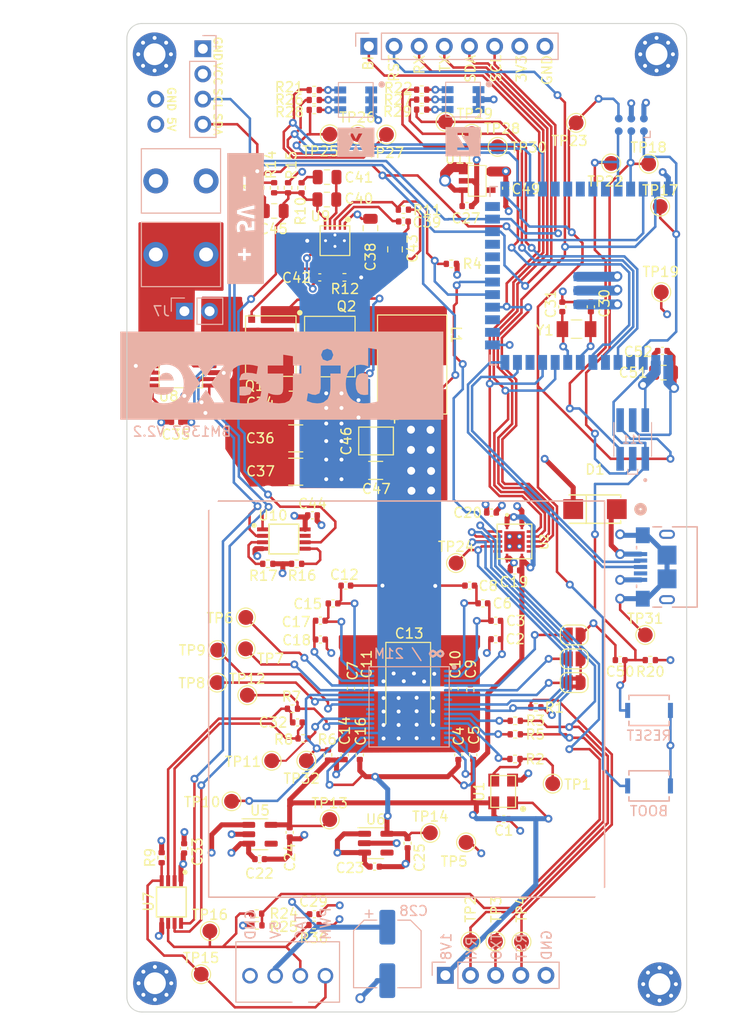
<source format=kicad_pcb>
(kicad_pcb (version 20221018) (generator pcbnew)
  (layers (0 "F.Cu" signal) (1 "In1.Cu" signal) (2 "In2.Cu" signal) (31 "B.Cu" signal) (34 "B.Paste" user) (35 "F.Paste" user) (36 "B.SilkS" user "B.Silkscreen") (37 "F.SilkS" user "F.Silkscreen") (38 "B.Mask" user) (39 "F.Mask" user) (44 "Edge.Cuts" user))
  (net 0 "")
  (net 1 "GND")
  (net 2 "/Power/VIN")
  (net 3 "/BM1397/1V8")
  (net 4 "/BM1397/0V8")
  (net 5 "/VDD")
  (net 6 "/ESP32/EN")
  (net 7 "/5V")
  (net 8 "/3V3")
  (net 9 "/TX")
  (net 10 "/RX")
  (net 11 "/BM1397/RST_N")
  (net 12 "/BM1397/CI")
  (net 13 "/RST")
  (net 14 "/BM1397/RO")
  (net 15 "/TEMP_N")
  (net 16 "/TEMP_P")
  (net 17 "/Fan/FAN_TACH")
  (net 18 "/SCL")
  (net 19 "/Fan/FAN_PWM")
  (net 20 "/Power/OUT0")
  (net 21 "/Power/SW")
  (net 22 "Net-(IC1-VDD1_0)")
  (net 23 "Net-(IC1-VDD2_0)")
  (net 24 "Net-(IC1-VDD3_0)")
  (net 25 "Net-(IC1-VDD3_1)")
  (net 26 "Net-(IC1-VDD2_1)")
  (net 27 "Net-(IC1-VDD1_1)")
  (net 28 "Net-(U7-DP)")
  (net 29 "Net-(U7-DN)")
  (net 30 "Net-(U9-SS)")
  (net 31 "Net-(U9-COMP)")
  (net 32 "Net-(U9-BOOT)")
  (net 33 "Net-(U9-BP)")
  (net 34 "Net-(C41-Pad2)")
  (net 35 "Net-(IC1-ADDR0)")
  (net 36 "Net-(IC1-ADDR1)")
  (net 37 "Net-(C45-Pad1)")
  (net 38 "Net-(IC1-ADDR2)")
  (net 40 "Net-(IC1-RO)")
  (net 41 "Net-(IC1-CI)")
  (net 42 "Net-(IC1-PIN_MODE)")
  (net 45 "Net-(IC1-CLKO)")
  (net 46 "Net-(IC1-CO)")
  (net 47 "Net-(IC1-RI)")
  (net 48 "Net-(IC1-NRSTO)")
  (net 49 "Net-(IC1-BO)")
  (net 50 "Net-(Q1-G)")
  (net 51 "/BI")
  (net 52 "Net-(Q2-G)")
  (net 53 "Net-(U1-OUT)")
  (net 54 "Net-(U10-FS0)")
  (net 55 "Net-(U10-FS1)")
  (net 56 "Net-(U4-BA)")
  (net 57 "Net-(U13-BA)")
  (net 58 "/ESP32/P_TX")
  (net 59 "/ESP32/P_RX")
  (net 60 "/ESP32/IO0")
  (net 61 "/ESP32/XIN32")
  (net 62 "Net-(U4-GA)")
  (net 63 "/ESP32/XOUT32")
  (net 64 "/Power/PGOOD")
  (net 65 "Net-(U13-GA)")
  (net 66 "Net-(U4-RA)")
  (net 67 "/ESP32/LEDX_B")
  (net 68 "Net-(U13-RA)")
  (net 69 "/ESP32/FAN_ALERT")
  (net 70 "/Power/OUT1")
  (net 71 "/ESP32/LEDZ_B")
  (net 73 "/ESP32/LEDX_G")
  (net 75 "/ESP32/LEDZ_G")
  (net 77 "/BM1397/BM_BI")
  (net 78 "/SDA")
  (net 82 "/BM1397/BM_CLKI")
  (net 83 "/ESP32/LEDX_R")
  (net 84 "/ESP32/LEDZ_R")
  (net 96 "Net-(USB1-VBUS)")
  (net 97 "Net-(U12-GPIO19{slash}U1RTS{slash}ADC2_CH8{slash}CLK_OUT2{slash}USB_D-)")
  (net 98 "Net-(U12-GPIO20{slash}U1CTS{slash}ADC2_CH9{slash}CLK_OUT1{slash}USB_D+)")
  (footprint "Resistor_SMD:R_0402_1005Metric" (layer "F.Cu") (at 96.11 55.22)
    (fp_text reference "R26")
    (fp_text value "100")
  )
  (footprint "Capacitor_SMD:C_0805_2012Metric" (layer "F.Cu") (at 104.2656 70.2978 90)
    (fp_text reference "C43")
    (fp_text value "10uF")
  )
  (footprint "Capacitor_SMD:C_0402_1005Metric" (layer "F.Cu") (at 116.38 102.7036 180)
    (fp_text reference "C19")
    (fp_text value "0.1uF")
  )
  (footprint "Package_SO:TSSOP-16_4.4x5mm_P0.65mm" (layer "F.Cu") (at 82.64 81.77)
    (fp_text reference "U8")
    (fp_text value "INA260")
  )
  (footprint "Capacitor_SMD:C_0402_1005Metric" (layer "F.Cu") (at 99.82 114.63 -90)
    (fp_text reference "C7")
    (fp_text value "0.1uF")
  )
  (footprint "bitaxe:SMA_L4.3-W2.6-LS5.2-RD" (layer "F.Cu") (at 124.46 96.52)
    (fp_text reference "D1")
    (fp_text value "SS310")
  )
  (footprint "Resistor_SMD:R_0402_1005Metric" (layer "F.Cu") (at 93.91 116.67)
    (fp_text reference "R7")
    (fp_text value "100")
  )
  (footprint "Resistor_SMD:R_0402_1005Metric" (layer "F.Cu") (at 90.6496 64.079 -90)
    (fp_text reference "R13")
    (fp_text value "1.33k")
  )
  (footprint "TestPoint:TestPoint_Pad_D1.5mm" (layer "F.Cu") (at 100.52 58.7)
    (fp_text reference "TP26")
    (fp_text value "TestPoint")
  )
  (footprint "Capacitor_SMD:C_0402_1005Metric" (layer "F.Cu") (at 115.25 127.81 180)
    (fp_text reference "C1")
    (fp_text value "0.1uF")
  )
  (footprint "Capacitor_SMD:C_0805_2012Metric" (layer "F.Cu") (at 97.4054 63.0058 180)
    (fp_text reference "C41")
    (fp_text value "1.5nF")
  )
  (footprint "TestPoint:TestPoint_Pad_D1.5mm" (layer "F.Cu") (at 131.156 74.61)
    (fp_text reference "TP19")
    (fp_text value "TestPoint")
  )
  (footprint "Jumper:SolderJumper-2_P1.3mm_Open_RoundedPad1.0x1.5mm" (layer "F.Cu") (at 122.36 111.64 180)
    (fp_text reference "JP2" hide)
    (fp_text value "SolderJumper_2_Open")
  )
  (footprint "Resistor_SMD:R_0402_1005Metric" (layer "F.Cu") (at 118.49 116.52 180)
    (fp_text reference "R1")
    (fp_text value "1k")
  )
  (footprint "Capacitor_SMD:C_0402_1005Metric" (layer "F.Cu") (at 114.44 107.79 180)
    (fp_text reference "C3")
    (fp_text value "1uF")
  )
  (footprint "MountingHole:MountingHole_3.5mm" (layer "F.Cu") (at 84.71 94.91)
    (fp_text reference "H6" hide)
    (fp_text value "MountingHole")
  )
  (footprint "Capacitor_SMD:C_0805_2012Metric" (layer "F.Cu") (at 101.783 68.1616 -90)
    (fp_text reference "C38")
    (fp_text value "1uF")
  )
  (footprint "TestPoint:TestPoint_Pad_D1.5mm" (layer "F.Cu") (at 111.44 130.16)
    (fp_text reference "TP5")
    (fp_text value "TestPoint")
  )
  (footprint "Resistor_SMD:R_0402_1005Metric" (layer "F.Cu") (at 106.96 55.18)
    (fp_text reference "R27")
    (fp_text value "100")
  )
  (footprint "Capacitor_SMD:C_0402_1005Metric" (layer "F.Cu") (at 105.54 130.24 -90)
    (fp_text reference "C25")
    (fp_text value "1uF")
  )
  (footprint "Capacitor_SMD:C_0805_2012Metric" (layer "F.Cu") (at 92.07 66.42)
    (fp_text reference "C45")
    (fp_text value "470pF")
  )
  (footprint "bitaxe:SC32S-7PF20PPM" (layer "F.Cu") (at 122.595 78.349 180)
    (fp_text reference "Y1")
    (fp_text value "32.768kHz")
  )
  (footprint "TestPoint:TestPoint_Pad_D1.5mm" (layer "F.Cu") (at 85.57 139.11)
    (fp_text reference "TP16")
    (fp_text value "TestPoint")
  )
  (footprint "TestPoint:TestPoint_Pad_D1.5mm" (layer "F.Cu") (at 84.69 143.47)
    (fp_text reference "TP15")
    (fp_text value "TestPoint")
  )
  (footprint "Package_TO_SOT_SMD:SOT-23-5" (layer "F.Cu") (at 90.62 129.34)
    (fp_text reference "U5")
    (fp_text value "MCP1824T-1802E")
  )
  (footprint "Capacitor_SMD:C_0805_2012Metric" (layer "F.Cu") (at 131.39 82.74)
    (fp_text reference "C51")
    (fp_text value "10uF")
  )
  (footprint "TestPoint:TestPoint_Pad_D1.5mm" (layer "F.Cu") (at 122.556 57.528)
    (fp_text reference "TP23")
    (fp_text value "TestPoint")
  )
  (footprint "Resistor_SMD:R_0402_1005Metric" (layer "F.Cu") (at 97.5 121.34 -90)
    (fp_text reference "R6")
    (fp_text value "10k")
  )
  (footprint "TestPoint:TestPoint_Pad_D1.5mm" (layer "F.Cu") (at 114.63 59.948)
    (fp_text reference "TP30")
    (fp_text value "TestPoint")
  )
  (footprint "Package_TO_SOT_SMD:SOT-23-5" (layer "F.Cu") (at 102.32 130.24)
    (fp_text reference "U6")
    (fp_text value "MCP1824T-0802E")
  )
  (footprint "TestPoint:TestPoint_Pad_D1.5mm" (layer "F.Cu") (at 129.54 109.22)
    (fp_text reference "TP31")
    (fp_text value "TestPoint")
  )
  (footprint "MountingHole:MountingHole_3.5mm" (layer "F.Cu") (at 126.06 136.36)
    (fp_text reference "H5" hide)
    (fp_text value "MountingHole")
  )
  (footprint "Capacitor_SMD:C_0402_1005Metric" (layer "F.Cu") (at 127 111.76 180)
    (fp_text reference "C50")
    (fp_text value "1uF")
  )
  (footprint "Capacitor_SMD:C_0402_1005Metric" (layer "F.Cu") (at 110.66 121.32 90)
    (fp_text reference "C4")
    (fp_text value "1uF")
  )
  (footprint "Package_SO:TSSOP-8_3x3mm_P0.65mm" (layer "F.Cu") (at 81.68 136.18 -90)
    (fp_text reference "U7")
    (fp_text value "EMC2101")
  )
  (footprint "Capacitor_SMD:C_0402_1005Metric" (layer "F.Cu") (at 99.3 104.24 180)
    (fp_text reference "C12")
    (fp_text value "1uF")
  )
  (footprint "Capacitor_SMD:C_0402_1005Metric" (layer "F.Cu") (at 131.27 80.55)
    (fp_text reference "C52")
    (fp_text value "0.1uF")
  )
  (footprint "Jumper:SolderJumper-2_P1.3mm_Bridged2Bar_RoundedPad1.0x1.5mm" (layer "F.Cu") (at 122.36 114.03 180)
    (fp_text reference "JP3" hide)
    (fp_text value "SolderJumper_2_Bridged")
  )
  (footprint "Resistor_SMD:R_0402_1005Metric" (layer "F.Cu") (at 106.96 56.19)
    (fp_text reference "R29")
    (fp_text value "261")
  )
  (footprint "Capacitor_SMD:C_0402_1005Metric" (layer "F.Cu") (at 124.043 76.096 90)
    (fp_text reference "C30")
    (fp_text value "6.8pF")
  )
  (footprint "" (layer "F.Cu") (at 81.28 55.88)
    (fp_text reference "")
    (fp_text value "")
  )
  (footprint "bitaxe:TXB0104" (layer "F.Cu") (at 116.33 99.7836 -90)
    (fp_text reference "U2")
    (fp_text value "TXB0104RGYR")
  )
  (footprint "Resistor_SMD:R_0402_1005Metric" (layer "F.Cu") (at 94.8288 64.0836 -90)
    (fp_text reference "R10")
    (fp_text value "3.83k")
  )
  (footprint "TestPoint:TestPoint_Pad_D1.5mm" (layer "F.Cu") (at 131.044 65.978)
    (fp_text reference "TP17")
    (fp_text value "TestPoint")
  )
  (footprint "TPS40305_supply:FP1005R1-R15-R" (layer "F.Cu") (at 106.0006 81.9214 -90)
    (fp_text reference "L1")
    (fp_text value "150nH")
  )
  (footprint "Resistor_SMD:R_0402_1005Metric" (layer "F.Cu") (at 93.465 64.079 90)
    (fp_text reference "R15")
    (fp_text value "3.32k")
  )
  (footprint "TestPoint:TestPoint_Pad_D1.5mm" (layer "F.Cu") (at 112.02 58.63)
    (fp_text reference "TP29")
    (fp_text value "TestPoint")
  )
  (footprint "Capacitor_SMD:C_0402_1005Metric" (layer "F.Cu") (at 98.01 106.04 180)
    (fp_text reference "C15")
    (fp_text value "1uF")
  )
  (footprint "TestPoint:TestPoint_Pad_D1.5mm" (layer "F.Cu") (at 95.31 121.91)
    (fp_text reference "TP32")
    (fp_text value "TestPoint")
  )
  (footprint "MountingHole:MountingHole_2.2mm_M2_Pad_Via" (layer "F.Cu") (at 79.987 50.603)
    (fp_text reference "H4" hide)
    (fp_text value "AlignmentHole")
  )
  (footprint "Resistor_SMD:R_0402_1005Metric" (layer "F.Cu") (at 94.33 102.04 180)
    (fp_text reference "R16")
    (fp_text value "80k")
  )
  (footprint "TestPoint:TestPoint_Pad_D1.5mm" (layer "F.Cu") (at 109.37 57.428)
    (fp_text reference "TP28")
    (fp_text value "TestPoint")
  )
  (footprint "Capacitor_SMD:C_0402_1005Metric" (layer "F.Cu") (at 94.42 118.05 180)
    (fp_text reference "C32")
    (fp_text value "470pF")
  )
  (footprint "Capacitor_SMD:C_0402_1005Metric" (layer "F.Cu") (at 100.71 121.32 90)
    (fp_text reference "C16")
    (fp_text value "1uF")
  )
  (footprint "Resistor_SMD:R_0402_1005Metric" (layer "F.Cu") (at 116.41 117.89 180)
    (fp_text reference "R3")
    (fp_text value "0")
  )
  (footprint "Capacitor_SMD:C_0402_1005Metric" (layer "F.Cu") (at 115.489 64.125 -90)
    (fp_text reference "C49")
    (fp_text value "1uF")
  )
  (footprint "MountingHole:MountingHole_2.2mm_M2_Pad_Via" (layer "F.Cu") (at 130.98 144.47)
    (fp_text reference "H3" hide)
    (fp_text value "AlignmentHole")
  )
  (footprint "TestPoint:TestPoint_Pad_D1.5mm" (layer "F.Cu") (at 89.35 115.3)
    (fp_text reference "TP12")
    (fp_text value "TestPoint")
  )
  (footprint "Capacitor_SMD:C_0402_1005Metric" (layer "F.Cu") (at 96.73 109.68)
    (fp_text reference "C18")
    (fp_text value "1uF")
  )
  (footprint "TestPoint:TestPoint_Pad_D1.5mm" (layer "F.Cu") (at 129.881 61.664)
    (fp_text reference "TP18")
    (fp_text value "TestPoint")
  )
  (footprint "Capacitor_SMD:C_0805_2012Metric" (layer "F.Cu") (at 97.383 65.268 180)
    (fp_text reference "C40")
    (fp_text value "180pF")
  )
  (footprint "Package_SO:TSSOP-8_3x3mm_P0.65mm" (layer "F.Cu") (at 93.04 99.54)
    (fp_text reference "U10")
    (fp_text value "DS4432U+")
  )
  (footprint "Capacitor_SMD:C_0402_1005Metric" (layer "F.Cu") (at 105.1154 67.4808)
    (fp_text reference "C39")
    (fp_text value "3.3nF")
  )
  (footprint "Capacitor_SMD:C_0402_1005Metric" (layer "F.Cu") (at 121.159 76.105 90)
    (fp_text reference "C31")
    (fp_text value "6.8pF")
  )
  (footprint "TestPoint:TestPoint_Pad_D1.5mm" (layer "F.Cu") (at 86.31 114.03)
    (fp_text reference "TP8")
    (fp_text value "TestPoint")
  )
  (footprint "TestPoint:TestPoint_Pad_D1.5mm" (layer "F.Cu") (at 110.43 101.9636)
    (fp_text reference "TP24")
    (fp_text value "TestPoint")
  )
  (footprint "Capacitor_SMD:C_0402_1005Metric" (layer "F.Cu") (at 82.17 87.72 180)
    (fp_text reference "C35")
    (fp_text value "1uF")
  )
  (footprint "TestPoint:TestPoint_Pad_D1.5mm" (layer "F.Cu") (at 89.2 107.45)
    (fp_text reference "TP6")
    (fp_text value "TestPoint")
  )
  (footprint "Capacitor_SMD:C_0402_1005Metric" (layer "F.Cu") (at 110.28 114.65 -90)
    (fp_text reference "C10")
    (fp_text value "1uF")
  )
  (footprint "TestPoint:TestPoint_Pad_D1.5mm" (layer "F.Cu") (at 103.4 58.71)
    (fp_text reference "TP27")
    (fp_text value "TestPoint")
  )
  (footprint "Capacitor_SMD:C_0402_1005Metric" (layer "F.Cu") (at 101.37 114.62 -90)
    (fp_text reference "C11")
    (fp_text value "1uF")
  )
  (footprint "Resistor_SMD:R_0402_1005Metric" (layer "F.Cu") (at 92.0573 64.079 -90)
    (fp_text reference "R14")
    (fp_text value "4.99k")
  )
  (footprint "Resistor_SMD:R_0402_1005Metric" (layer "F.Cu") (at 105.114 66.292)
    (fp_text reference "R11")
    (fp_text value "100k")
  )
  (footprint "Capacitor_SMD:C_0402_1005Metric" (layer "F.Cu") (at 99.19 121.32 90)
    (fp_text reference "C14")
    (fp_text value "1uF")
  )
  (footprint "MountingHole:MountingHole_2.2mm_M2_Pad_Via" (layer "F.Cu") (at 130.683 50.604)
    (fp_text reference "H2" hide)
    (fp_text value "AlignmentHole")
  )
  (footprint "Capacitor_Tantalum_SMD:CP_EIA-7343-31_Kemet-D_Pad2.25x2.55mm_HandSolder" (layer "F.Cu") (at 105.6 114.56 -90)
    (fp_text reference "C13")
    (fp_text value "330uF")
  )
  (footprint "MountingHole:MountingHole_2.2mm_M2_Pad_Via" (layer "F.Cu") (at 80.02 144.38)
    (fp_text reference "H1" hide)
    (fp_text value "AlignmentHole")
  )
  (footprint "TestPoint:TestPoint_Pad_D1.5mm" (layer "F.Cu") (at 91.81 121.92)
    (fp_text reference "TP11")
    (fp_text value "TestPoint")
  )
  (footprint "TPS40305_supply:CSD17311Q5" (layer "F.Cu") (at 97.6816 80.1102 -90)
    (fp_text reference "Q2")
    (fp_text value "CSD17311Q5")
  )
  (footprint "TestPoint:TestPoint_Pad_D1.5mm" (layer "F.Cu") (at 120.19 124.23)
    (fp_text reference "TP1")
    (fp_text value "TestPoint")
  )
  (footprint "Capacitor_SMD:C_0402_1005Metric" (layer "F.Cu") (at 82.97 130.76 90)
    (fp_text reference "C33")
    (fp_text value "0.1uF")
  )
  (footprint "TestPoint:TestPoint_Pad_D1.5mm" (layer "F.Cu") (at 114.41 140.15)
    (fp_text reference "TP3")
    (fp_text value "TestPoint")
  )
  (footprint "Capacitor_SMD:C_0402_1005Metric" (layer "F.Cu") (at 95.93 97.14)
    (fp_text reference "C44")
    (fp_text value "1uF")
  )
  (footprint "TPS40305_supply:TPS40305" (layer "F.Cu") (at 98.201691 69.4222 -90)
    (fp_text reference "U9")
    (fp_text value "TPS40305")
  )
  (footprint "Resistor_SMD:R_0402_1005Metric" (layer "F.Cu") (at 96.09 138.5)
    (fp_text reference "R36")
    (fp_text value "10k")
  )
  (footprint "TestPoint:TestPoint_Pad_D1.5mm" (layer "F.Cu") (at 97.68 58.68)
    (fp_text reference "TP25")
    (fp_text value "TestPoint")
  )
  (footprint "Capacitor_SMD:C_0402_1005Metric" (layer "F.Cu") (at 90.6 131.85)
    (fp_text reference "C22")
    (fp_text value "0.1uF")
  )
  (footprint "Capacitor_SMD:C_0402_1005Metric" (layer "F.Cu") (at 113.14 106.03 180)
    (fp_text reference "C6")
    (fp_text value "1uF")
  )
  (footprint "TPS40305_supply:CAP_2R5TPE220MAFB" (layer "F.Cu") (at 102.3516 89.6402 180)
    (fp_text reference "C46")
    (fp_text value "220uF")
  )
  (footprint "TPS40305_supply:CSD17311Q5" (layer "F.Cu") (at 91.719887 80.066364 90)
    (fp_text reference "Q1")
    (fp_text value "CSD17311Q5")
  )
  (footprint "Resistor_SMD:R_0402_1005Metric" (layer "F.Cu") (at 90.32 138.54)
    (fp_text reference "R25")
    (fp_text value "19.1k")
  )
  (footprint "TestPoint:TestPoint_Pad_D1.5mm" (layer "F.Cu") (at 87.76 126.01)
    (fp_text reference "TP10")
    (fp_text value "TestPoint")
  )
  (footprint "Resistor_SMD:R_0402_1005Metric" (layer "F.Cu") (at 91.42 102.04)
    (fp_text reference "R17")
    (fp_text value "DNP")
  )
  (footprint "Capacitor_SMD:C_0402_1005Metric" (layer "F.Cu") (at 96.6698 73.128)
    (fp_text reference "C42")
    (fp_text value "0.1uF")
  )
  (footprint "Resistor_SMD:R_0402_1005Metric" (layer "F.Cu") (at 130.05 111.76 180)
    (fp_text reference "R20")
    (fp_text value "10k")
  )
  (footprint "TestPoint:TestPoint_Pad_D1.5mm" (layer "F.Cu") (at 89.18 110.62)
    (fp_text reference "TP7")
    (fp_text value "TestPoint")
  )
  (footprint "Capacitor_SMD:C_1210_3225Metric" (layer "F.Cu") (at 94.2816 85.9702)
    (fp_text reference "C34")
    (fp_text value "47uF")
  )
  (footprint "TestPoint:TestPoint_Pad_D1.5mm" (layer "F.Cu") (at 117.04 140.19 90)
    (fp_text reference "TP4")
    (fp_text value "TestPoint")
  )
  (footprint "bitaxe:O 25,0-JO32-B-1V3-1-T1-LF" (layer "F.Cu") (at 115.19 125.02 90)
    (fp_text reference "U1")
    (fp_text value "25MHz")
  )
  (footprint "TestPoint:TestPoint_Pad_D1.5mm" (layer "F.Cu") (at 97.67 127.85)
    (fp_text reference "TP13")
    (fp_text value "TestPoint")
  )
  (footprint "Resistor_SMD:R_0402_1005Metric" (layer "F.Cu") (at 99.1602 73.1234)
    (fp_text reference "R12")
    (fp_text value "4.12k")
  )
  (footprint "Resistor_SMD:R_0402_1005Metric" (layer "F.Cu") (at 109.955 71.76 180)
    (fp_text reference "R4")
    (fp_text value "10k")
  )
  (footprint "Capacitor_SMD:C_0402_1005Metric" (layer "F.Cu") (at 114.44 109.65)
    (fp_text reference "C2")
    (fp_text value "1uF")
  )
  (footprint "Resistor_SMD:R_0402_1005Metric" (layer "F.Cu") (at 90.29 137.35 180)
    (fp_text reference "R24")
    (fp_text value "10k")
  )
  (footprint "Capacitor_SMD:C_0402_1005Metric" (layer "F.Cu") (at 102.21 132.61)
    (fp_text reference "C23")
    (fp_text value "0.1uF")
  )
  (footprint "" (layer "F.Cu") (at 81.28 58.42)
    (fp_text reference "")
    (fp_text value "")
  )
  (footprint "Capacitor_SMD:C_0402_1005Metric" (layer "F.Cu") (at 112.16 121.32 90)
    (fp_text reference "C5")
    (fp_text value "1uF")
  )
  (footprint "TestPoint:TestPoint_Pad_D1.5mm" (layer "F.Cu") (at 86.35 110.75)
    (fp_text reference "TP9")
    (fp_text value "TestPoint")
  )
  (footprint "Resistor_SMD:R_0402_1005Metric" (layer "F.Cu") (at 116.38 121.74 180)
    (fp_text reference "R2")
    (fp_text value "0")
  )
  (footprint "Resistor_SMD:R_0402_1005Metric" (layer "F.Cu") (at 80.7 131.7 90)
    (fp_text reference "R9")
    (fp_text value "10k")
  )
  (footprint "Capacitor_SMD:C_0402_1005Metric" (layer "F.Cu") (at 96.73 107.78 180)
    (fp_text reference "C17")
    (fp_text value "1uF")
  )
  (footprint "Jumper:SolderJumper-2_P1.3mm_Open_RoundedPad1.0x1.5mm" (layer "F.Cu") (at 122.36 109.22 180)
    (fp_text reference "JP1" hide)
    (fp_text value "SolderJumper_2_Open")
  )
  (footprint "Resistor_SMD:R_0402_1005Metric" (layer "F.Cu") (at 106.96 54.18)
    (fp_text reference "R22")
    (fp_text value "60.4")
  )
  (footprint "Capacitor_SMD:C_0402_1005Metric" (layer "F.Cu") (at 111.81 104.24 180)
    (fp_text reference "C8")
    (fp_text value "1uF")
  )
  (footprint "Capacitor_SMD:C_0402_1005Metric" (layer "F.Cu") (at 96.12 137.41)
    (fp_text reference "C29")
    (fp_text value "0.1uF")
  )
  (footprint "TestPoint:TestPoint_Pad_D1.5mm" (layer "F.Cu") (at 107.83 129.2)
    (fp_text reference "TP14")
    (fp_text value "TestPoint")
  )
  (footprint "Capacitor_SMD:C_0402_1005Metric" (layer "F.Cu") (at 111.531 65.931)
    (fp_text reference "C27")
    (fp_text value "1uF")
  )
  (footprint "TestPoint:TestPoint_Pad_D1.5mm" (layer "F.Cu") (at 126.093 61.62)
    (fp_text reference "TP22")
    (fp_text value "TestPoint")
  )
  (footprint "TestPoint:TestPoint_Pad_D1.5mm" (layer "F.Cu") (at 111.89 140.15)
    (fp_text reference "TP2")
    (fp_text value "TestPoint")
  )
  (footprint "Capacitor_SMD:C_0402_1005Metric" (layer "F.Cu") (at 114.01 96.8736 180)
    (fp_text reference "C20")
    (fp_text value "0.1uF")
  )
  (footprint "Resistor_SMD:R_0402_1005Metric" (layer "F.Cu") (at 96.11 54.22)
    (fp_text reference "R21")
    (fp_text value "60.4")
  )
  (footprint "Capacitor_SMD:C_1206_3216Metric" (layer "F.Cu") (at 102.3116 92.6102 180)
    (fp_text reference "C47")
    (fp_text value "100uF")
  )
  (footprint "Capacitor_SMD:C_0402_1005Metric" (layer "F.Cu") (at 93.63 129.15 -90)
    (fp_text reference "C24")
    (fp_text value "1uF")
  )
  (footprint "Resistor_SMD:R_0402_1005Metric" (layer "F.Cu") (at 116.41 119.25 180)
    (fp_text reference "R5")
    (fp_text value "0")
  )
  (footprint "Capacitor_SMD:C_1210_3225Metric" (layer "F.Cu") (at 94.2416 89.3802)
    (fp_text reference "C36")
    (fp_text value "47uF")
  )
  (footprint "Capacitor_SMD:C_0402_1005Metric" (layer "F.Cu") (at 111.87 114.71 -90)
    (fp_text reference "C9")
    (fp_text value "0.1uF")
  )
  (footprint "bitaxe:RT9080-33GJ5" (layer "F.Cu") (at 112.563 63.38)
    (fp_text reference "U11")
    (fp_text value "RT9080-33GJ5")
  )
  (footprint "Capacitor_SMD:C_1210_3225Metric" (layer "F.Cu") (at 94.2416 92.7402)
    (fp_text reference "C37")
    (fp_text value "47uF")
  )
  (footprint "Resistor_SMD:R_0402_1005Metric" (layer "F.Cu") (at 96.11 56.22)
    (fp_text reference "R28")
    (fp_text value "261")
  )
  (footprint "Resistor_SMD:R_0402_1005Metric" (layer "F.Cu") (at 94.99 119.67 180)
    (fp_text reference "R8")
    (fp_text value "100")
  )
  (footprint "bitaxe:SW_CS1213AGF260_CRS" (layer "B.Cu") (at 129.921 116.84 180)
    (fp_text reference "SW1" hide)
    (fp_text value "GT-TC029B-H025-L1N")
  )
  (footprint "bitaxe:470531000" (layer "B.Cu") (at 89.621 143.622)
    (fp_text reference "J4" hide)
    (fp_text value "Conn_01x04")
  )
  (footprint "Connector_PinHeader_2.54mm:PinHeader_1x04_P2.54mm_Vertical" (layer "B.Cu") (at 84.859 50.049 180)
    (fp_text reference "J9" hide)
    (fp_text value "Conn_01x04")
  )
  (footprint "TPS40305_supply:63862-1" (layer "B.Cu") (at 82.65 63.39 180)
    (fp_text reference "J2" hide)
    (fp_text value "Conn_01x01")
  )
  (footprint "TPS40305_supply:63862-1" (layer "B.Cu") (at 82.65 70.81 180)
    (fp_text reference "J1" hide)
    (fp_text value "Conn_01x01")
  )
  (footprint "Connector_PinHeader_2.54mm:PinHeader_1x08_P2.54mm_Vertical" (layer "B.Cu") (at 101.626 49.799 -90)
    (fp_text reference "J6" hide)
    (fp_text value "Conn_01x08")
  )
  (footprint "Connector_PinHeader_2.54mm:PinHeader_1x02_P2.54mm_Vertical" (layer "B.Cu") (at 83 76.54 -90)
    (fp_text reference "J7")
    (fp_text value "Conn_01x02")
  )
  (footprint "Connector_PinHeader_2.54mm:PinHeader_1x05_P2.54mm_Vertical" (layer "B.Cu") (at 109.35 143.58 -90)
    (fp_text reference "J3" hide)
    (fp_text value "Conn_01x05")
  )
  (footprint "Espressif:ESP32-S3-WROOM-1" (layer "B.Cu") (at 123.61 72.96 90)
    (fp_text reference "U12" hide)
    (fp_text value "ESP32-S3-WROOM-1")
  )
  (footprint "bitaxe:BM1397" (layer "B.Cu") (at 105.69 116.48 180)
    (fp_text reference "IC1" hide)
    (fp_text value "BM1397_mode1")
  )
  (footprint "Connector:Tag-Connect_TC2030-IDC-NL_2x03_P1.27mm_Vertical" (layer "B.Cu") (at 128.13 57.73 180)
    (fp_text reference "J5" hide)
    (fp_text value "TC2030-IDC")
  )
  (footprint "bitaxe:SW_CS1213AGF260_CRS" (layer "B.Cu") (at 129.921 124.46 180)
    (fp_text reference "SW2" hide)
    (fp_text value "GT-TC029B-H025-L1N")
  )
  (footprint "bitaxe:CLX6E-FKC-CH1M1D1BB7C3D3" (layer "B.Cu") (at 111.136147 55.18 180)
    (fp_text reference "U13" hide)
    (fp_text value "CLX6E-FKC")
  )
  (footprint "kibuzzard-6387EEBE" (layer "B.Cu") (at 100.31 59.49 180)
    (fp_text reference "kibuzzard-6387EEBE" hide)
    (fp_text value "G***" hide)
  )
  (footprint "kibuzzard-6387EECB" (layer "B.Cu") (at 111.14 59.43 180)
    (fp_text reference "kibuzzard-6387EECB" hide)
    (fp_text value "G***" hide)
  )
  (footprint "Capacitor_SMD:CP_Elec_6.3x7.7" (layer "B.Cu") (at 103.49 141.42 -90)
    (fp_text reference "C28")
    (fp_text value "220uF")
  )
  (footprint "kibuzzard-6392B1E5" (layer "B.Cu") (at 89.171 67.187 90)
    (fp_text reference "kibuzzard-6392B1E5" hide)
    (fp_text value "G***" hide)
  )
  (footprint "bitaxe:2002112100006C1LF" (layer "B.Cu") (at 128.27 89.49 180)
    (fp_text reference "J11")
    (fp_text value "20021121-00006C1LF" hide)
  )
  (footprint "bitaxe:CLX6E-FKC-CH1M1D1BB7C3D3" (layer "B.Cu") (at 100.302294 55.21 180)
    (fp_text reference "U4" hide)
    (fp_text value "CLX6E-FKC")
  )
  (footprint "bitaxe:USB_10118193-0001LF_AMP" (layer "B.Cu") (at 131.720698 102.359998 -90)
    (fp_text reference "USB1" hide)
    (fp_text value "10118193-0001LF")
  )
  (footprint "kibuzzard-63D74789" (layer "B.Cu") (at 92.831 83.045 180)
    (fp_text reference "kibuzzard-63D74789" hide)
    (fp_text value "G***" hide)
  )
  (gr_rect (start 85.45 95.7) (end 125.43 135.69) (stroke (width 0.15)) (fill none) (layer "B.SilkS"))
  (gr_arc (start 77.19 49.00066) (mid 77.629545 47.939545) (end 78.69066 47.5) (stroke (width 0.1)) (layer "Edge.Cuts"))
  (gr_arc (start 78.69066 147.28) (mid 77.629533 146.840467) (end 77.19 145.77934) (stroke (width 0.1)) (layer "Edge.Cuts"))
  (gr_line (start 133.72 49) (end 133.72 145.77934) (stroke (width 0.1)) (layer "Edge.Cuts"))
  (gr_arc (start 133.72 145.77934) (mid 133.280467 146.840467) (end 132.21934 147.28) (stroke (width 0.1)) (layer "Edge.Cuts"))
  (gr_line (start 132.21934 147.28) (end 78.69066 147.28) (stroke (width 0.1)) (layer "Edge.Cuts"))
  (gr_line (start 78.69066 47.5) (end 132.21934 47.5) (stroke (width 0.1)) (layer "Edge.Cuts"))
  (gr_line (start 77.19 49.00066) (end 77.19 145.77934) (stroke (width 0.1)) (layer "Edge.Cuts"))
  (gr_arc (start 132.21934 47.5) (mid 133.280339 47.939194) (end 133.72 49) (stroke (width 0.1)) (layer "Edge.Cuts"))
  (gr_text "RST" (at 117.0475 140.699666 90) (layer "B.SilkS") (effects (font (size 1 1)) (justify mirror)))
  (gr_text "5V" (at 92.209 139.018 90) (layer "B.SilkS") (effects (font (size 1 1)) (justify mirror)))
  (gr_text "1V8" (at 109.45 140.675857 90) (layer "B.SilkS") (effects (font (size 1 1)) (justify mirror)))
  (gr_text "/ 21M" (at 104.55 111.11) (layer "B.SilkS") (effects (font (size 1 1)) (justify mirror)))
  (gr_text "BM1397 V2.2" (at 82.755 88.692) (layer "B.SilkS") (effects (font (size 1 1)) (justify mirror)))
  (gr_text "∞" (at 108.47 110.96) (layer "B.SilkS") (effects (font (size 2 2) (thickness 0.25)) (justify mirror)))
  (gr_text "RXI" (at 111.9825 140.842524 90) (layer "B.SilkS") (effects (font (size 1 1)) (justify mirror)))
  (gr_text "PWM" (at 97.265 138.363 90) (layer "B.SilkS") (effects (font (size 1 1)) (justify mirror)))
  (gr_text "GND" (at 119.58 140.533 90) (layer "B.SilkS") (effects (font (size 1 1)) (justify mirror)))
  (gr_text "TXO" (at 114.515 140.675857 90) (layer "B.SilkS") (effects (font (size 1 1)) (justify mirror)))
  (gr_text "TAC" (at 94.7325 138.696333 90) (layer "B.SilkS") (effects (font (size 1 1)) (justify mirror)))
  (gr_text "GND" (at 89.6675 138.482048 90) (layer "B.SilkS") (effects (font (size 1 1)) (justify mirror)))
  (gr_text "SCL" (at 86.36 55.129 270) (layer "F.SilkS") (effects (font (size 0.8 0.8) (thickness 0.15) bold)))
  (gr_text "VCC" (at 86.36 52.589 270) (layer "F.SilkS") (effects (font (size 0.8 0.8) (thickness 0.15) bold)))
  (gr_text "SDA" (at 86.36 57.669 270) (layer "F.SilkS") (effects (font (size 0.8 0.8) (thickness 0.15) bold)))
  (gr_text "GND" (at 81.68 55.129 -90) (layer "F.SilkS") (effects (font (size 0.8 0.8) (thickness 0.15) bold)))
  (gr_text "3V3" (at 117.044852 52.058143 90) (layer "F.SilkS") (effects (font (size 1 1))))
  (gr_text "GND" (at 119.622 52.201 90) (layer "F.SilkS") (effects (font (size 1 1))))
  (gr_text "SDA" (at 111.890568 52.081953 90) (layer "F.SilkS") (effects (font (size 1 1))))
  (gr_text "BI" (at 101.561 51.5 90) (layer "F.SilkS") (effects (font (size 1 1))))
  (gr_text "TX" (at 109.313426 51.534334 90) (layer "F.SilkS") (effects (font (size 1 1))))
  (gr_text "GND" (at 86.36 50.049 270) (layer "F.SilkS") (effects (font (size 0.8 0.8) (thickness 0.15) bold)))
  (gr_text "RST" (at 104.159142 52.034334 90) (layer "F.SilkS") (effects (font (size 1 1))))
  (gr_text "5V" (at 81.68 57.669 -90) (layer "F.SilkS") (effects (font (size 0.8 0.8) (thickness 0.15) bold)))
  (gr_text "SCL" (at 114.46771 52.058143 90) (layer "F.SilkS") (effects (font (size 1 1))))
  (gr_text "RX" (at 106.736284 51.653381 90) (layer "F.SilkS") (effects (font (size 1 1))))
  (segment (start 87.764 129.341) (end 87.765 129.34) (width 0.508) (layer "F.Cu") (net 1))
  (segment (start 112.513 63.759) (end 112.513 65.429) (width 0.508) (layer "F.Cu") (net 1))
  (segment (start 119.92 117.3) (end 119.14 116.52) (width 0.254) (layer "F.Cu") (net 1))
  (segment (start 112.513 65.429) (end 112.011 65.931) (width 0.508) (layer "F.Cu") (net 1))
  (segment (start 111.18905 63.376) (end 111.18505 63.38) (width 0.508) (layer "F.Cu") (net 1))
  (segment (start 113.53 96.8736) (end 113.53 96.1636) (width 0.508) (layer "F.Cu") (net 1))
  (segment (start 115.9 127.98) (end 116.91 128.99) (width 0.254) (layer "F.Cu") (net 1))
  (segment (start 121.159 74.598) (end 121.21 74.547) (width 0.254) (layer "F.Cu") (net 1))
  (segment (start 115.453 64.57) (end 115.453 65.94) (width 0.508) (layer "F.Cu") (net 1))
  (segment (start 90.89 100.515) (end 90.215 100.515) (width 0.508) (layer "F.Cu") (net 1))
  (segment (start 93.63 131.31) (end 93.63 129.8) (width 0.508) (layer "F.Cu") (net 1))
  (segment (start 124.224363 108.035637) (end 123.01 109.25) (width 0.254) (layer "F.Cu") (net 1))
  (segment (start 111.88 130.16) (end 112.98 131.26) (width 0.254) (layer "F.Cu") (net 1))
  (segment (start 113.79 109.65) (end 113.79 110.79) (width 0.254) (layer "F.Cu") (net 1))
  (segment (start 80.705 138.33) (end 80.705 139.305) (width 0.508) (layer "F.Cu") (net 1))
  (segment (start 90.13 101.01989) (end 90.360055 101.249945) (width 0.508) (layer "F.Cu") (net 1))
  (segment (start 102.86 132.61) (end 105.04 132.61) (width 0.508) (layer "F.Cu") (net 1))
  (segment (start 124.308576 108.035637) (end 126.52 110.247061) (width 0.254) (layer "F.Cu") (net 1))
  (segment (start 115.9 127.81) (end 115.9 127.98) (width 0.254) (layer "F.Cu") (net 1))
  (segment (start 97.494 136.516) (end 96.6 137.41) (width 0.254) (layer "F.Cu") (net 1))
  (segment (start 100.8426 73.1234) (end 100.8506 73.1314) (width 0.254) (layer "F.Cu") (net 1))
  (segment (start 123.01 111.64) (end 123.01 109.25) (width 0.254) (layer "F.Cu") (net 1))
  (segment (start 90.13 100.6) (end 90.13 101.01989) (width 0.508) (layer "F.Cu") (net 1))
  (segment (start 121.168 75.616) (end 121.159 75.625) (width 0.254) (layer "F.Cu") (net 1))
  (segment (start 96.4 97.7) (end 96.84 98.14) (width 0.508) (layer "F.Cu") (net 1))
  (segment (start 82.97 129.15) (end 83.001194 129.118806) (width 0.508) (layer "F.Cu") (net 1))
  (segment (start 89.81 138.54) (end 88.9189 138.54) (width 0.508) (layer "F.Cu") (net 1))
  (segment (start 132.45 84.29) (end 132.45 82.85) (width 0.508) (layer "F.Cu") (net 1))
  (segment (start 93.65 131.33) (end 93.63 131.31) (width 0.508) (layer "F.Cu") (net 1))
  (segment (start 96.4 97.31) (end 96.4 97.7) (width 0.508) (layer "F.Cu") (net 1))
  (segment (start 132.45 82.85) (end 132.34 82.74) (width 0.508) (layer "F.Cu") (net 1))
  (segment (start 78.125 82.095) (end 78.09 82.06) (width 0.508) (layer "F.Cu") (net 1))
  (segment (start 123.01 114.03) (end 123.01 111.64) (width 0.254) (layer "F.Cu") (net 1))
  (segment (start 115.9 102.7036) (end 115.9 102.3077) (width 0.508) (layer "F.Cu") (net 1))
  (segment (start 94.89 62.47) (end 94.564 62.47) (width 0.254) (layer "F.Cu") (net 1))
  (segment (start 105.5954 67.4808) (end 105.6088 67.4942) (width 0.254) (layer "F.Cu") (net 1))
  (segment (start 105.6088 67.4942) (end 105.6088 68.1936) (width 0.254) (layer "F.Cu") (net 1))
  (segment (start 80.66 87.76) (end 80.7 87.72) (width 0.508) (layer "F.Cu") (net 1))
  (segment (start 124.308576 108.035637) (end 124.224363 108.035637) (width 0.254) (layer "F.Cu") (net 1))
  (segment (start 105.54 132.11) (end 105.54 130.89) (width 0.508) (layer "F.Cu") (net 1))
  (segment (start 127 106.68) (end 127 105.559999) (width 0.254) (layer "F.Cu") (net 1))
  (segment (start 80.705 139.305) (end 80.41 139.6) (width 0.508) (layer "F.Cu") (net 1))
  (segment (start 112.513 63.759) (end 112.513 61.251) (width 0.508) (layer "F.Cu") (net 1))
  (segment (start 92.94 102.96) (end 92.91 102.99) (width 0.508) (layer "F.Cu") (net 1))
  (segment (start 121.159 75.625) (end 121.159 74.598) (width 0.254) (layer "F.Cu") (net 1))
  (segment (start 97.38 109.68) (end 97.38 110.59) (width 0.254) (layer "F.Cu") (net 1))
  (segment (start 101.1825 130.24) (end 104.43 130.24) (width 0.508) (layer "F.Cu") (net 1))
  (segment (start 105.04 132.61) (end 105.54 132.11) (width 0.508) (layer "F.Cu") (net 1))
  (segment (start 115.453 65.94) (end 115.433 65.96) (width 0.508) (layer "F.Cu") (net 1))
  (segment (start 82.97 130.28) (end 82.97 129.15) (width 0.508) (layer "F.Cu") (net 1))
  (segment (start 80.7 87.72) (end 81.69 87.72) (width 0.508) (layer "F.Cu") (net 1))
  (segment (start 112.13 63.376) (end 111.18905 63.376) (width 0.508) (layer "F.Cu") (net 1))
  (segment (start 86.945 82.745) (end 86.97 82.77) (width 0.508) (layer "F.Cu") (net 1))
  (segment (start 115.58 101.4686) (end 115.8091 101.4686) (width 0.508) (layer "F.Cu") (net 1))
  (segment (start 113.53 96.1636) (end 113.41 96.0436) (width 0.508) (layer "F.Cu") (net 1))
  (segment (start 92.94 102.04) (end 92.94 102.96) (width 0.508) (layer "F.Cu") (net 1))
  (segment (start 91.93 102.04) (end 92.94 102.04) (width 0.508) (layer "F.Cu") (net 1))
  (segment (start 97.38 110.59) (end 97.83 111.04) (width 0.254) (layer "F.Cu") (net 1))
  (segment (start 115.749 66.236) (end 115.749 66.446) (width 0.508) (layer "F.Cu") (net 1))
  (segment (start 115.8091 101.4686) (end 116.2741 101.9336) (width 0.508) (layer "F.Cu") (net 1))
  (segment (start 129.54 109.22) (end 127 106.68) (width 0.254) (layer "F.Cu") (net 1))
  (segment (start 113.79 110.79) (end 113.54 111.04) (width 0.254) (layer "F.Cu") (net 1))
  (segment (start 87.765 129.34) (end 89.4825 129.34) (width 0.508) (layer "F.Cu") (net 1))
  (segment (start 93.63 129.8) (end 94.71 129.8) (width 0.508) (layer "F.Cu") (net 1))
  (segment (start 126.52 110.247061) (end 126.52 111.76) (width 0.254) (layer "F.Cu") (net 1))
  (segment (start 117.05 123.87) (end 117.73 123.19) (width 0.508) (layer "F.Cu") (net 1))
  (segment (start 111.44 130.16) (end 111.88 130.16) (width 0.254) (layer "F.Cu") (net 1))
  (segment (start 90.215 100.515) (end 90.13 100.6) (width 0.508) (layer "F.Cu") (net 1))
  (segment (start 115.9 102.3077) (end 116.2741 101.9336) (width 0.508) (layer "F.Cu") (net 1))
  (segment (start 94.564 62.47) (end 93.465 63.569) (width 0.254) (layer "F.Cu") (net 1))
  (segment (start 79.7775 82.095) (end 78.125 82.095) (width 0.508) (layer "F.Cu") (net 1))
  (segment (start 112.513 61.251) (end 112.512 61.25) (width 0.508) (layer "F.Cu") (net 1))
  (segment (start 92.94 102.04) (end 93.82 102.04) (width 0.508) (layer "F.Cu") (net 1))
  (segment (start 99.6702 73.1234) (end 100.8426 73.1234) (width 0.254) (layer "F.Cu") (net 1))
  (segment (start 79.7775 81.445) (end 79.7775 82.095) (width 0.4) (layer "F.Cu") (net 1))
  (segment (start 98.682 136.516) (end 97.494 136.516) (width 0.254) (layer "F.Cu") (net 1))
  (segment (start 91.25 131.85) (end 93.13 131.85) (width 0.508) (layer "F.Cu") (net 1))
  (segment (start 132.34 82.74) (end 132.34 81.14) (width 0.508) (layer "F.Cu") (net 1))
  (segment (start 88.9189 138.54) (end 88.9089 138.55) (width 0.508) (layer "F.Cu") (net 1))
  (segment (start 112.513 63.759) (end 112.13 63.376) (width 0.508) (layer "F.Cu") (net 1))
  (segment (start 79.7775 82.745) (end 79.7775 82.095) (width 0.4) (layer "F.Cu") (net 1))
  (segment (start 85.5025 82.745) (end 86.945 82.745) (width 0.508) (layer "F.Cu") (net 1))
  (segment (start 120.11 117.3) (end 119.92 117.3) (width 0.254) (layer "F.Cu") (net 1))
  (segment (start 132.34 81.14) (end 131.75 80.55) (width 0.508) (layer "F.Cu") (net 1))
  (segment (start 105.6088 68.1936) (end 104.4546 69.3478) (width 0.254) (layer "F.Cu") (net 1))
  (segment (start 104.4546 69.3478) (end 104.2656 69.3478) (width 0.254) (layer "F.Cu") (net 1))
  (segment (start 116.14 123.87) (end 117.05 123.87) (width 0.508) (layer "F.Cu") (net 1))
  (segment (start 94.71 129.8) (end 95.11 129.4) (width 0.508) (layer "F.Cu") (net 1))
  (segment (start 93.13 131.85) (end 93.65 131.33) (width 0.508) (layer "F.Cu") (net 1))
  (segment (start 115.453 65.94) (end 115.749 66.236) (width 0.508) (layer "F.Cu") (net 1))
  (segment (start 124.043 75.616) (end 121.168 75.616) (width 0.254) (layer "F.Cu") (net 1))
  (via (at 103.11 115.59) (size 0.8) (drill 0.4) (layers "F.Cu" "B.Cu") (net 1))
  (via (at 97.83 111.04) (size 0.8) (drill 0.4) (layers "F.Cu" "B.Cu") (net 1))
  (via (at 80.41 139.6) (size 0.8) (drill 0.4) (layers "F.Cu" "B.Cu") (net 1))
  (via (at 127 105.559999) (size 1) (drill 0.6) (layers "F.Cu" "B.Cu") (net 1))
  (via (at 78.09 82.06) (size 0.8) (drill 0.4) (layers "F.Cu" "B.Cu") (net 1))
  (via (at 100.8506 73.1314) (size 0.8) (drill 0.4) (layers "F.Cu" "B.Cu") (net 1))
  (via (at 103.11 116.95) (size 0.8) (drill 0.4) (layers "F.Cu" "B.Cu") (net 1))
  (via (at 116.91 128.99) (size 0.8) (drill 0.4) (layers "F.Cu" "B.Cu") (net 1))
  (via (at 104.63 119.67) (size 0.8) (drill 0.4) (layers "F.Cu" "B.Cu") (net 1))
  (via (at 126.719 75.842) (size 1) (drill 0.6) (layers "F.Cu" "B.Cu") (net 1))
  (via (at 127 103.659998) (size 1) (drill 0.6) (layers "F.Cu" "B.Cu") (net 1))
  (via (at 97.32 93.5) (size 0.8) (drill 0.4) (layers "F.Cu" "B.Cu") (net 1))
  (via (at 131.3 62.5) (size 0.8) (drill 0.4) (layers "F.Cu" "B.Cu") (net 1))
  (via (at 112.98 131.26) (size 0.8) (drill 0.4) (layers "F.Cu" "B.Cu") (net 1))
  (via (at 108.12 119.66) (size 0.8) (drill 0.4) (layers "F.Cu" "B.Cu") (net 1))
  (via (at 97.32 87.8786) (size 0.8) (drill 0.4) (layers "F.Cu" "B.Cu") (net 1))
  (via (at 100.58 87.27) (size 0.8) (drill 0.4) (layers "F.Cu" "B.Cu") (net 1))
  (via (at 97.32 84.83) (size 0.8) (drill 0.4) (layers "F.Cu" "B.Cu") (net 1))
  (via (at 98.86 84.83) (size 0.8) (drill 0.4) (layers "F.Cu" "B.Cu") (net 1))
  (via (at 114.23 55.16) (size 0.8) (drill 0.4) (layers "F.Cu" "B.Cu") (net 1))
  (via (at 104.63 115.59) (size 0.8) (drill 0.4) (layers "F.Cu" "B.Cu") (net 1))
  (via (at 98.682 136.516) (size 0.8) (drill 0.4) (layers "F.Cu" "B.Cu") (net 1))
  (via (at 98.86 93.5) (size 0.8) (drill 0.4) (layers "F.Cu" "B.Cu") (net 1))
  (via (at 106.45 116.92) (size 0.8) (drill 0.4) (layers "F.Cu" "B.Cu") (net 1))
  (via (at 128.12 55.55) (size 0.8) (drill 0.4) (layers "F.Cu" "B.Cu") (net 1))
  (via (at 113.54 111.04) (size 0.8) (drill 0.4) (layers "F.Cu" "B.Cu") (net 1))
  (via (at 95.4006 69.4314) (size 0.8) (drill 0.4) (layers "F.Cu" "B.Cu") (net 1))
  (via (at 106.45 119.64) (size 0.8) (drill 0.4) (layers "F.Cu" "B.Cu") (net 1))
  (via (at 100.765 145.89) (size 1) (drill 0.6) (layers "F.Cu" "B.Cu") (net 1))
  (via (at 94.89 62.47) (size 0.8) (drill 0.4) (layers "F.Cu" "B.Cu") (net 1))
  (via (at 97.32 86.31) (size 0.8) (drill 0.4) (layers "F.Cu" "B.Cu") (net 1))
  (via (at 106.45 118.28) (size 0.8) (drill 0.4) (layers "F.Cu" "B.Cu") (net 1))
  (via (at 80.66 87.76) (size 0.8) (drill 0.4) (layers "F.Cu" "B.Cu") (net 1))
  (via (at 97.32 89.65) (size 0.8) (drill 0.4) (layers "F.Cu" "B.Cu") (net 1))
  (via (at 132.08 120.38) (size 0.8) (drill 0.4) (layers "F.Cu" "B.Cu") (net 1))
  (via (at 126.719 74.372) (size 1) (drill 0.6) (layers "F.Cu" "B.Cu") (net 1))
  (via (at 103.11 119.67) (size 0.8) (drill 0.4) (layers "F.Cu" "B.Cu") (net 1))
  (via (at 90.360055 101.249945) (size 0.8) (drill 0.4) (layers "F.Cu" "B.Cu") (net 1))
  (via (at 88.9089 138.55) (size 0.8) (drill 0.4) (layers "F.Cu" "B.Cu") (net 1))
  (via (at 98.86 91.52) (size 0.8) (drill 0.4) (layers "F.Cu" "B.Cu") (net 1))
  (via (at 117.73 123.19) (size 0.8) (drill 0.4) (layers "F.Cu" "B.Cu") (net 1))
  (via (at 104.63 118.31) (size 0.8) (drill 0.4) (layers "F.Cu" "B.Cu") (net 1))
  (via (at 121.21 74.547) (size 0.8) (drill 0.4) (layers "F.Cu" "B.Cu") (net 1))
  (via (at 120.11 117.3) (size 0.8) (drill 0.4) (layers "F.Cu" "B.Cu") (net 1))
  (via (at 98.86 86.31) (size 0.8) (drill 0.4) (layers "F.Cu" "B.Cu") (net 1))
  (via (at 97.32 91.52) (size 0.8) (drill 0.4) (layers "F.Cu" "B.Cu") (net 1))
  (via (at 102.57 57.25) (size 0.8) (drill 0.4) (layers "F.Cu" "B.Cu") (net 1))
  (via (at 87.764 129.341) (size 0.8) (drill 0.4) (layers "F.Cu" "B.Cu") (net 1))
  (via (at 115.749 66.446) (size 0.8) (drill 0.4) (layers "F.Cu" "B.Cu") (net 1))
  (via (at 113.41 96.0436) (size 0.8) (drill 0.4) (layers "F.Cu" "B.Cu") (net 1))
  (via (at 112.512 61.25) (size 0.8) (drill 0.4) (layers "F.Cu" "B.Cu") (net 1))
  (via (at 106.45 115.56) (size 0.8) (drill 0.4) (layers "F.Cu" "B.Cu") (net 1))
  (via (at 95.11 129.4) (size 0.8) (drill 0.4) (layers "F.Cu" "B.Cu") (net 1))
  (via (at 98.86 89.65) (size 0.8) (drill 0.4) (layers "F.Cu" "B.Cu") (net 1))
  (via (at 104.63 116.95) (size 0.8) (drill 0.4) (layers "F.Cu" "B.Cu") (net 1))
  (via (at 86.97 82.77) (size 0.8) (drill 0.4) (layers "F.Cu" "B.Cu") (net 1))
  (via (at 126.719 73.012) (size 1) (drill 0.6) (layers "F.Cu" "B.Cu") (net 1))
  (via (at 105.33 132.32) (size 0.8) (drill 0.4) (layers "F.Cu" "B.Cu") (net 1))
  (via (at 104.43 130.24) (size 0.8) (drill 0.4) (layers "F.Cu" "B.Cu") (net 1))
  (via (at 108.12 115.58) (size 0.8) (drill 0.4) (layers "F.Cu" "B.Cu") (net 1))
  (via (at 132.45 84.29) (size 1) (drill 0.6) (layers "F.Cu" "B.Cu") (net 1))
  (via (at 124.308576 108.035637) (size 0.8) (drill 0.4) (layers "F.Cu" "B.Cu") (net 1))
  (via (at 108.12 118.3) (size 0.8) (drill 0.4) (layers "F.Cu" "B.Cu") (net 1))
  (via (at 108.12 116.94) (size 0.8) (drill 0.4) (layers "F.Cu" "B.Cu") (net 1))
  (via (at 98.86 87.8786) (size 0.8) (drill 0.4) (layers "F.Cu" "B.Cu") (net 1))
  (via (at 103.11 118.31) (size 0.8) (drill 0.4) (layers "F.Cu" "B.Cu") (net 1))
  (via (at 116.2741 101.9336) (size 0.8) (drill 0.4) (layers "F.Cu" "B.Cu") (net 1))
  (via (at 83.001194 129.118806) (size 0.8) (drill 0.4) (layers "F.Cu" "B.Cu") (net 1))
  (via (at 96.84 98.14) (size 0.8) (drill 0.4) (layers "F.Cu" "B.Cu") (net 1))
  (via (at 92.91 102.99) (size 0.8) (drill 0.4) (layers "F.Cu" "B.Cu") (net 1))
  (via (at 127 99.06) (size 1) (drill 0.6) (layers "F.Cu" "B.Cu") (net 1))
  (via (at 100.58 85.5214) (size 0.8) (drill 0.4) (layers "F.Cu" "B.Cu") (net 1))
  (segment (start 101.7554 119.12) (end 104.25 119.12) (width 0.254) (layer "B.Cu") (net 1))
  (segment (start 104.25 119.12) (end 105.69 117.68) (width 0.254) (layer "B.Cu") (net 1))
  (segment (start 132.08 120.38) (end 132.08 116.84) (width 0.254) (layer "B.Cu") (net 1))
  (segment (start 128.13 57.095) (end 128.13 55.56) (width 0.508) (layer "B.Cu") (net 1))
  (segment (start 131.9606 89.0194) (end 132.08 88.9) (width 0.254) (layer "B.Cu") (net 1))
  (segment (start 129.081999 103.659998) (end 127 103.659998) (width 0.508) (layer "B.Cu") (net 1))
  (segment (start 127 105.559999) (end 129.306999 105.559999) (width 0.508) (layer "B.Cu") (net 1))
  (segment (start 131.87 64.21) (end 131.87 63.07) (width 0.508) (layer "B.Cu") (net 1))
  (segment (start 132.08 124.46) (end 132.08 120.38) (width 0.254) (layer "B.Cu") (net 1))
  (segment (start 129.736999 99.159997) (end 131.737 101.159998) (width 0.508) (layer "B.Cu") (net 1))
  (segment (start 106.65 118.64) (end 105.69 117.68) (width 0.254) (layer "B.Cu") (net 1))
  (segment (start 122.75 75.86) (end 126.701 75.86) (width 1) (layer "B.Cu") (net 1))
  (segment (start 128.27 88.4088) (end 128.8806 89.0194) (width 0.254) (layer "B.Cu") (net 1))
  (segment (start 101.864394 56.210001) (end 101.864394 56.544394) (width 0.508) (layer "B.Cu") (net 1))
  (segment (start 122.75 73.06) (end 126.671 73.06) (width 1) (layer "B.Cu") (net 1))
  (segment (start 103.49 144.12) (end 102.45 144.12) (width 0.508) (layer "B.Cu") (net 1))
  (segment (start 128.27 87.54) (end 128.27 88.4088) (width 0.254) (layer "B.Cu") (net 1))
  (segment (start 132.45 84.29) (end 131.87 83.71) (width 1) (layer "B.Cu") (net 1))
  (segment (start 126.671 73.06) (end 126.719 73.012) (width 1) (layer "B.Cu") (net 1))
  (segment (start 109.6246 118.64) (end 106.65 118.64) (width 0.254) (layer "B.Cu") (net 1))
  (segment (start 101.864394 56.210001) (end 101.864394 54.209999) (width 0.508) (layer "B.Cu") (net 1))
  (segment (start 128.8806 89.0194) (end 131.9606 89.0194) (width 0.254) (layer "B.Cu") (net 1))
  (segment (start 122.75 74.46) (end 126.631 74.46) (width 1) (layer "B.Cu") (net 1))
  (segment (start 129.736999 105.559999) (end 129.286999 105.559999) (width 0.254) (layer "B.Cu") (net 1))
  (segment (start 131.87 63.07) (end 131.3 62.5) (width 0.508) (layer "B.Cu") (net 1))
  (segment (start 112.698247 55.18) (end 114.21 55.18) (width 0.508) (layer "B.Cu") (net 1))
  (segment (start 129.306999 99.159997) (end 127.099997 99.159997) (width 0.508) (layer "B.Cu") (net 1))
  (segment (start 131.737 103.559998) (end 129.736999 105.559999) (width 0.508) (layer "B.Cu") (net 1))
  (segment (start 128.13 55.56) (end 128.12 55.55) (width 0.508) (layer "B.Cu") (net 1))
  (segment (start 127.099997 99.159997) (end 127 99.06) (width 0.254) (layer "B.Cu") (net 1))
  (segment (start 102.45 144.205) (end 100.765 145.89) (width 0.508) (layer "B.Cu") (net 1))
  (segment (start 131.737 101.159998) (end 131.737 103.559998) (width 0.508) (layer "B.Cu") (net 1))
  (segment (start 129.286999 99.159997) (end 129.736999 99.159997) (width 0.254) (layer "B.Cu") (net 1))
  (segment (start 102.45 144.12) (end 102.45 144.205) (width 0.508) (layer "B.Cu") (net 1))
  (segment (start 112.698247 54.179999) (end 112.698247 56.180001) (width 0.508) (layer "B.Cu") (net 1))
  (segment (start 101.864394 56.544394) (end 102.57 57.25) (width 0.508) (layer "B.Cu") (net 1))
  (segment (start 126.631 74.46) (end 126.719 74.372) (width 1) (layer "B.Cu") (net 1))
  (segment (start 132.08 84.66) (end 132.45 84.29) (width 0.254) (layer "B.Cu") (net 1))
  (segment (start 132.08 88.9) (end 132.08 84.66) (width 0.254) (layer "B.Cu") (net 1))
  (segment (start 114.21 55.18) (end 114.23 55.16) (width 0.508) (layer "B.Cu") (net 1))
  (segment (start 126.701 75.86) (end 126.719 75.842) (width 1) (layer "B.Cu") (net 1))
  (segment (start 131.87 83.71) (end 131.87 81.71) (width 1) (layer "B.Cu") (net 1))
  (segment (start 83.935 82.095) (end 82.635 80.795) (width 0.254) (layer "F.Cu") (net 2))
  (segment (start 82.635 80.795) (end 79.7775 80.795) (width 0.254) (layer "F.Cu") (net 2))
  (segment (start 85.5025 82.095) (end 83.935 82.095) (width 0.254) (layer "F.Cu") (net 2))
  (segment (start 91.7575 128.39) (end 93.52 128.39) (width 0.508) (layer "F.Cu") (net 3))
  (segment (start 113.63 115.16) (end 113.63 121.09) (width 0.508) (layer "F.Cu") (net 3))
  (segment (start 111.38 123.25) (end 112.1 123.25) (width 0.254) (layer "F.Cu") (net 3))
  (segment (start 112.16 123.19) (end 112.16 126.11) (width 0.508) (layer "F.Cu") (net 3))
  (segment (start 93.63 128.5) (end 93.63 126.48) (width 0.508) (layer "F.Cu") (net 3))
  (segment (start 116.26 97.3136) (end 115.68 97.3136) (width 0.508) (layer "F.Cu") (net 3))
  (segment (start 112.16 122.56) (end 112.16 123.19) (width 0.508) (layer "F.Cu") (net 3))
  (segment (start 93.63 126.48) (end 93.94 126.17) (width 0.508) (layer "F.Cu") (net 3))
  (segment (start 98.36 121.99) (end 98.36 123.26) (width 0.508) (layer "F.Cu") (net 3))
  (segment (start 98.53 121.82) (end 99.04 121.82) (width 0.508) (layer "F.Cu") (net 3))
  (segment (start 93.52 128.39) (end 93.63 128.5) (width 0.508) (layer "F.Cu") (net 3))
  (segment (start 97.02 128.5) (end 93.63 128.5) (width 0.254) (layer "F.Cu") (net 3))
  (segment (start 93.63 126.48) (end 93.63 125.86) (width 0.508) (layer "F.Cu") (net 3))
  (segment (start 112.48 127.04) (end 112.13 127.39) (width 0.508) (layer "F.Cu") (net 3))
  (segment (start 112.48 126.17) (end 112.48 127.04) (width 0.508) (layer "F.Cu") (net 3))
  (segment (start 93.63 125.86) (end 97.64 121.85) (width 0.508) (layer "F.Cu") (net 3))
  (segment (start 97.64 121.85) (end 98.22 121.85) (width 0.508) (layer "F.Cu") (net 3))
  (segment (start 114.6 127.81) (end 114.25 127.46) (width 0.508) (layer "F.Cu") (net 3))
  (segment (start 115.58 97.4136) (end 115.58 98.0986) (width 0.508) (layer "F.Cu") (net 3))
  (segment (start 98.22 121.85) (end 98.36 121.99) (width 0.508) (layer "F.Cu") (net 3))
  (segment (start 98.36 123.26) (end 98.32 123.3) (width 0.508) (layer "F.Cu") (net 3))
  (segment (start 112.1 123.25) (end 112.16 123.19) (width 0.254) (layer "F.Cu") (net 3))
  (segment (start 93.94 126.17) (end 112.1 126.17) (width 0.508) (layer "F.Cu") (net 3))
  (segment (start 117.08 101.5536) (end 117.94 102.4136) (width 0.508) (layer "F.Cu") (net 3))
  (segment (start 114.25 126.18) (end 114.24 126.17) (width 0.508) (layer "F.Cu") (net 3))
  (segment (start 117.08 101.4686) (end 117.08 111.71) (width 0.508) (layer "F.Cu") (net 3))
  (segment (start 98.36 121.99) (end 98.53 121.82) (width 0.508) (layer "F.Cu") (net 3))
  (segment (start 117.08 111.71) (end 113.63 115.16) (width 0.508) (layer "F.Cu") (net 3))
  (segment (start 114.25 127.46) (end 114.25 126.18) (width 0.508) (layer "F.Cu") (net 3))
  (segment (start 97.67 127.85) (end 97.02 128.5) (width 0.254) (layer "F.Cu") (net 3))
  (segment (start 112.1 126.17) (end 112.48 126.17) (width 0.508) (layer "F.Cu") (net 3))
  (segment (start 115.68 97.3136) (end 115.58 97.4136) (width 0.508) (layer "F.Cu") (net 3))
  (segment (start 117.08 101.4686) (end 117.08 101.5536) (width 0.508) (layer "F.Cu") (net 3))
  (segment (start 112.16 126.11) (end 112.1 126.17) (width 0.508) (layer "F.Cu") (net 3))
  (segment (start 112.16 121.97) (end 112.16 122.56) (width 0.508) (layer "F.Cu") (net 3))
  (segment (start 113.63 121.09) (end 112.16 122.56) (width 0.508) (layer "F.Cu") (net 3))
  (segment (start 118.16 126.17) (end 119.76 127.77) (width 0.254) (layer "F.Cu") (net 3))
  (segment (start 116.14 126.17) (end 118.16 126.17) (width 0.254) (layer "F.Cu") (net 3))
  (segment (start 112.48 126.17) (end 114.24 126.17) (width 0.508) (layer "F.Cu") (net 3))
  (via (at 116.26 97.3136) (size 0.8) (drill 0.4) (layers "F.Cu" "B.Cu") (net 3))
  (via (at 119.76 127.77) (size 0.8) (drill 0.4) (layers "F.Cu" "B.Cu") (net 3))
  (via (at 117.94 102.4136) (size 0.8) (drill 0.4) (layers "F.Cu" "B.Cu") (net 3))
  (via (at 112.13 127.39) (size 0.8) (drill 0.4) (layers "F.Cu" "B.Cu") (net 3))
  (via (at 111.38 123.25) (size 0.8) (drill 0.4) (layers "F.Cu" "B.Cu") (net 3))
  (via (at 98.32 123.3) (size 0.8) (drill 0.4) (layers "F.Cu" "B.Cu") (net 3))
  (segment (start 111.38 121.8354) (end 111.38 123.25) (width 0.254) (layer "B.Cu") (net 3))
  (segment (start 117.24 97.3136) (end 116.26 97.3136) (width 0.508) (layer "B.Cu") (net 3))
  (segment (start 112.13 127.39) (end 112.51 127.77) (width 0.508) (layer "B.Cu") (net 3))
  (segment (start 112.51 127.77) (end 118.49 127.77) (width 0.508) (layer "B.Cu") (net 3))
  (segment (start 118.21 98.2836) (end 117.24 97.3136) (width 0.508) (layer "B.Cu") (net 3))
  (segment (start 101.54 120.08) (end 98.32 123.3) (width 0.254) (layer "B.Cu") (net 3))
  (segment (start 118.21 102.1436) (end 118.21 98.2836) (width 0.508) (layer "B.Cu") (net 3))
  (segment (start 118.49 134.44) (end 109.35 143.58) (width 0.508) (layer "B.Cu") (net 3))
  (segment (start 109.6246 120.08) (end 111.38 121.8354) (width 0.254) (layer "B.Cu") (net 3))
  (segment (start 118.49 127.77) (end 118.49 134.44) (width 0.508) (layer "B.Cu") (net 3))
  (segment (start 101.7554 120.08) (end 101.54 120.08) (width 0.254) (layer "B.Cu") (net 3))
  (segment (start 118.49 127.77) (end 119.76 127.77) (width 0.508) (layer "B.Cu") (net 3))
  (segment (start 117.94 102.4136) (end 118.21 102.1436) (width 0.508) (layer "B.Cu") (net 3))
  (segment (start 100.965 123.405) (end 100.965 123.175) (width 0.254) (layer "F.Cu") (net 4))
  (segment (start 105.93 129.2) (end 105.54 129.59) (width 0.254) (layer "F.Cu") (net 4))
  (segment (start 107.83 129.2) (end 105.93 129.2) (width 0.254) (layer "F.Cu") (net 4))
  (segment (start 102.26 123.53) (end 109.6 123.53) (width 0.508) (layer "F.Cu") (net 4))
  (segment (start 110.66 122.47) (end 110.66 121.97) (width 0.508) (layer "F.Cu") (net 4))
  (segment (start 109.895 123.235) (end 110.66 122.47) (width 0.508) (layer "F.Cu") (net 4))
  (segment (start 103.4575 129.29) (end 103.4575 127.5625) (width 0.508) (layer "F.Cu") (net 4))
  (segment (start 100.71 122.92) (end 100.71 121.97) (width 0.508) (layer "F.Cu") (net 4))
  (segment (start 100.02 124.35) (end 100.965 123.405) (width 0.254) (layer "F.Cu") (net 4))
  (segment (start 109.6 123.53) (end 109.895 123.235) (width 0.508) (layer "F.Cu") (net 4))
  (segment (start 105.24 129.29) (end 105.54 129.59) (width 0.508) (layer "F.Cu") (net 4))
  (segment (start 103.4575 129.29) (end 105.24 129.29) (width 0.508) (layer "F.Cu") (net 4))
  (segment (start 111.06 124.4) (end 109.895 123.235) (width 0.254) (layer "F.Cu") (net 4))
  (segment (start 103.4575 127.5625) (end 103.53 127.49) (width 0.508) (layer "F.Cu") (net 4))
  (segment (start 111.24 124.4) (end 111.06 124.4) (width 0.254) (layer "F.Cu") (net 4))
  (segment (start 102.26 123.53) (end 101.32 123.53) (width 0.508) (layer "F.Cu") (net 4))
  (segment (start 101.32 123.53) (end 100.965 123.175) (width 0.508) (layer "F.Cu") (net 4))
  (segment (start 97.65 124.35) (end 100.02 124.35) (width 0.254) (layer "F.Cu") (net 4))
  (segment (start 100.965 123.175) (end 100.71 122.92) (width 0.508) (layer "F.Cu") (net 4))
  (via (at 111.24 124.4) (size 0.8) (drill 0.4) (layers "F.Cu" "B.Cu") (net 4))
  (via (at 97.65 124.35) (size 0.8) (drill 0.4) (layers "F.Cu" "B.Cu") (net 4))
  (via (at 102.26 123.53) (size 0.8) (drill 0.4) (layers "F.Cu" "B.Cu") (net 4))
  (via (at 103.53 127.49) (size 0.8) (drill 0.4) (layers "F.Cu" "B.Cu") (net 4))
  (segment (start 101.7554 119.6) (end 100.83 119.6) (width 0.254) (layer "B.Cu") (net 4))
  (segment (start 103.53 127.49) (end 103.53 124.8) (width 0.508) (layer "B.Cu") (net 4))
  (segment (start 97.46 124.16) (end 97.65 124.35) (width 0.254) (layer "B.Cu") (net 4))
  (segment (start 111.5 120.27) (end 111.5 121) (width 0.254) (layer "B.Cu") (net 4))
  (segment (start 111.5 121) (end 111.462487 121.037513) (width 0.254) (layer "B.Cu") (net 4))
  (segment (start 111.76 124.4) (end 111.24 124.4) (width 0.254) (layer "B.Cu") (net 4))
  (segment (start 111.462487 121.037513) (end 112.22 121.795026) (width 0.254) (layer "B.Cu") (net 4))
  (segment (start 110.35 119.12) (end 111.5 120.27) (width 0.254) (layer "B.Cu") (net 4))
  (segment (start 109.6246 119.6) (end 110.024974 119.6) (width 0.254) (layer "B.Cu") (net 4))
  (segment (start 103.53 124.8) (end 102.26 123.53) (width 0.508) (layer "B.Cu") (net 4))
  (segment (start 109.6246 119.12) (end 110.35 119.12) (width 0.254) (layer "B.Cu") (net 4))
  (segment (start 97.46 122.97) (end 97.46 124.16) (width 0.254) (layer "B.Cu") (net 4))
  (segment (start 110.024974 119.6) (end 111.462487 121.037513) (width 0.254) (layer "B.Cu") (net 4))
  (segment (start 112.22 123.94) (end 111.76 124.4) (width 0.254) (layer "B.Cu") (net 4))
  (segment (start 112.22 121.795026) (end 112.22 123.94) (width 0.254) (layer "B.Cu") (net 4))
  (segment (start 100.83 119.6) (end 97.46 122.97) (width 0.254) (layer "B.Cu") (net 4))
  (segment (start 90.6496 63.569) (end 92.0573 63.569) (width 0.254) (layer "F.Cu") (net 5))
  (segment (start 93.3989 61.7906) (end 101.9525 61.7906) (width 0.254) (layer "F.Cu") (net 5))
  (segment (start 91.2605 62.4695) (end 92.72 62.4695) (width 0.254) (layer "F.Cu") (net 5))
  (segment (start 106.442 85.64) (end 106.0006 86.0814) (width 0.254) (layer "F.Cu") (net 5))
  (segment (start 115.511867 67.975133) (end 111.680133 67.975133) (width 0.254) (layer "F.Cu") (net 5))
  (segment (start 90.6496 63.0804) (end 91.2605 62.4695) (width 0.254) (layer "F.Cu") (net 5))
  (segment (start 108.36 104.24) (end 111.16 104.24) (width 0.254) (layer "F.Cu") (net 5))
  (segment (start 115.517 67.97) (end 115.511867 67.975133) (width 0.254) (layer "F.Cu") (net 5))
  (segment (start 107.707 85.64) (end 106.442 85.64) (width 0.254) (layer "F.Cu") (net 5))
  (segment (start 106.5431 62.8381) (end 103 62.8381) (width 0.254) (layer "F.Cu") (net 5))
  (segment (start 103 104.24) (end 99.95 104.24) (width 0.254) (layer "F.Cu") (net 5))
  (segment (start 110.361 82.986) (end 107.707 85.64) (width 0.254) (layer "F.Cu") (net 5))
  (segment (start 90.6496 63.0804) (end 90.6496 63.569) (width 0.254) (layer "F.Cu") (net 5))
  (segment (start 90.683 63.5356) (end 90.6496 63.569) (width 0.254) (layer "F.Cu") (net 5))
  (segment (start 90.6496 63.569) (end 90.6406 63.56) (width 0.254) (layer "F.Cu") (net 5))
  (segment (start 92.72 62.4695) (end 93.3989 61.7906) (width 0.254) (layer "F.Cu") (net 5))
  (segment (start 108.33 104.27) (end 108.36 104.24) (width 0.254) (layer "F.Cu") (net 5))
  (segment (start 101.9525 61.7906) (end 103 62.8381) (width 0.254) (layer "F.Cu") (net 5))
  (segment (start 111.680133 67.975133) (end 106.5431 62.8381) (width 0.254) (layer "F.Cu") (net 5))
  (via (at 110.361 82.986) (size 0.8) (drill 0.4) (layers "F.Cu" "B.Cu") (net 5))
  (via (at 115.517 67.97) (size 0.8) (drill 0.4) (layers "F.Cu" "B.Cu") (net 5))
  (via (at 103 104.24) (size 0.8) (drill 0.4) (layers "F.Cu" "B.Cu") (net 5))
  (via (at 105.152 113.89) (size 0.8) (drill 0.4) (layers "F.Cu" "B.Cu") (net 5))
  (via (at 107.87 90.54) (size 1.2) (drill 0.8) (layers "F.Cu" "B.Cu") (net 5))
  (via (at 107.91 92.67) (size 1.2) (drill 0.8) (layers "F.Cu" "B.Cu") (net 5))
  (via (at 104.126 113.11) (size 0.8) (drill 0.4) (layers "F.Cu" "B.Cu") (net 5))
  (via (at 108.33 104.27) (size 0.8) (drill 0.4) (layers "F.Cu" "B.Cu") (net 5))
  (via (at 108.23 113.15) (size 0.8) (drill 0.4) (layers "F.Cu" "B.Cu") (net 5))
  (via (at 103.1 113.9) (size 0.8) (drill 0.4) (layers "F.Cu" "B.Cu") (net 5))
  (via (at 103 62.8381) (size 0.8) (drill 0.4) (layers "F.Cu" "B.Cu") (net 5))
  (via (at 107.204 113.92) (size 0.8) (drill 0.4) (layers "F.Cu" "B.Cu") (net 5))
  (via (at 107.91 94.64) (size 1.2) (drill 0.8) (layers "F.Cu" "B.Cu") (net 5))
  (via (at 106.178 113.11) (size 0.8) (drill 0.4) (layers "F.Cu" "B.Cu") (net 5))
  (via (at 105.88 90.54) (size 1.2) (drill 0.8) (layers "F.Cu" "B.Cu") (net 5))
  (via (at 105.88 88.5) (size 1.2) (drill 0.8) (layers "F.Cu" "B.Cu") (net 5))
  (via (at 107.85 88.52) (size 1.2) (drill 0.8) (layers "F.Cu" "B.Cu") (net 5))
  (via (at 105.93 94.67) (size 1.2) (drill 0.8) (layers "F.Cu" "B.Cu") (net 5))
  (via (at 105.9 92.65) (size 1.2) (drill 0.8) (layers "F.Cu" "B.Cu") (net 5))
  (segment (start 103.1331 62.8381) (end 103 62.8381) (width 0.254) (layer "B.Cu") (net 5))
  (segment (start 115.517 67.97) (end 116.906 69.359) (width 0.254) (layer "B.Cu") (net 5))
  (segment (start 110.3 82.925) (end 110.3 76.96) (width 0.254) (layer "B.Cu") (net 5))
  (segment (start 110.3 76.96) (end 107.11 73.77) (width 0.254) (layer "B.Cu") (net 5))
  (segment (start 116.906 69.359) (end 128.63 69.359) (width 0.254) (layer "B.Cu") (net 5))
  (segment (start 128.63 69.359) (end 129.33 68.659) (width 0.254) (layer "B.Cu") (net 5))
  (segment (start 107.11 73.77) (end 107.11 66.815) (width 0.254) (layer "B.Cu") (net 5))
  (segment (start 110.361 82.986) (end 110.3 82.925) (width 0.254) (layer "B.Cu") (net 5))
  (segment (start 129.33 68.659) (end 129.33 64.21) (width 0.254) (layer "B.Cu") (net 5))
  (segment (start 107.11 66.815) (end 103.1331 62.8381) (width 0.254) (layer "B.Cu") (net 5))
  (segment (start 127.48 113.82) (end 127 114.3) (width 0.254) (layer "F.Cu") (net 6))
  (segment (start 131.044 65.978) (end 131.044 67.139) (width 0.254) (layer "F.Cu") (net 6))
  (segment (start 127.48 111.76) (end 129.54 111.76) (width 0.254) (layer "F.Cu") (net 6))
  (segment (start 128.54 110.76) (end 128.54 111.76) (width 0.254) (layer "F.Cu") (net 6))
  (segment (start 124.46 99.06) (end 124.46 106.68) (width 0.254) (layer "F.Cu") (net 6))
  (segment (start 131.044 67.139) (end 132.665 68.76) (width 0.254) (layer "F.Cu") (net 6))
  (segment (start 124.46 106.68) (end 128.54 110.76) (width 0.254) (layer "F.Cu") (net 6))
  (segment (start 127.48 111.76) (end 127.48 113.82) (width 0.254) (layer "F.Cu") (net 6))
  (via (at 127 114.3) (size 0.8) (drill 0.4) (layers "F.Cu" "B.Cu") (net 6))
  (via (at 132.665 68.76) (size 0.8) (drill 0.4) (layers "F.Cu" "B.Cu") (net 6))
  (via (at 124.46 99.06) (size 0.8) (drill 0.4) (layers "F.Cu" "B.Cu") (net 6))
  (segment (start 129.348 80.241) (end 129.348 80.228) (width 0.254) (layer "B.Cu") (net 6))
  (segment (start 131.995 60.96) (end 132.665 61.63) (width 0.254) (layer "B.Cu") (net 6))
  (segment (start 127.1534 89.8322) (end 126.3406 89.0194) (width 0.254) (layer "B.Cu") (net 6))
  (segment (start 129.54 89.8322) (end 127.1534 89.8322) (width 0.254) (layer "B.Cu") (net 6))
  (segment (start 127.82 93.98) (end 124.46 93.98) (width 0.254) (layer "B.Cu") (net 6))
  (segment (start 129.4 60.82) (end 129.54 60.96) (width 0.254) (layer "B.Cu") (net 6))
  (segment (start 126.3406 85.7034) (end 129.33 82.714) (width 0.254) (layer "B.Cu") (net 6))
  (segment (start 132.665 78.605) (end 131.78 79.49) (width 0.254) (layer "B.Cu") (net 6))
  (segment (start 124.46 93.98) (end 124.46 99.06) (width 0.254) (layer "B.Cu") (net 6))
  (segment (start 130.05 79.49) (end 129.33 80.21) (width 0.254) (layer "B.Cu") (net 6))
  (segment (start 129.348 80.228) (end 129.33 80.21) (width 0.254) (layer "B.Cu") (net 6))
  (segment (start 129.4 58.365) (end 129.4 60.82) (width 0.254) (layer "B.Cu") (net 6))
  (segment (start 127 116.84) (end 127.762 116.84) (width 0.254) (layer "B.Cu") (net 6))
  (segment (start 132.665 61.63) (end 132.665 68.76) (width 0.254) (layer "B.Cu") (net 6))
  (segment (start 126.3406 89.0194) (end 126.3406 85.7034) (width 0.254) (layer "B.Cu") (net 6))
  (segment (start 129.54 91.44) (end 129.54 89.8322) (width 0.254) (layer "B.Cu") (net 6))
  (segment (start 127 114.3) (end 127 116.84) (width 0.254) (layer "B.Cu") (net 6))
  (segment (start 129.54 60.96) (end 131.995 60.96) (width 0.254) (layer "B.Cu") (net 6))
  (segment (start 131.78 79.49) (end 130.05 79.49) (width 0.254) (layer "B.Cu") (net 6))
  (segment (start 129.33 82.714) (end 129.33 81.71) (width 0.254) (layer "B.Cu") (net 6))
  (segment (start 129.33 80.21) (end 129.33 81.71) (width 0.254) (layer "B.Cu") (net 6))
  (segment (start 129.54 92.26) (end 127.82 93.98) (width 0.254) (layer "B.Cu") (net 6))
  (segment (start 129.54 91.44) (end 129.54 92.26) (width 0.254) (layer "B.Cu") (net 6))
  (segment (start 132.665 68.76) (end 132.665 78.605) (width 0.254) (layer "B.Cu") (net 6))
  (segment (start 111.051 64.45385) (end 111.18505 64.3198) (width 0.254) (layer "F.Cu") (net 7))
  (segment (start 99.11 129.3) (end 98.45 129.96) (width 0.508) (layer "F.Cu") (net 7))
  (segment (start 86.76 128.39) (end 85.75 129.4) (width 0.508) (layer "F.Cu") (net 7))
  (segment (start 101.1825 129.29) (end 100.683811 129.29) (width 0.508) (layer "F.Cu") (net 7))
  (segment (start 93.869 136.167) (end 95.112 137.41) (width 0.254) (layer "F.Cu") (net 7))
  (segment (start 111.18505 64.3198) (end 110.2828 64.3198) (width 0.508) (layer "F.Cu") (net 7))
  (segment (start 100.683811 129.29) (end 100.673811 129.3) (width 0.508) (layer "F.Cu") (net 7))
  (segment (start 122.26 96.52) (end 122.26 94.32) (width 0.508) (layer "F.Cu") (net 7))
  (segment (start 109.323 63.36) (end 109.323 62.65) (width 1) (layer "F.Cu") (net 7))
  (segment (start 90.12 131.85) (end 89.4825 131.2125) (width 0.508) (layer "F.Cu") (net 7))
  (segment (start 98.46 131.19) (end 98.45 131.2) (width 0.508) (layer "F.Cu") (net 7))
  (segment (start 109.323 62.65) (end 109.971 62.002) (width 1) (layer "F.Cu") (net 7))
  (segment (start 100.0776 66.77) (end 99.201691 67.645909) (width 0.254) (layer "F.Cu") (net 7))
  (segment (start 85.75 129.4) (end 85.75 131.2) (width 0.508) (layer "F.Cu") (net 7))
  (segment (start 87.748 131.214) (end 88.672 130.29) (width 0.508) (layer "F.Cu") (net 7))
  (segment (start 100.47 66.77) (end 100.0776 66.77) (width 0.254) (layer "F.Cu") (net 7))
  (segment (start 99.201691 67.645909) (end 99.201691 68.0222) (width 0.254) (layer "F.Cu") (net 7))
  (segment (start 98.45 129.96) (end 98.45 131.2) (width 0.508) (layer "F.Cu") (net 7))
  (segment (start 89.4825 131.2125) (end 89.4825 130.29) (width 0.508) (layer "F.Cu") (net 7))
  (segment (start 100.9116 67.2116) (end 101.783 67.2116) (width 0.254) (layer "F.Cu") (net 7))
  (segment (start 100.673811 129.3) (end 99.11 129.3) (width 0.508) (layer "F.Cu") (net 7))
  (segment (start 122.26 94.32) (end 119.38 91.44) (width 0.508) (layer "F.Cu") (net 7))
  (segment (start 101.1825 131.19) (end 98.46 131.19) (width 0.508) (layer "F.Cu") (net 7))
  (segment (start 111.051 65.931) (end 111.051 64.45385) (width 0.254) (layer "F.Cu") (net 7))
  (segment (start 95.112 137.41) (end 95.64 137.41) (width 0.254) (layer "F.Cu") (net 7))
  (segment (start 110.2828 64.3198) (end 110.028 64.065) (width 0.508) (layer "F.Cu") (net 7))
  (segment (start 88.672 130.29) (end 89.4825 130.29) (width 0.508) (layer "F.Cu") (net 7))
  (segment (start 89.4825 128.39) (end 86.76 128.39) (width 0.508) (layer "F.Cu") (net 7))
  (segment (start 101.1825 131.19) (end 101.1825 132.2325) (width 0.508) (layer "F.Cu") (net 7))
  (segment (start 109.971 62.002) (end 111.205 62.002) (width 1) (layer "F.Cu") (net 7))
  (segment (start 110.028 64.065) (end 109.323 63.36) (width 0.508) (layer "F.Cu") (net 7))
  (segment (start 100.47 66.77) (end 100.9116 67.2116) (width 0.254) (layer "F.Cu") (net 7))
  (segment (start 101.1825 132.2325) (end 101.56 132.61) (width 0.508) (layer "F.Cu") (net 7))
  (via (at 85.75 131.2) (size 0.8) (drill 0.4) (layers "F.Cu" "B.Cu") (net 7))
  (via (at 100.47 66.77) (size 0.8) (drill 0.4) (layers "F.Cu" "B.Cu") (net 7))
  (via (at 93.869 136.167) (size 0.8) (drill 0.4) (layers "F.Cu" "B.Cu") (net 7))
  (via (at 87.748 131.214) (size 0.8) (drill 0.4) (layers "F.Cu" "B.Cu") (net 7))
  (via (at 119.38 91.44) (size 0.8) (drill 0.4) (layers "F.Cu" "B.Cu") (net 7))
  (via (at 109.323 63.36) (size 1.2) (drill 0.8) (layers "F.Cu" "B.Cu") (net 7))
  (via (at 98.45 131.2) (size 0.8) (drill 0.4) (layers "F.Cu" "B.Cu") (net 7))
  (segment (start 92.161 142.859) (end 92.161 143.622) (width 0.508) (layer "B.Cu") (net 7))
  (segment (start 93.869 136.167) (end 96.29 138.588) (width 0.254) (layer "B.Cu") (net 7))
  (segment (start 95.56 139.45) (end 95.56 139.46) (width 0.508) (layer "B.Cu") (net 7))
  (segment (start 96.29 138.72) (end 95.56 139.45) (width 0.508) (layer "B.Cu") (net 7))
  (segment (start 103.49 138.72) (end 96.29 138.72) (width 0.508) (layer "B.Cu") (net 7))
  (segment (start 96.29 138.588) (end 96.29 138.72) (width 0.254) (layer "B.Cu") (net 7))
  (segment (start 95.56 139.46) (end 92.161 142.859) (width 0.508) (layer "B.Cu") (net 7))
  (segment (start 80.6761 129.98) (end 80.7 130.0039) (width 0.508) (layer "F.Cu") (net 8))
  (segment (start 83.7 87.75) (end 83.67 87.72) (width 0.508) (layer "F.Cu") (net 8))
  (segment (start 95.44 97.31) (end 94.22 97.31) (width 0.508) (layer "F.Cu") (net 8))
  (segment (start 130.44 82.85) (end 129.31 83.98) (width 0.508) (layer "F.Cu") (net 8))
  (segment (start 117.08 96.6936) (end 116.6 96.2136) (width 0.508) (layer "F.Cu") (net 8))
  (segment (start 98.0761 138.5) (end 96.6 138.5) (width 0.254) (layer "F.Cu") (net 8))
  (segment (start 110.536 71.796) (end 110.5 71.76) (width 0.508) (layer "F.Cu") (net 8))
  (segment (start 95.19 98.565) (end 95.19 97.56) (width 0.508) (layer "F.Cu") (net 8))
  (segment (start 82.99 85.09) (end 82.99 84.925) (width 0.508) (layer "F.Cu") (net 8))
  (segment (start 130.44 80.9) (end 130.44 82.74) (width 0.508) (layer "F.Cu") (net 8))
  (segment (start 131.156 76.26) (end 131.744 76.848) (width 0.254) (layer "F.Cu") (net 8))
  (segment (start 83.67 87.72) (end 82.65 87.72) (width 0.508) (layer "F.Cu") (net 8))
  (segment (start 82.88 132.35) (end 82.88 131.33) (width 0.508) (layer "F.Cu") (net 8))
  (segment (start 115.453 63.61) (end 115.453 62.48) (width 0.508) (layer "F.Cu") (net 8))
  (segment (start 132.08 111.76) (end 130.56 111.76) (width 0.254) (layer "F.Cu") (net 8))
  (segment (start 113.94095 62.4402) (end 115.4928 62.4402) (width 1) (layer "F.Cu") (net 8))
  (segment (start 94.22 97.31) (end 94.1 97.19) (width 0.508) (layer "F.Cu") (net 8))
  (segment (start 115.4928 62.4402) (end 115.493 62.44) (width 1) (layer "F.Cu") (net 8))
  (segment (start 130.44 82.74) (end 130.44 82.85) (width 0.508) (layer "F.Cu") (net 8))
  (segment (start 82.99 84.925) (end 84.52 83.395) (width 0.508) (layer "F.Cu") (net 8))
  (segment (start 114.49 96.7236) (end 115.06 96.1536) (width 0.508) (layer "F.Cu") (net 8))
  (segment (start 131.156 74.61) (end 131.156 76.26) (width 0.254) (layer "F.Cu") (net 8))
  (segment (start 110.536 72.864) (end 110.536 71.796) (width 0.508) (layer "F.Cu") (net 8))
  (segment (start 98.662 137.9141) (end 98.0761 138.5) (width 0.254) (layer "F.Cu") (net 8))
  (segment (start 130.79 80.55) (end 130.44 80.9) (width 0.508) (layer "F.Cu") (net 8))
  (segment (start 95.19 97.56) (end 95.44 97.31) (width 0.508) (layer "F.Cu") (net 8))
  (segment (start 80.7 130.0039) (end 80.7 131.19) (width 0.508) (layer "F.Cu") (net 8))
  (segment (start 84.52 83.395) (end 85.5025 83.395) (width 0.4) (layer "F.Cu") (net 8))
  (segment (start 115.453 62.48) (end 115.493 62.44) (width 0.508) (layer "F.Cu") (net 8))
  (segment (start 82.655 134.03) (end 82.655 132.575) (width 0.508) (layer "F.Cu") (net 8))
  (segment (start 117.08 98.0986) (end 117.08 96.6936) (width 0.508) (layer "F.Cu") (net 8))
  (segment (start 82.655 132.575) (end 82.88 132.35) (width 0.508) (layer "F.Cu") (net 8))
  (segment (start 114.49 96.8736) (end 114.49 96.7236) (width 0.508) (layer "F.Cu") (net 8))
  (segment (start 82.88 131.33) (end 82.97 131.24) (width 0.508) (layer "F.Cu") (net 8))
  (via (at 115.457 62.413) (size 0.8) (drill 0.4) (layers "F.Cu" "B.Cu") (net 8))
  (via (at 115.06 96.1536) (size 0.8) (drill 0.4) (layers "F.Cu" "B.Cu") (net 8))
  (via (at 129.61 55.49) (size 0.8) (drill 0.4) (layers "F.Cu" "B.Cu") (net 8))
  (via (at 129.31 83.98) (size 1) (drill 0.6) (layers "F.Cu" "B.Cu") (net 8))
  (via (at 115.84 79.945) (size 0.8) (drill 0.4) (layers "F.Cu" "B.Cu") (net 8))
  (via (at 110.536 72.864) (size 0.8) (drill 0.4) (layers "F.Cu" "B.Cu") (net 8))
  (via (at 131.744 76.848) (size 0.8) (drill 0.4) (layers "F.Cu" "B.Cu") (net 8))
  (via (at 98.662 137.9141) (size 0.8) (drill 0.4) (layers "F.Cu" "B.Cu") (net 8))
  (via (at 116.6 96.2136) (size 0.8) (drill 0.4) (layers "F.Cu" "B.Cu") (net 8))
  (via (at 83.7 87.75) (size 0.8) (drill 0.4) (layers "F.Cu" "B.Cu") (net 8))
  (via (at 80.6761 129.98) (size 0.8) (drill 0.4) (layers "F.Cu" "B.Cu") (net 8))
  (via (at 82.88 132.35) (size 0.8) (drill 0.4) (layers "F.Cu" "B.Cu") (net 8))
  (via (at 94.1 97.19) (size 0.8) (drill 0.4) (layers "F.Cu" "B.Cu") (net 8))
  (via (at 132.08 111.76) (size 0.8) (drill 0.4) (layers "F.Cu" "B.Cu") (net 8))
  (via (at 82.99 85.09) (size 0.8) (drill 0.4) (layers "F.Cu" "B.Cu") (net 8))
  (segment (start 130.6 82.69) (end 130.6 81.71) (width 1) (layer "B.Cu") (net 8))
  (segment (start 114.11 79.945) (end 115.84 79.945) (width 0.254) (layer "B.Cu") (net 8))
  (segment (start 129.54 84.21) (end 129.31 83.98) (width 0.254) (layer "B.Cu") (net 8))
  (segment (start 129.54 87.54) (end 129.54 84.21) (width 0.254) (layer "B.Cu") (net 8))
  (segment (start 129.4 55.7) (end 129.61 55.49) (width 0.508) (layer "B.Cu") (net 8))
  (segment (start 129.31 83.98) (end 130.6 82.69) (width 1) (layer "B.Cu") (net 8))
  (segment (start 129.4 57.095) (end 129.4 55.7) (width 0.508) (layer "B.Cu") (net 8))
  (segment (start 114.3 88.842) (end 114.3 94.1136) (width 0.254) (layer "F.Cu") (net 9))
  (segment (start 110.17 51.943) (end 109.246 51.019) (width 0.254) (layer "F.Cu") (net 9))
  (segment (start 115.995753 77.1588) (end 116.6318 76.522753) (width 0.254) (layer "F.Cu") (net 9))
  (segment (start 114.2424 78.908336) (end 115.991936 77.1588) (width 0.254) (layer "F.Cu") (net 9))
  (segment (start 109.246 51.019) (end 109.246 49.799) (width 0.254) (layer "F.Cu") (net 9))
  (segment (start 114.9792 94.7928) (end 117.2792 94.7928) (width 0.254) (layer "F.Cu") (net 9))
  (segment (start 115.991936 77.1588) (end 115.995753 77.1588) (width 0.254) (layer "F.Cu") (net 9))
  (segment (start 115.412 84.554) (end 115.691 84.833) (width 0.254) (layer "F.Cu") (net 9))
  (segment (start 113.488528 51.943) (end 110.17 51.943) (width 0.254) (layer "F.Cu") (net 9))
  (segment (start 119.4022 98.6614) (end 118.78 99.2836) (width 0.254) (layer "F.Cu") (net 9))
  (segment (start 115.412 84.470183) (end 114.2424 83.300583) (width 0.254) (layer "F.Cu") (net 9))
  (segment (start 119.6428 70.787672) (end 119.6428 58.097272) (width 0.254) (layer "F.Cu") (net 9))
  (segment (start 117.2792 94.7928) (end 119.4022 96.9158) (width 0.254) (layer "F.Cu") (net 9))
  (segment (start 118.78 99.2836) (end 118.015 99.2836) (width 0.254) (layer "F.Cu") (net 9))
  (segment (start 119.6428 58.097272) (end 113.488528 51.943) (width 0.254) (layer "F.Cu") (net 9))
  (segment (start 119.4022 96.9158) (end 119.4022 98.6614) (width 0.254) (layer "F.Cu") (net 9))
  (segment (start 116.6318 76.522753) (end 116.6318 73.798672) (width 0.254) (layer "F.Cu") (net 9))
  (segment (start 115.412 84.554) (end 115.412 84.470183) (width 0.254) (layer "F.Cu") (net 9))
  (segment (start 115.691 87.451) (end 114.3 88.842) (width 0.254) (layer "F.Cu") (net 9))
  (segment (start 114.3 94.1136) (end 114.9792 94.7928) (width 0.254) (layer "F.Cu") (net 9))
  (segment (start 114.2424 83.300583) (end 114.2424 78.908336) (width 0.254) (layer "F.Cu") (net 9))
  (segment (start 116.6318 73.798672) (end 119.6428 70.787672) (width 0.254) (layer "F.Cu") (net 9))
  (segment (start 115.691 84.833) (end 115.691 87.451) (width 0.254) (layer "F.Cu") (net 9))
  (via (at 115.412 84.554) (size 0.8) (drill 0.4) (layers "F.Cu" "B.Cu") (net 9))
  (segment (start 119.281 84.554) (end 120.44 83.395) (width 0.254) (layer "B.Cu") (net 9))
  (segment (start 115.412 84.554) (end 119.281 84.554) (width 0.254) (layer "B.Cu") (net 9))
  (segment (start 120.44 83.395) (end 120.44 81.71) (width 0.254) (layer "B.Cu") (net 9))
  (segment (start 115.827417 76.7524) (end 116.2254 76.354417) (width 0.254) (layer "F.Cu") (net 10))
  (segment (start 107.9844 52.3494) (end 106.706 51.071) (width 0.254) (layer "F.Cu") (net 10))
  (segment (start 118.9958 97.084136) (end 118.9958 98.3278) (width 0.254) (layer "F.Cu") (net 10))
  (segment (start 119.2364 58.265608) (end 113.320192 52.3494) (width 0.254) (layer "F.Cu") (net 10))
  (segment (start 113.836 83.855) (end 113.836 78.74) (width 0.254) (layer "F.Cu") (net 10))
  (segment (start 106.706 51.071) (end 106.706 49.799) (width 0.254) (layer "F.Cu") (net 10))
  (segment (start 118.9958 98.3278) (end 118.54 98.7836) (width 0.254) (layer "F.Cu") (net 10))
  (segment (start 115.8236 76.7524) (end 115.827417 76.7524) (width 0.254) (layer "F.Cu") (net 10))
  (segment (start 117.110864 95.1992) (end 118.9958 97.084136) (width 0.254) (layer "F.Cu") (net 10))
  (segment (start 116.2254 76.354417) (end 116.2254 73.630336) (width 0.254) (layer "F.Cu") (net 10))
  (segment (start 114.810864 95.1992) (end 117.110864 95.1992) (width 0.254) (layer "F.Cu") (net 10))
  (segment (start 113.836 94.224336) (end 114.810864 95.1992) (width 0.254) (layer "F.Cu") (net 10))
  (segment (start 113.836 78.74) (end 115.8236 76.7524) (width 0.254) (layer "F.Cu") (net 10))
  (segment (start 118.54 98.7836) (end 118.015 98.7836) (width 0.254) (layer "F.Cu") (net 10))
  (segment (start 119.2364 70.619336) (end 119.2364 58.265608) (width 0.254) (layer "F.Cu") (net 10))
  (segment (start 113.836 83.855) (end 113.836 94.224336) (width 0.254) (layer "F.Cu") (net 10))
  (segment (start 113.320192 52.3494) (end 107.9844 52.3494) (width 0.254) (layer "F.Cu") (net 10))
  (segment (start 116.2254 73.630336) (end 119.2364 70.619336) (width 0.254) (layer "F.Cu") (net 10))
  (via (at 113.836 83.855) (size 0.8) (drill 0.4) (layers "F.Cu" "B.Cu") (net 10))
  (segment (start 113.836 83.855) (end 118.414 83.855) (width 0.254) (layer "B.Cu") (net 10))
  (segment (start 118.414 83.855) (end 119.17 83.099) (width 0.254) (layer "B.Cu") (net 10))
  (segment (start 119.17 83.099) (end 119.17 81.71) (width 0.254) (layer "B.Cu") (net 10))
  (segment (start 117.98 116.05) (end 117.98 116.52) (width 0.254) (layer "F.Cu") (net 11))
  (segment (start 117.04 137.488115) (end 126.16 128.368115) (width 0.254) (layer "F.Cu") (net 11))
  (segment (start 117.04 140.19) (end 117.04 137.488115) (width 0.254) (layer "F.Cu") (net 11))
  (segment (start 126.16 128.368115) (end 126.16 121.28) (width 0.254) (layer "F.Cu") (net 11))
  (segment (start 112.07 99.8536) (end 112.14 99.7836) (width 0.254) (layer "F.Cu") (net 11))
  (segment (start 112.14 99.7836) (end 114.645 99.7836) (width 0.254) (layer "F.Cu") (net 11))
  (segment (start 116.19 116.61) (end 117.84 116.61) (width 0.254) (layer "F.Cu") (net 11))
  (segment (start 126.16 121.28) (end 120.671089 115.791089) (width 0.254) (layer "F.Cu") (net 11))
  (segment (start 120.671089 115.791089) (end 118.238911 115.791089) (width 0.254) (layer "F.Cu") (net 11))
  (segment (start 118.238911 115.791089) (end 117.98 116.05) (width 0.254) (layer "F.Cu") (net 11))
  (segment (start 117.04 143.51) (end 116.97 143.58) (width 0.254) (layer "F.Cu") (net 11))
  (segment (start 117.04 140.19) (end 117.04 143.51) (width 0.254) (layer "F.Cu") (net 11))
  (via (at 112.07 99.8536) (size 0.8) (drill 0.4) (layers "F.Cu" "B.Cu") (net 11))
  (via (at 116.19 116.61) (size 0.8) (drill 0.4) (layers "F.Cu" "B.Cu") (net 11))
  (segment (start 121.567857 114.7064) (end 119.664257 116.61) (width 0.254) (layer "B.Cu") (net 11))
  (segment (start 113.349874 116.72) (end 113.498785 116.868911) (width 0.254) (layer "B.Cu") (net 11))
  (segment (start 112.07 99.8536) (end 113.41 99.8536) (width 0.254) (layer "B.Cu") (net 11))
  (segment (start 119.664257 116.61) (end 116.19 116.61) (width 0.254) (layer "B.Cu") (net 11))
  (segment (start 113.41 99.8536) (end 113.41 102.434208) (width 0.254) (layer "B.Cu") (net 11))
  (segment (start 113.41 102.434208) (end 121.567857 110.592065) (width 0.254) (layer "B.Cu") (net 11))
  (segment (start 115.931089 116.868911) (end 116.19 116.61) (width 0.254) (layer "B.Cu") (net 11))
  (segment (start 109.6246 116.72) (end 113.349874 116.72) (width 0.254) (layer "B.Cu") (net 11))
  (segment (start 113.498785 116.868911) (end 115.931089 116.868911) (width 0.254) (layer "B.Cu") (net 11))
  (segment (start 121.567857 110.592065) (end 121.567857 114.7064) (width 0.254) (layer "B.Cu") (net 11))
  (segment (start 123.330528 119.6) (end 125.3436 121.613072) (width 0.254) (layer "F.Cu") (net 12))
  (segment (start 113.46 137.19) (end 111.89 138.76) (width 0.254) (layer "F.Cu") (net 12))
  (segment (start 125.3436 128.0364) (end 116.19 137.19) (width 0.254) (layer "F.Cu") (net 12))
  (segment (start 121.88 119.6) (end 123.330528 119.6) (width 0.254) (layer "F.Cu") (net 12))
  (segment (start 111.89 143.58) (end 111.89 140.15) (width 0.254) (layer "F.Cu") (net 12))
  (segment (start 116.19 137.19) (end 113.46 137.19) (width 0.254) (layer "F.Cu") (net 12))
  (segment (start 125.3436 121.613072) (end 125.3436 128.0364) (width 0.254) (layer "F.Cu") (net 12))
  (segment (start 112.02 98.8436) (end 112.46 99.2836) (width 0.254) (layer "F.Cu") (net 12))
  (segment (start 121.88 119.6) (end 121.53 119.25) (width 0.254) (layer "F.Cu") (net 12))
  (segment (start 121.53 119.25) (end 116.92 119.25) (width 0.254) (layer "F.Cu") (net 12))
  (segment (start 111.89 138.76) (end 111.89 140.15) (width 0.254) (layer "F.Cu") (net 12))
  (segment (start 112.46 99.2836) (end 114.645 99.2836) (width 0.254) (layer "F.Cu") (net 12))
  (via (at 121.88 119.6) (size 0.8) (drill 0.4) (layers "F.Cu" "B.Cu") (net 12))
  (via (at 112.02 98.8436) (size 0.8) (drill 0.4) (layers "F.Cu" "B.Cu") (net 12))
  (segment (start 121.88 119.6) (end 121.509 119.6) (width 0.254) (layer "B.Cu") (net 12))
  (segment (start 112.974736 98.8436) (end 112.02 98.8436) (width 0.254) (layer "B.Cu") (net 12))
  (segment (start 113.99 102.439472) (end 113.99 99.858864) (width 0.254) (layer "B.Cu") (net 12))
  (segment (start 120.908 115.940993) (end 121.974257 114.874736) (width 0.254) (layer "B.Cu") (net 12))
  (segment (start 120.908 118.999) (end 120.908 115.940993) (width 0.254) (layer "B.Cu") (net 12))
  (segment (start 121.974257 114.874736) (end 121.974257 110.423729) (width 0.254) (layer "B.Cu") (net 12))
  (segment (start 113.99 99.858864) (end 112.974736 98.8436) (width 0.254) (layer "B.Cu") (net 12))
  (segment (start 121.974257 110.423729) (end 113.99 102.439472) (width 0.254) (layer "B.Cu") (net 12))
  (segment (start 121.509 119.6) (end 120.908 118.999) (width 0.254) (layer "B.Cu") (net 12))
  (segment (start 119.02 99.7836) (end 119.8086 98.995) (width 0.254) (layer "F.Cu") (net 13))
  (segment (start 119.8086 98.995) (end 119.8086 96.6722) (width 0.254) (layer "F.Cu") (net 13))
  (segment (start 116.0974 83.619664) (end 114.6488 82.171064) (width 0.254) (layer "F.Cu") (net 13))
  (segment (start 118.015 99.7836) (end 119.02 99.7836) (width 0.254) (layer "F.Cu") (net 13))
  (segment (start 117.5228 94.3864) (end 115.1928 94.3864) (width 0.254) (layer "F.Cu") (net 13))
  (segment (start 119.8086 96.6722) (end 117.5228 94.3864) (width 0.254) (layer "F.Cu") (net 13))
  (segment (start 115.1928 94.3864) (end 114.7064 93.9) (width 0.254) (layer "F.Cu") (net 13))
  (segment (start 117.0382 75.3688) (end 121.4224 70.9846) (width 0.254) (layer "F.Cu") (net 13))
  (segment (start 116.164089 77.5652) (end 117.0382 76.691089) (width 0.254) (layer "F.Cu") (net 13))
  (segment (start 116.0974 87.9154) (end 116.0974 83.619664) (width 0.254) (layer "F.Cu") (net 13))
  (segment (start 121.4224 70.9846) (end 121.4224 55.4724) (width 0.254) (layer "F.Cu") (net 13))
  (segment (start 117.0382 76.691089) (end 117.0382 75.3688) (width 0.254) (layer "F.Cu") (net 13))
  (segment (start 116.160272 77.5652) (end 116.164089 77.5652) (width 0.254) (layer "F.Cu") (net 13))
  (segment (start 114.6488 79.076672) (end 116.160272 77.5652) (width 0.254) (layer "F.Cu") (net 13))
  (segment (start 121.4224 55.4724) (end 120.676 54.726) (width 0.254) (layer "F.Cu") (net 13))
  (segment (start 114.7064 93.9) (end 114.7064 89.3064) (width 0.254) (layer "F.Cu") (net 13))
  (segment (start 114.7064 89.3064) (end 116.0974 87.9154) (width 0.254) (layer "F.Cu") (net 13))
  (segment (start 114.6488 82.171064) (end 114.6488 79.076672) (width 0.254) (layer "F.Cu") (net 13))
  (via (at 120.676 54.726) (size 0.8) (drill 0.4) (layers "F.Cu" "B.Cu") (net 13))
  (via (at 121.437 70.0379) (size 0.8) (drill 0.4) (layers "F.Cu" "B.Cu") (net 13))
  (segment (start 104.166 51.281) (end 104.166 49.799) (width 0.254) (layer "B.Cu") (net 13))
  (segment (start 130.55 64.26) (end 130.6 64.21) (width 0.254) (layer "B.Cu") (net 13))
  (segment (start 121.437 70.0379) (end 128.525836 70.0379) (width 0.254) (layer "B.Cu") (net 13))
  (segment (start 105.268 52.383) (end 104.166 51.281) (width 0.254) (layer "B.Cu") (net 13))
  (segment (start 118.333 52.383) (end 105.268 52.383) (width 0.254) (layer "B.Cu") (net 13))
  (segment (start 120.676 54.726) (end 118.333 52.383) (width 0.254) (layer "B.Cu") (net 13))
  (segment (start 128.525836 70.0379) (end 130.55 68.013736) (width 0.254) (layer "B.Cu") (net 13))
  (segment (start 130.55 68.013736) (end 130.55 64.26) (width 0.254) (layer "B.Cu") (net 13))
  (segment (start 113.49 98.7836) (end 114.645 98.7836) (width 0.254) (layer "F.Cu") (net 14))
  (segment (start 119.623 118.503) (end 119.01 117.89) (width 0.254) (layer "F.Cu") (net 14))
  (segment (start 114.41 143.56) (end 114.43 143.58) (width 0.254) (layer "F.Cu") (net 14))
  (segment (start 125.75 128.204058) (end 125.75 121.444736) (width 0.254) (layer "F.Cu") (net 14))
  (segment (start 114.41 140.15) (end 114.41 143.56) (width 0.254) (layer "F.Cu") (net 14))
  (segment (start 114.41 139.544058) (end 125.75 128.204058) (width 0.254) (layer "F.Cu") (net 14))
  (segment (start 114.41 140.15) (end 114.41 139.544058) (width 0.254) (layer "F.Cu") (net 14))
  (segment (start 125.75 121.444736) (end 122.808264 118.503) (width 0.254) (layer "F.Cu") (net 14))
  (segment (start 119.01 117.89) (end 116.92 117.89) (width 0.254) (layer "F.Cu") (net 14))
  (segment (start 122.808264 118.503) (end 119.623 118.503) (width 0.254) (layer "F.Cu") (net 14))
  (segment (start 112.87 98.1636) (end 113.49 98.7836) (width 0.254) (layer "F.Cu") (net 14))
  (via (at 112.87 98.1636) (size 0.8) (drill 0.4) (layers "F.Cu" "B.Cu") (net 14))
  (via (at 121.859 118.519) (size 0.8) (drill 0.4) (layers "F.Cu" "B.Cu") (net 14))
  (segment (start 114.3964 102.271136) (end 114.3964 99.69) (width 0.254) (layer "B.Cu") (net 14))
  (segment (start 124.46 115.918) (end 124.46 112.334736) (width 0.254) (layer "B.Cu") (net 14))
  (segment (start 124.46 112.334736) (end 114.3964 102.271136) (width 0.254) (layer "B.Cu") (net 14))
  (segment (start 114.3964 99.69) (end 112.87 98.1636) (width 0.254) (layer "B.Cu") (net 14))
  (segment (start 121.859 118.519) (end 124.46 115.918) (width 0.254) (layer "B.Cu") (net 14))
  (segment (start 94.42 116.03) (end 93.69 115.3) (width 0.254) (layer "F.Cu") (net 15))
  (segment (start 93.69 115.3) (end 89.35 115.3) (width 0.254) (layer "F.Cu") (net 15))
  (segment (start 97.34 118.49) (end 97.34 117.91) (width 0.254) (layer "F.Cu") (net 15))
  (segment (start 97.34 117.91) (end 96.1 116.67) (width 0.254) (layer "F.Cu") (net 15))
  (segment (start 94.42 116.67) (end 94.42 116.03) (width 0.254) (layer "F.Cu") (net 15))
  (segment (start 96.1 116.67) (end 94.42 116.67) (width 0.254) (layer "F.Cu") (net 15))
  (via (at 97.34 118.49) (size 0.8) (drill 0.4) (layers "F.Cu" "B.Cu") (net 15))
  (segment (start 97.34 118.49) (end 97.67 118.16) (width 0.254) (layer "B.Cu") (net 15))
  (segment (start 97.67 118.16) (end 101.7554 118.16) (width 0.254) (layer "B.Cu") (net 15))
  (segment (start 93.25 121.92) (end 95.5 119.67) (width 0.2) (layer "F.Cu") (net 16))
  (segment (start 96.203 118.495) (end 96.203 119.077) (width 0.254) (layer "F.Cu") (net 16))
  (segment (start 95.61 119.67) (end 95.5 119.67) (width 0.254) (layer "F.Cu") (net 16))
  (segment (start 91.81 121.92) (end 93.25 121.92) (width 0.2) (layer "F.Cu") (net 16))
  (segment (start 96.203 119.077) (end 95.61 119.67) (width 0.254) (layer "F.Cu") (net 16))
  (via (at 96.203 118.495) (size 0.8) (drill 0.4) (layers "F.Cu" "B.Cu") (net 16))
  (segment (start 97.018 117.68) (end 101.7554 117.68) (width 0.254) (layer "B.Cu") (net 16))
  (segment (start 96.203 118.495) (end 97.018 117.68) (width 0.254) (layer "B.Cu") (net 16))
  (segment (start 95.58 138.5) (end 95.49 138.5) (width 0.254) (layer "F.Cu") (net 17))
  (segment (start 81.355 140.115) (end 81.95 140.71) (width 0.254) (layer "F.Cu") (net 17))
  (segment (start 81.95 140.71) (end 85.5 140.71) (width 0.254) (layer "F.Cu") (net 17))
  (segment (start 85.5 140.71) (end 86.87 140.71) (width 0.254) (layer "F.Cu") (net 17))
  (segment (start 88.23 137.72) (end 88.6 137.35) (width 0.254) (layer "F.Cu") (net 17))
  (segment (start 93.28 140.71) (end 86.87 140.71) (width 0.254) (layer "F.Cu") (net 17))
  (segment (start 85.57 140.64) (end 85.5 140.71) (width 0.254) (layer "F.Cu") (net 17))
  (segment (start 88.23 139.35) (end 88.23 137.72) (width 0.254) (layer "F.Cu") (net 17))
  (segment (start 86.87 140.71) (end 88.23 139.35) (width 0.254) (layer "F.Cu") (net 17))
  (segment (start 95.49 138.5) (end 93.28 140.71) (width 0.254) (layer "F.Cu") (net 17))
  (segment (start 94.701 143.622) (end 94.701 142.131) (width 0.254) (layer "F.Cu") (net 17))
  (segment (start 94.701 142.131) (end 93.28 140.71) (width 0.254) (layer "F.Cu") (net 17))
  (segment (start 85.57 139.11) (end 85.57 140.64) (width 0.254) (layer "F.Cu") (net 17))
  (segment (start 81.355 138.33) (end 81.355 140.115) (width 0.254) (layer "F.Cu") (net 17))
  (segment (start 88.6 137.35) (end 89.78 137.35) (width 0.254) (layer "F.Cu") (net 17))
  (segment (start 114.326 51.631) (end 114.326 49.799) (width 0.254) (layer "F.Cu") (net 18))
  (segment (start 89.58 97.04) (end 89.58 98.5638) (width 0.254) (layer "F.Cu") (net 18))
  (segment (start 89.58 98.5638) (end 90.2312 99.215) (width 0.254) (layer "F.Cu") (net 18))
  (segment (start 120.4556 68.3927) (end 120.4556 57.7606) (width 0.254) (layer "F.Cu") (net 18))
  (segment (start 120.743 68.6801) (end 120.4556 68.3927) (width 0.254) (layer "F.Cu") (net 18))
  (segment (start 85.5025 86.4275) (end 85.5025 84.045) (width 0.254) (layer "F.Cu") (net 18))
  (segment (start 85.12 86.81) (end 85.5025 86.4275) (width 0.254) (layer "F.Cu") (net 18))
  (segment (start 90.39 96.23) (end 89.58 97.04) (width 0.254) (layer "F.Cu") (net 18))
  (segment (start 120.4556 57.7606) (end 114.326 51.631) (width 0.254) (layer "F.Cu") (net 18))
  (segment (start 90.2312 99.215) (end 90.89 99.215) (width 0.254) (layer "F.Cu") (net 18))
  (segment (start 83.92 137.99) (end 84.01 137.9) (width 0.254) (layer "F.Cu") (net 18))
  (segment (start 83.58 138.33) (end 83.92 137.99) (width 0.254) (layer "F.Cu") (net 18))
  (segment (start 82.655 138.33) (end 83.58 138.33) (width 0.254) (layer "F.Cu") (net 18))
  (segment (start 84.01 137.9) (end 84.01 123.74) (width 0.254) (layer "F.Cu") (net 18))
  (via (at 120.743 68.6801) (size 0.8) (drill 0.4) (layers "F.Cu" "B.Cu") (net 18))
  (via (at 85.12 86.81) (size 0.8) (drill 0.4) (layers "F.Cu" "B.Cu") (net 18))
  (via (at 90.39 96.23) (size 0.8) (drill 0.4) (layers "F.Cu" "B.Cu") (net 18))
  (via (at 84.01 123.74) (size 0.8) (drill 0.4) (layers "F.Cu" "B.Cu") (net 18))
  (segment (start 87.99 93.83) (end 87.99 89.34) (width 0.254) (layer "B.Cu") (net 18))
  (segment (start 90.39 96.23) (end 87.99 93.83) (width 0.254) (layer "B.Cu") (net 18))
  (segment (start 120.743 68.6801) (end 117.4081 68.6801) (width 0.254) (layer "B.Cu") (net 18))
  (segment (start 85.46 86.81) (end 85.12 86.81) (width 0.254) (layer "B.Cu") (net 18))
  (segment (start 84.849183 86.81) (end 85.12 86.81) (width 0.254) (layer "B.Cu") (net 18))
  (segment (start 90.39 96.28) (end 86.891001 99.778999) (width 0.254) (layer "B.Cu") (net 18))
  (segment (start 84.0042 85.965017) (end 84.849183 86.81) (width 0.254) (layer "B.Cu") (net 18))
  (segment (start 89.6112 61.3842) (end 88.761064 61.3842) (width 0.254) (layer "B.Cu") (net 18))
  (segment (start 117.4081 68.6801) (end 115.973 67.245) (width 0.254) (layer "B.Cu") (net 18))
  (segment (start 115.973 67.245) (end 114.11 67.245) (width 0.254) (layer "B.Cu") (net 18))
  (segment (start 89.6112 61.3842) (end 89.6112 57.0932) (width 0.254) (layer "B.Cu") (net 18))
  (segment (start 109.67 67.245) (end 114.11 67.245) (width 0.254) (layer "B.Cu") (net 18))
  (segment (start 109.646 67.269) (end 109.67 67.245) (width 0.254) (layer "B.Cu") (net 18))
  (segment (start 87.567632 62.577632) (end 87.567632 79.787632) (width 0.254) (layer "B.Cu") (net 18))
  (segment (start 87.567632 79.787632) (end 84.0042 83.351064) (width 0.254) (layer "B.Cu") (net 18))
  (segment (start 88.761064 61.3842) (end 87.567632 62.577632) (width 0.254) (layer "B.Cu") (net 18))
  (segment (start 84.0042 83.351064) (end 84.0042 85.965017) (width 0.254) (layer "B.Cu") (net 18))
  (segment (start 87.647 55.129) (end 84.859 55.129) (width 0.254) (layer "B.Cu") (net 18))
  (segment (start 86.891001 120.858999) (end 84.01 123.74) (width 0.254) (layer "B.Cu") (net 18))
  (segment (start 109.266 67.269) (end 103.3812 61.3842) (width 0.254) (layer "B.Cu") (net 18))
  (segment (start 89.6112 57.0932) (end 87.647 55.129) (width 0.254) (layer "B.Cu") (net 18))
  (segment (start 87.99 89.34) (end 85.46 86.81) (width 0.254) (layer "B.Cu") (net 18))
  (segment (start 90.39 96.23) (end 90.39 96.28) (width 0.254) (layer "B.Cu") (net 18))
  (segment (start 86.891001 99.778999) (end 86.891001 120.858999) (width 0.254) (layer "B.Cu") (net 18))
  (segment (start 103.3812 61.3842) (end 89.6112 61.3842) (width 0.254) (layer "B.Cu") (net 18))
  (segment (start 109.646 67.269) (end 109.266 67.269) (width 0.254) (layer "B.Cu") (net 18))
  (segment (start 79.28 139.929) (end 79.28 134.53) (width 0.254) (layer "F.Cu") (net 19))
  (segment (start 80.7 132.21) (end 80.7 134.025) (width 0.254) (layer "F.Cu") (net 19))
  (segment (start 97.241 145.797) (end 97.241 143.622) (width 0.254) (layer "F.Cu") (net 19))
  (segment (start 79.78 134.03) (end 80.705 134.03) (width 0.254) (layer "F.Cu") (net 19))
  (segment (start 80.941 141.59) (end 79.28 139.929) (width 0.254) (layer "F.Cu") (net 19))
  (segment (start 84.77 143.483) (end 88.093702 146.806702) (width 0.254) (layer "F.Cu") (net 19))
  (segment (start 88.093702 146.806702) (end 96.231298 146.806702) (width 0.254) (layer "F.Cu") (net 19))
  (segment (start 84.69 143.47) (end 82.81 141.59) (width 0.254) (layer "F.Cu") (net 19))
  (segment (start 80.7 134.025) (end 80.705 134.03) (width 0.254) (layer "F.Cu") (net 19))
  (segment (start 79.28 134.53) (end 79.78 134.03) (width 0.254) (layer "F.Cu") (net 19))
  (segment (start 96.231298 146.806702) (end 97.241 145.797) (width 0.254) (layer "F.Cu") (net 19))
  (segment (start 82.81 141.59) (end 80.941 141.59) (width 0.254) (layer "F.Cu") (net 19))
  (segment (start 94.8288 64.7836) (end 95.3288 65.2836) (width 0.254) (layer "F.Cu") (net 20))
  (segment (start 89.73 75.31) (end 92.24 72.8) (width 0.254) (layer "F.Cu") (net 20))
  (segment (start 93.02 67.16) (end 93.02 66.42) (width 0.254) (layer "F.Cu") (net 20))
  (segment (start 96.775 99.865) (end 95.19 99.865) (width 0.254) (layer "F.Cu") (net 20))
  (segment (start 98.24 98.4) (end 96.775 99.865) (width 0.254) (layer "F.Cu") (net 20))
  (segment (start 94.8242 64.589) (end 94.8288 64.5936) (width 0.254) (layer "F.Cu") (net 20))
  (segment (start 94.8288 64.5936) (end 94.8288 64.7836) (width 0.254) (layer "F.Cu") (net 20))
  (segment (start 92.68 96.28) (end 96.74 96.28) (width 0.254) (layer "F.Cu") (net 20))
  (segment (start 91.44 95.04) (end 92.68 96.28) (width 0.254) (layer "F.Cu") (net 20))
  (segment (start 97.201691 68.0222) (end 97.201691 67.199891) (width 0.254) (layer "F.Cu") (net 20))
  (segment (start 92.24 67.94) (end 93.02 67.16) (width 0.254) (layer "F.Cu") (net 20))
  (segment (start 93.49 65.19) (end 93.02 65.66) (width 0.254) (layer "F.Cu") (net 20))
  (segment (start 93.465 64.589) (end 94.8242 64.589) (width 0.254) (layer "F.Cu") (net 20))
  (segment (start 92.1428 64.5556) (end 93.4624 64.5556) (width 0.254) (layer "F.Cu") (net 20))
  (segment (start 97.201691 67.199891) (end 96.433 66.4312) (width 0.254) (layer "F.Cu") (net 20))
  (segment (start 93.49 64.5832) (end 93.49 65.19) (width 0.254) (layer "F.Cu") (net 20))
  (segment (start 96.433 66.4312) (end 96.433 65.268) (width 0.254) (layer "F.Cu") (net 20))
  (segment (start 96.74 96.28) (end 98.24 97.78) (width 0.254) (layer "F.Cu") (net 20))
  (segment (start 92.24 72.8) (end 92.24 67.94) (width 0.254) (layer "F.Cu") (net 20))
  (segment (start 96.4174 65.2836) (end 96.433 65.268) (width 0.254) (layer "F.Cu") (net 20))
  (segment (start 93.4624 64.5556) (end 93.49 64.5832) (width 0.254) (layer "F.Cu") (net 20))
  (segment (start 98.24 97.78) (end 98.24 98.4) (width 0.254) (layer "F.Cu") (net 20))
  (segment (start 95.3288 65.2836) (end 96.4174 65.2836) (width 0.254) (layer "F.Cu") (net 20))
  (segment (start 93.02 65.66) (end 93.02 66.42) (width 0.254) (layer "F.Cu") (net 20))
  (via (at 91.44 95.04) (size 0.8) (drill 0.4) (layers "F.Cu" "B.Cu") (net 20))
  (via (at 89.73 75.31) (size 0.8) (drill 0.4) (layers "F.Cu" "B.Cu") (net 20))
  (segment (start 89.08 92.68) (end 89.08 88.9) (width 0.254) (layer "B.Cu") (net 20))
  (segment (start 88.4564 88.2764) (end 88.4564 76.5836) (width 0.254) (layer "B.Cu") (net 20))
  (segment (start 88.4564 76.5836) (end 89.73 75.31) (width 0.254) (layer "B.Cu") (net 20))
  (segment (start 91.44 95.04) (end 89.08 92.68) (width 0.254) (layer "B.Cu") (net 20))
  (segment (start 89.08 88.9) (end 88.4564 88.2764) (width 0.254) (layer "B.Cu") (net 20))
  (segment (start 97.1498 74.2322) (end 96.002 75.38) (width 0.254) (layer "F.Cu") (net 21))
  (segment (start 96.002 75.38) (end 94.42 75.38) (width 0.254) (layer "F.Cu") (net 21))
  (segment (start 98.201691 70.8222) (end 98.201691 72.076109) (width 0.254) (layer "F.Cu") (net 21))
  (segment (start 93.649887 76.150113) (end 93.649887 77.313864) (width 0.254) (layer "F.Cu") (net 21))
  (segment (start 98.201691 72.076109) (end 97.1498 73.128) (width 0.254) (layer "F.Cu") (net 21))
  (segment (start 94.42 75.38) (end 93.649887 76.150113) (width 0.254) (layer "F.Cu") (net 21))
  (segment (start 97.1498 73.128) (end 97.1498 74.2322) (width 0.254) (layer "F.Cu") (net 21))
  (segment (start 115.09 109.65) (end 115.09 107.79) (width 0.254) (layer "F.Cu") (net 22))
  (segment (start 115.07 111.16) (end 115.07 109.67) (width 0.254) (layer "F.Cu") (net 22))
  (segment (start 115.07 109.67) (end 115.09 109.65) (width 0.254) (layer "F.Cu") (net 22))
  (via (at 115.07 111.16) (size 0.8) (drill 0.4) (layers "F.Cu" "B.Cu") (net 22))
  (segment (start 112.3 113.84) (end 114.98 111.16) (width 0.254) (layer "B.Cu") (net 22))
  (segment (start 109.6246 113.84) (end 112.3 113.84) (width 0.254) (layer "B.Cu") (net 22))
  (segment (start 114.98 111.16) (end 115.07 111.16) (width 0.254) (layer "B.Cu") (net 22))
  (segment (start 112.53 107.8) (end 113.78 107.8) (width 0.254) (layer "F.Cu") (net 23))
  (segment (start 113.79 107.79) (end 113.79 106.03) (width 0.254) (layer "F.Cu") (net 23))
  (segment (start 113.78 107.8) (end 113.79 107.79) (width 0.254) (layer "F.Cu") (net 23))
  (via (at 112.53 107.8) (size 0.8) (drill 0.4) (layers "F.Cu" "B.Cu") (net 23))
  (segment (start 110.85 113.37) (end 112.53 111.69) (width 0.254) (layer "B.Cu") (net 23))
  (segment (start 109.6346 113.37) (end 110.85 113.37) (width 0.254) (layer "B.Cu") (net 23))
  (segment (start 109.6246 113.36) (end 109.6346 113.37) (width 0.254) (layer "B.Cu") (net 23))
  (segment (start 112.53 111.69) (end 112.53 107.8) (width 0.254) (layer "B.Cu") (net 23))
  (segment (start 112.47 106.01) (end 112.49 106.03) (width 0.254) (layer "F.Cu") (net 24))
  (segment (start 112.49 104.27) (end 112.46 104.24) (width 0.254) (layer "F.Cu") (net 24))
  (segment (start 111.25 106.01) (end 112.47 106.01) (width 0.254) (layer "F.Cu") (net 24))
  (segment (start 112.49 106.03) (end 112.49 104.27) (width 0.254) (layer "F.Cu") (net 24))
  (via (at 111.25 106.01) (size 0.8) (drill 0.4) (layers "F.Cu" "B.Cu") (net 24))
  (segment (start 110.54 112.88) (end 111.25 112.17) (width 0.254) (layer "B.Cu") (net 24))
  (segment (start 111.25 112.17) (end 111.25 106.01) (width 0.254) (layer "B.Cu") (net 24))
  (segment (start 109.6246 112.88) (end 110.54 112.88) (width 0.254) (layer "B.Cu") (net 24))
  (segment (start 98.82 105.71) (end 98.49 106.04) (width 0.254) (layer "F.Cu") (net 25))
  (segment (start 98.82 104.24) (end 98.82 105.71) (width 0.254) (layer "F.Cu") (net 25))
  (segment (start 100.18 106.04) (end 98.66 106.04) (width 0.254) (layer "F.Cu") (net 25))
  (via (at 100.18 106.04) (size 0.8) (drill 0.4) (layers "F.Cu" "B.Cu") (net 25))
  (segment (start 100.68 112.88) (end 100.18 112.38) (width 0.254) (layer "B.Cu") (net 25))
  (segment (start 100.18 112.38) (end 100.18 106.04) (width 0.254) (layer "B.Cu") (net 25))
  (segment (start 101.7554 112.88) (end 100.68 112.88) (width 0.254) (layer "B.Cu") (net 25))
  (segment (start 98.85 107.88) (end 97.48 107.88) (width 0.254) (layer "F.Cu") (net 26))
  (segment (start 97.53 106.04) (end 97.53 107.46) (width 0.254) (layer "F.Cu") (net 26))
  (segment (start 97.53 107.46) (end 97.21 107.78) (width 0.254) (layer "F.Cu") (net 26))
  (segment (start 97.48 107.88) (end 97.38 107.78) (width 0.254) (layer "F.Cu") (net 26))
  (via (at 98.85 107.88) (size 0.8) (drill 0.4) (layers "F.Cu" "B.Cu") (net 26))
  (segment (start 100.45 113.36) (end 98.85 111.76) (width 0.254) (layer "B.Cu") (net 26))
  (segment (start 98.85 111.76) (end 98.85 107.88) (width 0.254) (layer "B.Cu") (net 26))
  (segment (start 101.7554 113.36) (end 100.45 113.36) (width 0.254) (layer "B.Cu") (net 26))
  (segment (start 96.13 110.92) (end 96.13 109.73) (width 0.254) (layer "F.Cu") (net 27))
  (segment (start 96.08 109.68) (end 96.08 107.78) (width 0.254) (layer "F.Cu") (net 27))
  (segment (start 96.13 109.73) (end 96.08 109.68) (width 0.254) (layer "F.Cu") (net 27))
  (via (at 96.13 110.92) (size 0.8) (drill 0.4) (layers "F.Cu" "B.Cu") (net 27))
  (segment (start 101.7554 113.84) (end 98.89 113.84) (width 0.254) (layer "B.Cu") (net 27))
  (segment (start 98.89 113.84) (end 96.13 111.08) (width 0.254) (layer "B.Cu") (net 27))
  (segment (start 96.13 111.08) (end 96.13 110.92) (width 0.254) (layer "B.Cu") (net 27))
  (segment (start 91.771426 118.171426) (end 93.27 119.67) (width 0.254) (layer "F.Cu") (net 28))
  (segment (start 94.48 118.88) (end 94.9 118.46) (width 0.254) (layer "F.Cu") (net 28))
  (segment (start 93.27 119.67) (end 94.48 119.67) (width 0.254) (layer "F.Cu") (net 28))
  (segment (start 82.005 134.03) (end 82.005 122.715) (width 0.254) (layer "F.Cu") (net 28))
  (segment (start 94.9 118.46) (end 94.9 118.05) (width 0.254) (layer "F.Cu") (net 28))
  (segment (start 82.005 122.715) (end 86.548574 118.171426) (width 0.254) (layer "F.Cu") (net 28))
  (segment (start 94.48 119.67) (end 94.48 118.88) (width 0.254) (layer "F.Cu") (net 28))
  (segment (start 86.548574 118.171426) (end 91.771426 118.171426) (width 0.254) (layer "F.Cu") (net 28))
  (segment (start 93.77 118.01) (end 93.77 117.04) (width 0.254) (layer "F.Cu") (net 29))
  (segment (start 86.473838 117.671426) (end 81.355 122.790264) (width 0.254) (layer "F.Cu") (net 29))
  (segment (start 81.355 122.790264) (end 81.355 134.03) (width 0.254) (layer "F.Cu") (net 29))
  (segment (start 91.778574 117.671426) (end 86.473838 117.671426) (width 0.254) (layer "F.Cu") (net 29))
  (segment (start 92.78 116.67) (end 91.778574 117.671426) (width 0.254) (layer "F.Cu") (net 29))
  (segment (start 93.4 116.67) (end 92.78 116.67) (width 0.254) (layer "F.Cu") (net 29))
  (segment (start 93.77 117.04) (end 93.4 116.67) (width 0.254) (layer "F.Cu") (net 29))
  (segment (start 102.603 66.0226) (end 104.0254 67.445) (width 0.254) (layer "F.Cu") (net 30))
  (segment (start 98.701691 67.439092) (end 100.118183 66.0226) (width 0.254) (layer "F.Cu") (net 30))
  (segment (start 104.0254 67.445) (end 104.6712 67.445) (width 0.254) (layer "F.Cu") (net 30))
  (segment (start 98.701691 68.0222) (end 98.701691 67.439092) (width 0.254) (layer "F.Cu") (net 30))
  (segment (start 100.118183 66.0226) (end 102.603 66.0226) (width 0.254) (layer "F.Cu") (net 30))
  (segment (start 104.6712 67.445) (end 104.6354 67.4808) (width 0.254) (layer "F.Cu") (net 30))
  (segment (start 98.333 63.0282) (end 98.3554 63.0058) (width 0.254) (layer "F.Cu") (net 31))
  (segment (start 97.701691 68.0222) (end 97.701691 67.240909) (width 0.254) (layer "F.Cu") (net 31))
  (segment (start 98.333 66.6096) (end 98.333 65.268) (width 0.254) (layer "F.Cu") (net 31))
  (segment (start 98.333 65.268) (end 98.333 63.0282) (width 0.254) (layer "F.Cu") (net 31))
  (segment (start 97.701691 67.240909) (end 98.333 66.6096) (width 0.254) (layer "F.Cu") (net 31))
  (segment (start 97.201691 70.8222) (end 95.7302 70.8222) (width 0.254) (layer "F.Cu") (net 32))
  (segment (start 95.9588 73.8836) (end 96.1898 73.6526) (width 0.254) (layer "F.Cu") (net 32))
  (segment (start 95.9588 74.2736) (end 95.9588 73.8836) (width 0.254) (layer "F.Cu") (net 32))
  (segment (start 95.7302 70.8222) (end 95.3688 71.1836) (width 0.254) (layer "F.Cu") (net 32))
  (segment (start 96.1898 73.6526) (end 96.1898 73.128) (width 0.254) (layer "F.Cu") (net 32))
  (via (at 95.3688 71.1836) (size 0.8) (drill 0.4) (layers "F.Cu" "B.Cu") (net 32))
  (via (at 95.9588 74.2736) (size 0.8) (drill 0.4) (layers "F.Cu" "B.Cu") (net 32))
  (segment (start 95.3688 73.6836) (end 95.3688 71.1836) (width 0.254) (layer "B.Cu") (net 32))
  (segment (start 95.9588 74.2736) (end 95.3688 73.6836) (width 0.254) (layer "B.Cu") (net 32))
  (segment (start 99.4788 71.4936) (end 104.0198 71.4936) (width 0.254) (layer "F.Cu") (net 33))
  (segment (start 104.0198 71.4936) (end 104.2656 71.2478) (width 0.254) (layer "F.Cu") (net 33))
  (segment (start 106.7988 66.6636) (end 106.4306 66.2954) (width 0.254) (layer "F.Cu") (net 33))
  (segment (start 99.201691 70.8222) (end 99.201691 71.216491) (width 0.254) (layer "F.Cu") (net 33))
  (segment (start 104.2656 71.2478) (end 105.9846 71.2478) (width 0.254) (layer "F.Cu") (net 33))
  (segment (start 106.7988 70.4336) (end 106.7988 66.6636) (width 0.254) (layer "F.Cu") (net 33))
  (segment (start 99.201691 71.216491) (end 99.4788 71.4936) (width 0.254) (layer "F.Cu") (net 33))
  (segment (start 106.4306 66.2954) (end 105.6312 66.2954) (width 0.254) (layer "F.Cu") (net 33))
  (segment (start 105.9846 71.2478) (end 106.7988 70.4336) (width 0.254) (layer "F.Cu") (net 33))
  (segment (start 94.8288 63.5736) (end 95.3988 63.0036) (width 0.254) (layer "F.Cu") (net 34))
  (segment (start 96.4532 63.0036) (end 96.4554 63.0058) (width 0.254) (layer "F.Cu") (net 34))
  (segment (start 95.3988 63.0036) (end 96.4532 63.0036) (width 0.254) (layer "F.Cu") (net 34))
  (segment (start 118.38 109.22) (end 121.71 109.22) (width 0.254) (layer "F.Cu") (net 35))
  (via (at 118.38 109.22) (size 0.8) (drill 0.4) (layers "F.Cu" "B.Cu") (net 35))
  (segment (start 109.6246 114.32) (end 114.72 114.32) (width 0.254) (layer "B.Cu") (net 35))
  (segment (start 114.72 114.32) (end 118.38 110.66) (width 0.254) (layer "B.Cu") (net 35))
  (segment (start 118.38 110.66) (end 118.38 109.22) (width 0.254) (layer "B.Cu") (net 35))
  (segment (start 119.78 111.63) (end 121.7 111.63) (width 0.254) (layer "F.Cu") (net 36))
  (segment (start 121.7 111.63) (end 121.71 111.64) (width 0.254) (layer "F.Cu") (net 36))
  (via (at 119.78 111.63) (size 0.8) (drill 0.4) (layers "F.Cu" "B.Cu") (net 36))
  (segment (start 116.61 114.8) (end 119.78 111.63) (width 0.254) (layer "B.Cu") (net 36))
  (segment (start 109.6246 114.8) (end 116.61 114.8) (width 0.254) (layer "B.Cu") (net 36))
  (segment (start 90.6496 64.589) (end 91.12 65.0594) (width 0.254) (layer "F.Cu") (net 37))
  (segment (start 91.12 65.0594) (end 91.12 66.42) (width 0.254) (layer "F.Cu") (net 37))
  (segment (start 119.79 114.06) (end 121.68 114.06) (width 0.254) (layer "F.Cu") (net 38))
  (segment (start 121.68 114.06) (end 121.71 114.03) (width 0.254) (layer "F.Cu") (net 38))
  (via (at 119.79 114.06) (size 0.8) (drill 0.4) (layers "F.Cu" "B.Cu") (net 38))
  (segment (start 118.57 115.28) (end 119.79 114.06) (width 0.254) (layer "B.Cu") (net 38))
  (segment (start 109.6246 115.28) (end 118.57 115.28) (width 0.254) (layer "B.Cu") (net 38))
  (segment (start 114.81 117.89) (end 114.8 117.88) (width 0.254) (layer "F.Cu") (net 40))
  (segment (start 115.76 117.89) (end 114.81 117.89) (width 0.254) (layer "F.Cu") (net 40))
  (via (at 114.8 117.88) (size 0.8) (drill 0.4) (layers "F.Cu" "B.Cu") (net 40))
  (segment (start 111.95 117.2) (end 109.6246 117.2) (width 0.254) (layer "B.Cu") (net 40))
  (segment (start 111.95 117.2) (end 112.63 117.88) (width 0.254) (layer "B.Cu") (net 40))
  (segment (start 112.63 117.88) (end 114.8 117.88) (width 0.254) (layer "B.Cu") (net 40))
  (segment (start 114.71 119.25) (end 114.69 119.23) (width 0.254) (layer "F.Cu") (net 41))
  (segment (start 115.76 119.25) (end 114.71 119.25) (width 0.254) (layer "F.Cu") (net 41))
  (via (at 114.69 119.23) (size 0.8) (drill 0.4) (layers "F.Cu" "B.Cu") (net 41))
  (segment (start 109.6246 117.68) (end 111.79 117.68) (width 0.254) (layer "B.Cu") (net 41))
  (segment (start 113.35 119.24) (end 114.68 119.24) (width 0.254) (layer "B.Cu") (net 41))
  (segment (start 111.79 117.68) (end 113.35 119.24) (width 0.254) (layer "B.Cu") (net 41))
  (segment (start 114.68 119.24) (end 114.69 119.23) (width 0.254) (layer "B.Cu") (net 41))
  (segment (start 89.54 125.97) (end 87.8 125.97) (width 0.254) (layer "F.Cu") (net 42))
  (segment (start 87.8 125.97) (end 87.76 126.01) (width 0.254) (layer "F.Cu") (net 42))
  (via (at 89.54 125.97) (size 0.8) (drill 0.4) (layers "F.Cu" "B.Cu") (net 42))
  (segment (start 92.38 125.97) (end 99.71 118.64) (width 0.254) (layer "B.Cu") (net 42))
  (segment (start 99.71 118.64) (end 101.7554 118.64) (width 0.254) (layer "B.Cu") (net 42))
  (segment (start 89.54 125.97) (end 92.38 125.97) (width 0.254) (layer "B.Cu") (net 42))
  (segment (start 97.5 116) (end 94.678911 113.178911) (width 0.254) (layer "F.Cu") (net 45))
  (segment (start 97.5 116.66) (end 97.5 116) (width 0.254) (layer "F.Cu") (net 45))
  (segment (start 88.778911 113.178911) (end 86.35 110.75) (width 0.254) (layer "F.Cu") (net 45))
  (segment (start 94.678911 113.178911) (end 88.778911 113.178911) (width 0.254) (layer "F.Cu") (net 45))
  (via (at 97.5 116.66) (size 0.8) (drill 0.4) (layers "F.Cu" "B.Cu") (net 45))
  (segment (start 97.5 116.66) (end 97.92 116.24) (width 0.254) (layer "B.Cu") (net 45))
  (segment (start 97.92 116.24) (end 101.7554 116.24) (width 0.254) (layer "B.Cu") (net 45))
  (segment (start 94.2511 114.03) (end 86.31 114.03) (width 0.254) (layer "F.Cu") (net 46))
  (segment (start 96.18 115.9589) (end 94.2511 114.03) (width 0.254) (layer "F.Cu") (net 46))
  (via (at 96.18 115.9589) (size 0.8) (drill 0.4) (layers "F.Cu" "B.Cu") (net 46))
  (segment (start 101.7554 115.76) (end 96.3789 115.76) (width 0.254) (layer "B.Cu") (net 46))
  (segment (start 96.3789 115.76) (end 96.18 115.9589) (width 0.254) (layer "B.Cu") (net 46))
  (segment (start 96.36 120.67) (end 96.53 120.84) (width 0.254) (layer "F.Cu") (net 47))
  (segment (start 95.31 121.91) (end 95.31 121.72) (width 0.254) (layer "F.Cu") (net 47))
  (segment (start 95.31 121.72) (end 96.36 120.67) (width 0.254) (layer "F.Cu") (net 47))
  (segment (start 97.35 120.84) (end 97.5 120.69) (width 0.254) (layer "F.Cu") (net 47))
  (segment (start 96.53 120.84) (end 97.35 120.84) (width 0.254) (layer "F.Cu") (net 47))
  (via (at 96.36 120.67) (size 0.8) (drill 0.4) (layers "F.Cu" "B.Cu") (net 47))
  (segment (start 95.7 115.28) (end 95.28 115.7) (width 0.254) (layer "B.Cu") (net 47))
  (segment (start 101.7554 115.28) (end 95.7 115.28) (width 0.254) (layer "B.Cu") (net 47))
  (segment (start 95.28 119.59) (end 96.36 120.67) (width 0.254) (layer "B.Cu") (net 47))
  (segment (start 95.28 115.7) (end 95.28 119.59) (width 0.254) (layer "B.Cu") (net 47))
  (segment (start 90.76 112.2) (end 89.18 110.62) (width 0.254) (layer "F.Cu") (net 48))
  (segment (start 94.099 112.195) (end 94.094 112.2) (width 0.254) (layer "F.Cu") (net 48))
  (segment (start 94.094 112.2) (end 90.76 112.2) (width 0.254) (layer "F.Cu") (net 48))
  (via (at 94.099 112.195) (size 0.8) (drill 0.4) (layers "F.Cu" "B.Cu") (net 48))
  (segment (start 96.7 114.8) (end 101.7554 114.8) (width 0.254) (layer "B.Cu") (net 48))
  (segment (start 94.099 112.195) (end 94.099 112.199) (width 0.254) (layer "B.Cu") (net 48))
  (segment (start 94.099 112.199) (end 96.7 114.8) (width 0.254) (layer "B.Cu") (net 48))
  (segment (start 92.77 111.02) (end 89.2 107.45) (width 0.254) (layer "F.Cu") (net 49))
  (segment (start 94.607 111.02) (end 92.77 111.02) (width 0.254) (layer "F.Cu") (net 49))
  (segment (start 95.116 111.529) (end 94.607 111.02) (width 0.254) (layer "F.Cu") (net 49))
  (via (at 95.116 111.529) (size 0.8) (drill 0.4) (layers "F.Cu" "B.Cu") (net 49))
  (segment (start 95.116 111.529) (end 97.907 114.32) (width 0.254) (layer "B.Cu") (net 49))
  (segment (start 97.907 114.32) (end 101.7554 114.32) (width 0.254) (layer "B.Cu") (net 49))
  (segment (start 97.1088 72.2636) (end 94.1064 72.2636) (width 0.254) (layer "F.Cu") (net 50))
  (segment (start 97.7088 71.6636) (end 97.1088 72.2636) (width 0.254) (layer "F.Cu") (net 50))
  (segment (start 97.701691 70.8222) (end 97.7088 70.829309) (width 0.254) (layer "F.Cu") (net 50))
  (segment (start 89.789887 76.580113) (end 89.789887 77.313864) (width 0.254) (layer "F.Cu") (net 50))
  (segment (start 97.7088 70.829309) (end 97.7088 71.6636) (width 0.254) (layer "F.Cu") (net 50))
  (segment (start 94.1064 72.2636) (end 89.789887 76.580113) (width 0.254) (layer "F.Cu") (net 50))
  (segment (start 116.5038 88.083736) (end 116.5038 83.451328) (width 0.254) (layer "F.Cu") (net 51))
  (segment (start 103.1948 52.7558) (end 101.626 51.187) (width 0.254) (layer "F.Cu") (net 51))
  (segment (start 115.1128 93.731664) (end 115.1128 89.474736) (width 0.254) (layer "F.Cu") (net 51))
  (segment (start 118.015 100.2836) (end 119.094736 100.2836) (width 0.254) (layer "F.Cu") (net 51))
  (segment (start 101.626 51.187) (end 101.626 49.799) (width 0.254) (layer "F.Cu") (net 51))
  (segment (start 117.7171 76.586925) (end 117.7171 76.139) (width 0.254) (layer "F.Cu") (net 51))
  (segment (start 120.215 96.4086) (end 117.7864 93.98) (width 0.254) (layer "F.Cu") (net 51))
  (segment (start 116.5038 83.451328) (end 115.0552 82.002728) (width 0.254) (layer "F.Cu") (net 51))
  (segment (start 115.0552 79.245008) (end 116.328608 77.9716) (width 0.254) (layer "F.Cu") (net 51))
  (segment (start 115.546 73.735) (end 118.83 70.451) (width 0.254) (layer "F.Cu") (net 51))
  (segment (start 119.094736 100.2836) (end 120.215 99.163336) (width 0.254) (layer "F.Cu") (net 51))
  (segment (start 115.1128 89.474736) (end 116.5038 88.083736) (width 0.254) (layer "F.Cu") (net 51))
  (segment (start 120.215 99.163336) (end 120.215 96.4086) (width 0.254) (layer "F.Cu") (net 51))
  (segment (start 118.83 70.451) (end 118.83 58.4622) (width 0.254) (layer "F.Cu") (net 51))
  (segment (start 117.7864 93.98) (end 115.361136 93.98) (width 0.254) (layer "F.Cu") (net 51))
  (segment (start 115.0552 82.002728) (end 115.0552 79.245008) (width 0.254) (layer "F.Cu") (net 51))
  (segment (start 118.83 58.4622) (end 113.1236 52.7558) (width 0.254) (layer "F.Cu") (net 51))
  (segment (start 116.328608 77.9716) (end 116.332425 77.9716) (width 0.254) (layer "F.Cu") (net 51))
  (segment (start 115.546 76.073) (end 115.546 73.735) (width 0.254) (layer "F.Cu") (net 51))
  (segment (start 115.361136 93.98) (end 115.1128 93.731664) (width 0.254) (layer "F.Cu") (net 51))
  (segment (start 113.1236 52.7558) (end 103.1948 52.7558) (width 0.254) (layer "F.Cu") (net 51))
  (segment (start 116.332425 77.9716) (end 117.7171 76.586925) (width 0.254) (layer "F.Cu") (net 51))
  (via (at 117.7171 76.139) (size 0.8) (drill 0.4) (layers "F.Cu" "B.Cu") (net 51))
  (via (at 115.546 76.073) (size 0.8) (drill 0.4) (layers "F.Cu" "B.Cu") (net 51))
  (segment (start 117.7171 76.139) (end 117.7131 76.135) (width 0.254) (layer "B.Cu") (net 51))
  (segment (start 117.7131 76.135) (end 114.11 76.135) (width 0.254) (layer "B.Cu") (net 51))
  (segment (start 98.6914 73.0822) (end 98.6914 70.832491) (width 0.254) (layer "F.Cu") (net 52))
  (segment (start 98.6914 70.832491) (end 98.701691 70.8222) (width 0.254) (layer "F.Cu") (net 52))
  (segment (start 100.1892 75.26) (end 98.6502 73.721) (width 0.254) (layer "F.Cu") (net 52))
  (segment (start 102.7 75.26) (end 100.1892 75.26) (width 0.254) (layer "F.Cu") (net 52))
  (segment (start 101.7106 82.8114) (end 99.6629 82.8114) (width 0.254) (layer "F.Cu") (net 52))
  (segment (start 98.6502 73.1234) (end 98.6914 73.0822) (width 0.254) (layer "F.Cu") (net 52))
  (segment (start 98.6502 73.721) (end 98.6502 73.1234) (width 0.254) (layer "F.Cu") (net 52))
  (segment (start 99.6629 82.8114) (end 99.6116 82.8627) (width 0.254) (layer "F.Cu") (net 52))
  (via (at 101.7106 82.8114) (size 0.8) (drill 0.4) (layers "F.Cu" "B.Cu") (net 52))
  (via (at 102.7 75.26) (size 0.8) (drill 0.4) (layers "F.Cu" "B.Cu") (net 52))
  (segment (start 102.7 75.26) (end 102.08 75.88) (width 0.254) (layer "B.Cu") (net 52))
  (segment (start 102.08 75.88) (end 102.08 82.442) (width 0.254) (layer "B.Cu") (net 52))
  (segment (start 102.08 82.442) (end 101.7106 82.8114) (width 0.254) (layer "B.Cu") (net 52))
  (segment (start 114.24 123.2) (end 114.88 122.56) (width 0.254) (layer "F.Cu") (net 53))
  (segment (start 120.19 122.42) (end 119.51 121.74) (width 0.254) (layer "F.Cu") (net 53))
  (segment (start 114.88 122.56) (end 116.63 122.56) (width 0.254) (layer "F.Cu") (net 53))
  (segment (start 120.19 124.23) (end 120.19 122.42) (width 0.254) (layer "F.Cu") (net 53))
  (segment (start 116.89 122.3) (end 116.89 121.74) (width 0.254) (layer "F.Cu") (net 53))
  (segment (start 119.51 121.74) (end 116.89 121.74) (width 0.254) (layer "F.Cu") (net 53))
  (segment (start 114.24 123.87) (end 114.24 123.2) (width 0.254) (layer "F.Cu") (net 53))
  (segment (start 116.63 122.56) (end 116.89 122.3) (width 0.254) (layer "F.Cu") (net 53))
  (segment (start 96.32 102.04) (end 96.71 101.65) (width 0.254) (layer "F.Cu") (net 54))
  (segment (start 96.405 100.515) (end 95.19 100.515) (width 0.254) (layer "F.Cu") (net 54))
  (segment (start 94.84 102.04) (end 96.32 102.04) (width 0.254) (layer "F.Cu") (net 54))
  (segment (start 96.71 100.82) (end 96.405 100.515) (width 0.254) (layer "F.Cu") (net 54))
  (segment (start 96.71 101.65) (end 96.71 100.82) (width 0.254) (layer "F.Cu") (net 54))
  (segment (start 89.775 99.865) (end 90.89 99.865) (width 0.254) (layer "F.Cu") (net 55))
  (segment (start 89.48 100.16) (end 89.775 99.865) (width 0.254) (layer "F.Cu") (net 55))
  (segment (start 90.19 102.04) (end 89.48 101.33) (width 0.254) (layer "F.Cu") (net 55))
  (segment (start 89.48 101.33) (end 89.48 100.16) (width 0.254) (layer "F.Cu") (net 55))
  (segment (start 90.91 102.04) (end 90.19 102.04) (width 0.254) (layer "F.Cu") (net 55))
  (segment (start 97.49 54.22) (end 97.5 54.21) (width 0.254) (layer "F.Cu") (net 56))
  (segment (start 96.62 54.22) (end 97.49 54.22) (width 0.254) (layer "F.Cu") (net 56))
  (via (at 97.5 54.21) (size 0.8) (drill 0.4) (layers "F.Cu" "B.Cu") (net 56))
  (segment (start 97.5 54.21) (end 98.740194 54.209999) (width 0.254) (layer "B.Cu") (net 56))
  (segment (start 107.47 54.18) (end 108.34 54.18) (width 0.254) (layer "F.Cu") (net 57))
  (via (at 108.34 54.18) (size 0.8) (drill 0.4) (layers "F.Cu" "B.Cu") (net 57))
  (segment (start 108.34 54.18) (end 109.574047 54.179999) (width 0.254) (layer "B.Cu") (net 57))
  (segment (start 125.9396 63.6694) (end 125.9396 80.389639) (width 0.254) (layer "F.Cu") (net 58))
  (segment (start 128.175 61.664) (end 128.06 61.549) (width 0.254) (layer "F.Cu") (net 58))
  (segment (start 125.9396 80.389639) (end 123.5736 82.755639) (width 0.254) (layer "F.Cu") (net 58))
  (segment (start 123.5736 82.755639) (end 123.5736 88.0136) (width 0.254) (layer "F.Cu") (net 58))
  (segment (start 123.5736 88.0136) (end 124.46 88.9) (width 0.254) (layer "F.Cu") (net 58))
  (segment (start 129.881 61.664) (end 128.175 61.664) (width 0.254) (layer "F.Cu") (net 58))
  (segment (start 128.06 61.549) (end 125.9396 63.6694) (width 0.254) (layer "F.Cu") (net 58))
  (via (at 124.46 88.9) (size 0.8) (drill 0.4) (layers "F.Cu" "B.Cu") (net 58))
  (via (at 128.06 61.549) (size 0.8) (drill 0.4) (layers "F.Cu" "B.Cu") (net 58))
  (segment (start 125.9394 92.9194) (end 124.46 91.44) (width 0.254) (layer "B.Cu") (net 58))
  (segment (start 124.46 91.44) (end 124.46 88.9) (width 0.254) (layer "B.Cu") (net 58))
  (segment (start 128.06 64.21) (end 128.06 61.549) (width 0.254) (layer "B.Cu") (net 58))
  (segment (start 128.06 58.525) (end 128.06 61.549) (width 0.254) (layer "B.Cu") (net 58))
  (segment (start 128.23 58.355) (end 128.06 58.525) (width 0.254) (layer "B.Cu") (net 58))
  (segment (start 128.27 92.26) (end 127.6106 92.9194) (width 0.254) (layer "B.Cu") (net 58))
  (segment (start 127.6106 92.9194) (end 125.9394 92.9194) (width 0.254) (layer "B.Cu") (net 58))
  (segment (start 128.27 91.44) (end 128.27 92.26) (width 0.254) (layer "B.Cu") (net 58))
  (segment (start 126.024 61.551) (end 126.093 61.62) (width 0.254) (layer "F.Cu") (net 59))
  (segment (start 124.447 61.551) (end 124.447 70.349183) (width 0.254) (layer "F.Cu") (net 59))
  (segment (start 125.5332 71.435383) (end 125.5332 80.2068) (width 0.254) (layer "F.Cu") (net 59))
  (segment (start 121.92 83.82) (end 121.92 86.36) (width 0.254) (layer "F.Cu") (net 59))
  (segment (start 124.447 61.551) (end 126.024 61.551) (width 0.254) (layer "F.Cu") (net 59))
  (segment (start 124.447 70.349183) (end 125.5332 71.435383) (width 0.254) (layer "F.Cu") (net 59))
  (segment (start 125.5332 80.2068) (end 121.92 83.82) (width 0.254) (layer "F.Cu") (net 59))
  (via (at 124.447 61.551) (size 0.8) (drill 0.4) (layers "F.Cu" "B.Cu") (net 59))
  (via (at 121.92 86.36) (size 0.8) (drill 0.4) (layers "F.Cu" "B.Cu") (net 59))
  (segment (start 126.79 64.21) (end 126.79 61.478) (width 0.254) (layer "B.Cu") (net 59))
  (segment (start 122.880817 86.36) (end 121.92 86.36) (width 0.254) (layer "B.Cu") (net 59))
  (segment (start 127 90.479183) (end 122.880817 86.36) (width 0.254) (layer "B.Cu") (net 59))
  (segment (start 124.52 61.478) (end 124.447 61.551) (width 0.254) (layer "B.Cu") (net 59))
  (segment (start 126.79 61.478) (end 124.52 61.478) (width 0.254) (layer "B.Cu") (net 59))
  (segment (start 126.79 61.478) (end 126.79 58.525) (width 0.254) (layer "B.Cu") (net 59))
  (segment (start 127 91.44) (end 127 90.479183) (width 0.254) (layer "B.Cu") (net 59))
  (segment (start 126.79 58.525) (end 126.96 58.355) (width 0.254) (layer "B.Cu") (net 59))
  (segment (start 118.7006 94.319464) (end 120.6214 96.240264) (width 0.254) (layer "F.Cu") (net 60))
  (segment (start 121.8288 58.2552) (end 122.591 57.493) (width 0.254) (layer "F.Cu") (net 60))
  (segment (start 124.26 55.677) (end 124.26 55.67) (width 0.254) (layer "F.Cu") (net 60))
  (segment (start 118.7006 84.101417) (end 118.7006 83.82) (width 0.254) (layer "F.Cu") (net 60))
  (segment (start 118.7006 76.095583) (end 118.7006 83.82) (width 0.254) (layer "F.Cu") (net 60))
  (segment (start 124.26 55.67) (end 124.83 55.1) (width 0.254) (layer "F.Cu") (net 60))
  (segment (start 122.556 57.381) (end 124.26 55.677) (width 0.254) (layer "F.Cu") (net 60))
  (segment (start 123.197721 69.657721) (end 123.197721 71.598462) (width 0.254) (layer "F.Cu") (net 60))
  (segment (start 132.08 91.44) (end 126.039183 91.44) (width 0.254) (layer "F.Cu") (net 60))
  (segment (start 122.556 57.528) (end 122.556 57.381) (width 0.254) (layer "F.Cu") (net 60))
  (segment (start 118.7006 84.101417) (end 118.7006 94.319464) (width 0.254) (layer "F.Cu") (net 60))
  (segment (start 122.113 68.573) (end 121.8288 68.2888) (width 0.254) (layer "F.Cu") (net 60))
  (segment (start 122.113 68.573) (end 123.197721 69.657721) (width 0.254) (layer "F.Cu") (net 60))
  (segment (start 123.197721 71.598462) (end 118.7006 76.095583) (width 0.254) (layer "F.Cu") (net 60))
  (segment (start 126.039183 91.44) (end 118.7006 84.101417) (width 0.254) (layer "F.Cu") (net 60))
  (segment (start 120.6214 96.240264) (end 120.6214 102.8414) (width 0.254) (layer "F.Cu") (net 60))
  (segment (start 121.8288 68.2888) (end 121.8288 58.2552) (width 0.254) (layer "F.Cu") (net 60))
  (segment (start 120.6214 102.8414) (end 121.92 104.14) (width 0.254) (layer "F.Cu") (net 60))
  (via (at 132.08 91.44) (size 0.8) (drill 0.4) (layers "F.Cu" "B.Cu") (net 60))
  (via (at 124.83 55.1) (size 0.8) (drill 0.4) (layers "F.Cu" "B.Cu") (net 60))
  (via (at 121.92 104.14) (size 0.8) (drill 0.4) (layers "F.Cu" "B.Cu") (net 60))
  (via (at 122.113 68.573) (size 0.8) (drill 0.4) (layers "F.Cu" "B.Cu") (net 60))
  (segment (start 126.83 56.955) (end 126.96 57.085) (width 0.254) (layer "B.Cu") (net 60))
  (segment (start 125.2728 122.7328) (end 125.2728 107.4928) (width 0.254) (layer "B.Cu") (net 60))
  (segment (start 132.08 91.44) (end 132.08 90.7606) (width 0.254) (layer "B.Cu") (net 60))
  (segment (start 122.113 68.573) (end 121.5407 68.0007) (width 0.254) (layer "B.Cu") (net 60))
  (segment (start 127 88.36) (end 128.0658 89.4258) (width 0.254) (layer "B.Cu") (net 60))
  (segment (start 125.2728 107.4928) (end 121.92 104.14) (width 0.254) (layer "B.Cu") (net 60))
  (segment (start 117.8437 68.0007) (end 116.965817 67.122817) (width 0.254) (layer "B.Cu") (net 60))
  (segment (start 116.965817 66.474) (end 115.36 64.868183) (width 0.254) (layer "B.Cu") (net 60))
  (segment (start 130.7452 89.4258) (end 132.08 90.7606) (width 0.254) (layer "B.Cu") (net 60))
  (segment (start 121.5407 68.0007) (end 117.8437 68.0007) (width 0.254) (layer "B.Cu") (net 60))
  (segment (start 126.31 55.1) (end 126.83 55.62) (width 0.254) (layer "B.Cu") (net 60))
  (segment (start 115.36 64.868183) (end 115.36 64.21) (width 0.254) (layer "B.Cu") (net 60))
  (segment (start 124.83 55.1) (end 126.31 55.1) (width 0.254) (layer "B.Cu") (net 60))
  (segment (start 127 124.46) (end 125.2728 122.7328) (width 0.254) (layer "B.Cu") (net 60))
  (segment (start 126.83 55.62) (end 126.83 56.955) (width 0.254) (layer "B.Cu") (net 60))
  (segment (start 127.762 124.46) (end 127 124.46) (width 0.254) (layer "B.Cu") (net 60))
  (segment (start 116.965817 67.122817) (end 116.965817 66.474) (width 0.254) (layer "B.Cu") (net 60))
  (segment (start 127 87.54) (end 127 88.36) (width 0.254) (layer "B.Cu") (net 60))
  (segment (start 128.0658 89.4258) (end 130.7452 89.4258) (width 0.254) (layer "B.Cu") (net 60))
  (segment (start 124.043 76.576) (end 124.043 78.3234) (width 0.254) (layer "F.Cu") (net 61))
  (segment (start 124.019 80.08) (end 124.019 78.3506) (width 0.254) (layer "F.Cu") (net 61))
  (segment (start 124.043 78.3234) (end 124.0174 78.349) (width 0.254) (layer "F.Cu") (net 61))
  (segment (start 124.019 78.3506) (end 124.0174 78.349) (width 0.254) (layer "F.Cu") (net 61))
  (via (at 124.019 80.08) (size 0.8) (drill 0.4) (layers "F.Cu" "B.Cu") (net 61))
  (segment (start 122.98 81.119) (end 124.019 80.08) (width 0.254) (layer "B.Cu") (net 61))
  (segment (start 122.98 81.71) (end 122.98 81.119) (width 0.254) (layer "B.Cu") (net 61))
  (segment (start 97.5 55.22) (end 97.52 55.2) (width 0.254) (layer "F.Cu") (net 62))
  (segment (start 96.62 55.22) (end 97.5 55.22) (width 0.254) (layer "F.Cu") (net 62))
  (via (at 97.52 55.2) (size 0.8) (drill 0.4) (layers "F.Cu" "B.Cu") (net 62))
  (segment (start 97.52 55.2) (end 98.730194 55.2) (width 0.254) (layer "B.Cu") (net 62))
  (segment (start 98.730194 55.2) (end 98.740194 55.21) (width 0.254) (layer "B.Cu") (net 62))
  (segment (start 121.248 80.1) (end 121.248 78.4244) (width 0.254) (layer "F.Cu") (net 63))
  (segment (start 121.159 76.585) (end 121.159 78.3354) (width 0.254) (layer "F.Cu") (net 63))
  (segment (start 121.159 78.3354) (end 121.1726 78.349) (width 0.254) (layer "F.Cu") (net 63))
  (segment (start 121.248 78.4244) (end 121.1726 78.349) (width 0.254) (layer "F.Cu") (net 63))
  (via (at 121.248 80.1) (size 0.8) (drill 0.4) (layers "F.Cu" "B.Cu") (net 63))
  (segment (start 121.71 81.71) (end 121.71 80.562) (width 0.254) (layer "B.Cu") (net 63))
  (segment (start 121.71 80.562) (end 121.248 80.1) (width 0.254) (layer "B.Cu") (net 63))
  (segment (start 98.171691 67.345645) (end 99.977336 65.54) (width 0.254) (layer "F.Cu") (net 64))
  (segment (start 108.5989 71.76) (end 108.2789 71.44) (width 0.254) (layer "F.Cu") (net 64))
  (segment (start 105.15 65.47) (end 104.6112 66.0088) (width 0.254) (layer "F.Cu") (net 64))
  (segment (start 104.6112 66.1766) (end 104.6112 66.2954) (width 0.254) (layer "F.Cu") (net 64))
  (segment (start 99.977336 65.54) (end 103.9746 65.54) (width 0.254) (layer "F.Cu") (net 64))
  (segment (start 103.9746 65.54) (end 104.6112 66.1766) (width 0.254) (layer "F.Cu") (net 64))
  (segment (start 107.51 70.6711) (end 107.51 66.37) (width 0.254) (layer "F.Cu") (net 64))
  (segment (start 108.2789 71.44) (end 107.51 70.6711) (width 0.254) (layer "F.Cu") (net 64))
  (segment (start 106.61 65.47) (end 105.15 65.47) (width 0.254) (layer "F.Cu") (net 64))
  (segment (start 104.6112 66.0088) (end 104.6112 66.2954) (width 0.254) (layer "F.Cu") (net 64))
  (segment (start 109.48 71.76) (end 108.5989 71.76) (width 0.254) (layer "F.Cu") (net 64))
  (segment (start 98.171691 68.0222) (end 98.171691 67.345645) (width 0.254) (layer "F.Cu") (net 64))
  (segment (start 107.51 66.37) (end 106.61 65.47) (width 0.254) (layer "F.Cu") (net 64))
  (via (at 108.2789 71.44) (size 0.8) (drill 0.4) (layers "F.Cu" "B.Cu") (net 64))
  (segment (start 109.615 74.865) (end 108.2789 73.5289) (width 0.254) (layer "B.Cu") (net 64))
  (segment (start 114.11 74.865) (end 109.615 74.865) (width 0.254) (layer "B.Cu") (net 64))
  (segment (start 108.2789 73.5289) (end 108.2789 71.44) (width 0.254) (layer "B.Cu") (net 64))
  (segment (start 107.47 55.18) (end 108.31 55.18) (width 0.254) (layer "F.Cu") (net 65))
  (segment (start 108.31 55.18) (end 108.32 55.17) (width 0.254) (layer "F.Cu") (net 65))
  (via (at 108.32 55.17) (size 0.8) (drill 0.4) (layers "F.Cu" "B.Cu") (net 65))
  (segment (start 108.32 55.17) (end 109.564047 55.17) (width 0.254) (layer "B.Cu") (net 65))
  (segment (start 109.564047 55.17) (end 109.574047 55.18) (width 0.254) (layer "B.Cu") (net 65))
  (segment (start 97.53 56.22) (end 97.54 56.23) (width 0.254) (layer "F.Cu") (net 66))
  (segment (start 96.62 56.22) (end 97.53 56.22) (width 0.254) (layer "F.Cu") (net 66))
  (via (at 97.54 56.23) (size 0.8) (drill 0.4) (layers "F.Cu" "B.Cu") (net 66))
  (segment (start 98.720195 56.23) (end 98.740194 56.210001) (width 0.254) (layer "B.Cu") (net 66))
  (segment (start 97.54 56.23) (end 98.720195 56.23) (width 0.254) (layer "B.Cu") (net 66))
  (segment (start 95.55 54.17) (end 95.6 54.22) (width 0.254) (layer "F.Cu") (net 67))
  (segment (start 93.0336 58.4364) (end 93.95 57.52) (width 0.254) (layer "F.Cu") (net 67))
  (segment (start 93.961664 61.0264) (end 93.0336 60.098336) (width 0.254) (layer "F.Cu") (net 67))
  (segment (start 93.0336 60.098336) (end 93.0336 58.4364) (width 0.254) (layer "F.Cu") (net 67))
  (segment (start 94.05 54.71) (end 94.59 54.17) (width 0.254) (layer "F.Cu") (net 67))
  (segment (start 101.0836 61.0264) (end 93.961664 61.0264) (width 0.254) (layer "F.Cu") (net 67))
  (segment (start 93.95 57.52) (end 94.05 57.42) (width 0.254) (layer "F.Cu") (net 67))
  (segment (start 94.59 54.17) (end 95.55 54.17) (width 0.254) (layer "F.Cu") (net 67))
  (segment (start 94.05 57.42) (end 94.05 54.71) (width 0.254) (layer "F.Cu") (net 67))
  (segment (start 103.4 58.71) (end 101.0836 61.0264) (width 0.254) (layer "F.Cu") (net 67))
  (via (at 93.95 57.52) (size 0.8) (drill 0.4) (layers "F.Cu" "B.Cu") (net 67))
  (segment (start 119.17 60.65) (end 119.17 64.21) (width 0.254) (layer "B.Cu") (net 67))
  (segment (start 93.95 57.52) (end 96.1472 59.7172) (width 0.254) (layer "B.Cu") (net 67))
  (segment (start 96.1472 59.7172) (end 118.2372 59.7172) (width 0.254) (layer "B.Cu") (net 67))
  (segment (start 118.2372 59.7172) (end 119.17 60.65) (width 0.254) (layer "B.Cu") (net 67))
  (segment (start 107.47 56.19) (end 108.31 56.19) (width 0.254) (layer "F.Cu") (net 68))
  (via (at 108.31 56.19) (size 0.8) (drill 0.4) (layers "F.Cu" "B.Cu") (net 68))
  (segment (start 108.31 56.19) (end 109.564048 56.19) (width 0.254) (layer "B.Cu") (net 68))
  (segment (start 109.564048 56.19) (end 109.574047 56.180001) (width 0.254) (layer "B.Cu") (net 68))
  (segment (start 92.78 135.37) (end 90.8 137.35) (width 0.254) (layer "F.Cu") (net 69))
  (segment (start 110.218 80.986) (end 111.108 81.876) (width 0.254) (layer "F.Cu") (net 69))
  (segment (start 110.218 75.989) (end 110.218 80.986) (width 0.254) (layer "F.Cu") (net 69))
  (segment (start 116.01 136.7836) (end 113.2564 136.7836) (width 0.254) (layer "F.Cu") (net 69))
  (segment (start 110.497 73.924) (end 110.497 75.71) (width 0.254) (layer "F.Cu") (net 69))
  (segment (start 110.497 75.71) (end 110.218 75.989) (width 0.254) (layer "F.Cu") (net 69))
  (segment (start 123.905792 120.75) (end 124.9372 121.781408) (width 0.254) (layer "F.Cu") (net 69))
  (segment (start 121.867 120.75) (end 123.905792 120.75) (width 0.254) (layer "F.Cu") (net 69))
  (segment (start 113.2564 136.7836) (end 111.8428 135.37) (width 0.254) (layer "F.Cu") (net 69))
  (segment (start 90.83 138.54) (end 90.83 137.38) (width 0.254) (layer "F.Cu") (net 69))
  (segment (start 124.9372 121.781408) (end 124.9372 127.8564) (width 0.254) (layer "F.Cu") (net 69))
  (segment (start 90.83 137.38) (end 90.8 137.35) (width 0.254) (layer "F.Cu") (net 69))
  (segment (start 124.9372 127.8564) (end 116.01 136.7836) (width 0.254) (layer "F.Cu") (net 69))
  (segment (start 111.8428 135.37) (end 92.78 135.37) (width 0.254) (layer "F.Cu") (net 69))
  (via (at 111.108 81.876) (size 0.8) (drill 0.4) (layers "F.Cu" "B.Cu") (net 69))
  (via (at 121.867 120.75) (size 0.8) (drill 0.4) (layers "F.Cu" "B.Cu") (net 69))
  (via (at 110.497 73.924) (size 0.8) (drill 0.4) (layers "F.Cu" "B.Cu") (net 69))
  (segment (start 110.193 85.3282) (end 110.193 95.57) (width 0.254) (layer "B.Cu") (net 69))
  (segment (start 110.833 73.588) (end 114.103 73.588) (width 0.254) (layer "B.Cu") (net 69))
  (segment (start 114.8028 99.135583) (end 114.8028 102.1028) (width 0.254) (layer "B.Cu") (net 69))
  (segment (start 124.8664 112.1664) (end 124.8664 117.7506) (width 0.254) (layer "B.Cu") (net 69))
  (segment (start 111.108 84.4132) (end 110.193 85.3282) (width 0.254) (layer "B.Cu") (net 69))
  (segment (start 114.8028 102.1028) (end 124.8664 112.1664) (width 0.254) (layer "B.Cu") (net 69))
  (segment (start 124.8664 117.7506) (end 121.867 120.75) (width 0.254) (layer "B.Cu") (net 69))
  (segment (start 110.497 73.924) (end 110.833 73.588) (width 0.254) (layer "B.Cu") (net 69))
  (segment (start 114.103 73.588) (end 114.11 73.595) (width 0.254) (layer "B.Cu") (net 69))
  (segment (start 111.448 96.825) (end 112.492217 96.825) (width 0.254) (layer "B.Cu") (net 69))
  (segment (start 110.193 95.57) (end 111.448 96.825) (width 0.254) (layer "B.Cu") (net 69))
  (segment (start 112.492217 96.825) (end 114.8028 99.135583) (width 0.254) (layer "B.Cu") (net 69))
  (segment (start 111.108 81.876) (end 111.108 84.4132) (width 0.254) (layer "B.Cu") (net 69))
  (segment (start 116.673 60.370472) (end 116.250528 59.948) (width 0.254) (layer "F.Cu") (net 71))
  (segment (start 105.02 57.68) (end 105.02 54.39) (width 0.254) (layer "F.Cu") (net 71))
  (segment (start 105.23 54.18) (end 106.45 54.18) (width 0.254) (layer "F.Cu") (net 71))
  (segment (start 116.250528 59.948) (end 114.63 59.948) (width 0.254) (layer "F.Cu") (net 71))
  (segment (start 114.63 59.948) (end 107.288 59.948) (width 0.254) (layer "F.Cu") (net 71))
  (segment (start 116.044 70.126) (end 116.673 69.497) (width 0.254) (layer "F.Cu") (net 71))
  (segment (start 116.673 69.497) (end 116.673 60.370472) (width 0.254) (layer "F.Cu") (net 71))
  (segment (start 107.288 59.948) (end 105.02 57.68) (width 0.254) (layer "F.Cu") (net 71))
  (segment (start 105.02 54.39) (end 105.23 54.18) (width 0.254) (layer "F.Cu") (net 71))
  (via (at 116.044 70.126) (size 0.8) (drill 0.4) (layers "F.Cu" "B.Cu") (net 71))
  (segment (start 125.272 79.918) (end 124.25 80.94) (width 0.254) (layer "B.Cu") (net 71))
  (segment (start 127.918 72.643) (end 127.918 77.938) (width 0.254) (layer "B.Cu") (net 71))
  (segment (start 127.091 71.816) (end 127.918 72.643) (width 0.254) (layer "B.Cu") (net 71))
  (segment (start 117.734 71.816) (end 127.091 71.816) (width 0.254) (layer "B.Cu") (net 71))
  (segment (start 124.25 80.94) (end 124.25 81.71) (width 0.254) (layer "B.Cu") (net 71))
  (segment (start 116.044 70.126) (end 117.734 71.816) (width 0.254) (layer "B.Cu") (net 71))
  (segment (start 125.938 79.918) (end 125.272 79.918) (width 0.254) (layer "B.Cu") (net 71))
  (segment (start 127.918 77.938) (end 125.938 79.918) (width 0.254) (layer "B.Cu") (net 71))
  (segment (start 93.44 59.93) (end 93.44 59.24) (width 0.254) (layer "F.Cu") (net 73))
  (segment (start 94.019945 58.660055) (end 94.129945 58.660055) (width 0.254) (layer "F.Cu") (net 73))
  (segment (start 100.52 58.7) (end 98.6 60.62) (width 0.254) (layer "F.Cu") (net 73))
  (segment (start 94.13 60.62) (end 93.44 59.93) (width 0.254) (layer "F.Cu") (net 73))
  (segment (start 98.6 60.62) (end 94.13 60.62) (width 0.254) (layer "F.Cu") (net 73))
  (segment (start 94.73 58.06) (end 94.73 55.74) (width 0.254) (layer "F.Cu") (net 73))
  (segment (start 94.129945 58.660055) (end 94.73 58.06) (width 0.254) (layer "F.Cu") (net 73))
  (segment (start 93.44 59.24) (end 94.019945 58.660055) (width 0.254) (layer "F.Cu") (net 73))
  (segment (start 94.73 55.74) (end 95.25 55.22) (width 0.254) (layer "F.Cu") (net 73))
  (segment (start 95.25 55.22) (end 95.6 55.22) (width 0.254) (layer "F.Cu") (net 73))
  (via (at 94.129945 58.660055) (size 0.8) (drill 0.4) (layers "F.Cu" "B.Cu") (net 73))
  (segment (start 94.129945 58.660055) (end 95.59989 60.13) (width 0.254) (layer "B.Cu") (net 73))
  (segment (start 117.29 60.13) (end 117.9 60.74) (width 0.254) (layer "B.Cu") (net 73))
  (segment (start 95.59989 60.13) (end 117.29 60.13) (width 0.254) (layer "B.Cu") (net 73))
  (segment (start 117.9 60.74) (end 117.9 64.21) (width 0.254) (layer "B.Cu") (net 73))
  (segment (start 117.097 70.138) (end 117.0794 70.1204) (width 0.254) (layer "F.Cu") (net 75))
  (segment (start 105.87 55.18) (end 106.45 55.18) (width 0.254) (layer "F.Cu") (net 75))
  (segment (start 107.054 58.63) (end 105.758402 57.334402) (width 0.254) (layer "F.Cu") (net 75))
  (segment (start 112.02 58.63) (end 107.054 58.63) (width 0.254) (layer "F.Cu") (net 75))
  (segment (start 117.0794 60.202136) (end 115.507264 58.63) (width 0.254) (layer "F.Cu") (net 75))
  (segment (start 105.758402 57.334402) (end 105.758402 55.291598) (width 0.254) (layer "F.Cu") (net 75))
  (segment (start 115.507264 58.63) (end 112.02 58.63) (width 0.254) (layer "F.Cu") (net 75))
  (segment (start 117.0794 70.1204) (end 117.0794 60.202136) (width 0.254) (layer "F.Cu") (net 75))
  (segment (start 105.758402 55.291598) (end 105.87 55.18) (width 0.254) (layer "F.Cu") (net 75))
  (via (at 117.097 70.138) (size 0.8) (drill 0.4) (layers "F.Cu" "B.Cu") (net 75))
  (segment (start 125.52 80.910736) (end 125.52 81.71) (width 0.254) (layer "B.Cu") (net 75))
  (segment (start 127.259336 71.4096) (end 128.3244 72.474664) (width 0.254) (layer "B.Cu") (net 75))
  (segment (start 117.097 70.138) (end 118.3686 71.4096) (width 0.254) (layer "B.Cu") (net 75))
  (segment (start 128.3244 72.474664) (end 128.3244 78.106336) (width 0.254) (layer "B.Cu") (net 75))
  (segment (start 118.3686 71.4096) (end 127.259336 71.4096) (width 0.254) (layer "B.Cu") (net 75))
  (segment (start 128.3244 78.106336) (end 125.52 80.910736) (width 0.254) (layer "B.Cu") (net 75))
  (segment (start 113.03 100.2836) (end 112.66 100.6536) (width 0.254) (layer "F.Cu") (net 77))
  (segment (start 112.66 100.6536) (end 111.74 100.6536) (width 0.254) (layer "F.Cu") (net 77))
  (segment (start 114.645 100.2836) (end 113.03 100.2836) (width 0.254) (layer "F.Cu") (net 77))
  (segment (start 111.74 100.6536) (end 110.43 101.9636) (width 0.254) (layer "F.Cu") (net 77))
  (via (at 112.66 100.6536) (size 0.8) (drill 0.4) (layers "F.Cu" "B.Cu") (net 77))
  (segment (start 119.84 115.86) (end 115.979183 115.86) (width 0.254) (layer "B.Cu") (net 77))
  (segment (start 115.979183 115.86) (end 115.599183 116.24) (width 0.254) (layer "B.Cu") (net 77))
  (segment (start 112.66 102.258944) (end 121.161457 110.760401) (width 0.254) (layer "B.Cu") (net 77))
  (segment (start 121.161457 114.538543) (end 119.84 115.86) (width 0.254) (layer "B.Cu") (net 77))
  (segment (start 112.66 100.6536) (end 112.66 102.258944) (width 0.254) (layer "B.Cu") (net 77))
  (segment (start 115.599183 116.24) (end 109.6246 116.24) (width 0.254) (layer "B.Cu") (net 77))
  (segment (start 121.161457 110.760401) (end 121.161457 114.538543) (width 0.254) (layer "B.Cu") (net 77))
  (segment (start 84.859 57.669) (end 88.334 57.669) (width 0.254) (layer "F.Cu") (net 78))
  (segment (start 82.005 138.33) (end 82.005 139.134) (width 0.254) (layer "F.Cu") (net 78))
  (segment (start 84.73 85.73) (end 84.37 86.09) (width 0.254) (layer "F.Cu") (net 78))
  (segment (start 120.0492 57.928936) (end 113.651264 51.531) (width 0.254) (layer "F.Cu") (net 78))
  (segment (start 82.0304 139.1594) (end 83.5206 139.1594) (width 0.254) (layer "F.Cu") (net 78))
  (segment (start 117.403141 73.987441) (end 120.0492 71.341382) (width 0.254) (layer "F.Cu") (net 78))
  (segment (start 82.005 139.134) (end 82.0304 139.1594) (width 0.254) (layer "F.Cu") (net 78))
  (segment (start 83.5206 139.1594) (end 84.702648 137.977352) (width 0.254) (layer "F.Cu") (net 78))
  (segment (start 113.651264 51.531) (end 112.288 51.531) (width 0.254) (layer "F.Cu") (net 78))
  (segment (start 112.288 51.531) (end 111.786 51.029) (width 0.254) (layer "F.Cu") (net 78))
  (segment (start 120.0492 71.341382) (end 120.0492 57.928936) (width 0.254) (layer "F.Cu") (net 78))
  (segment (start 90.357445 59.692445) (end 90.357445 62.412445) (width 0.254) (layer "F.Cu") (net 78))
  (segment (start 90.89 96.9) (end 90.89 98.565) (width 0.254) (layer "F.Cu") (net 78))
  (segment (start 84.37 86.09) (end 80.54 86.09) (width 0.254) (layer "F.Cu") (net 78))
  (segment (start 111.786 51.029) (end 111.786 49.799) (width 0.254) (layer "F.Cu") (net 78))
  (segment (start 91.5 96.29) (end 90.89 96.9) (width 0.254) (layer "F.Cu") (net 78))
  (segment (start 88.989 58.324) (end 90.357445 59.692445) (width 0.254) (layer "F.Cu") (net 78))
  (segment (start 88.334 57.669) (end 88.989 58.324) (width 0.254) (layer "F.Cu") (net 78))
  (segment (start 79.7775 85.3275) (end 79.7775 84.045) (width 0.254) (layer "F.Cu") (net 78))
  (segment (start 80.54 86.09) (end 79.7775 85.3275) (width 0.254) (layer "F.Cu") (net 78))
  (segment (start 84.702648 137.977352) (end 84.702648 124.39296) (width 0.254) (layer "F.Cu") (net 78))
  (via (at 84.702648 124.39296) (size 0.8) (drill 0.4) (layers "F.Cu" "B.Cu") (net 78))
  (via (at 117.403141 73.987441) (size 0.8) (drill 0.4) (layers "F.Cu" "B.Cu") (net 78))
  (via (at 84.73 85.73) (size 0.8) (drill 0.4) (layers "F.Cu" "B.Cu") (net 78))
  (via (at 91.5 96.29) (size 0.8) (drill 0.4) (layers "F.Cu" "B.Cu") (net 78))
  (via (at 90.357445 62.412445) (size 0.8) (drill 0.4) (layers "F.Cu" "B.Cu") (net 78))
  (segment (start 84.4106 85.4106) (end 84.4106 83.5194) (width 0.254) (layer "B.Cu") (net 78))
  (segment (start 117.403141 73.987441) (end 115.322 71.9063) (width 0.254) (layer "B.Cu") (net 78))
  (segment (start 84.4106 83.5194) (end 88.05 79.88) (width 0.254) (layer "B.Cu") (net 78))
  (segment (start 102.9596 61.7906) (end 107.6 66.431) (width 0.254) (layer "B.Cu") (net 78))
  (segment (start 114.11 68.515) (end 108.256 68.515) (width 0.254) (layer "B.Cu") (net 78))
  (segment (start 114.913 68.515) (end 114.11 68.515) (width 0.254) (layer "B.Cu") (net 78))
  (segment (start 87.570401 100.249599) (end 87.570401 121.525207) (width 0.254) (layer "B.Cu") (net 78))
  (segment (start 90.357445 62.412445) (end 90.357445 61.868445) (width 0.254) (layer "B.Cu") (net 78))
  (segment (start 88.5 89.14) (end 85.09 85.73) (width 0.254) (layer "B.Cu") (net 78))
  (segment (start 87.570401 121.525207) (end 84.702648 124.39296) (width 0.254) (layer "B.Cu") (net 78))
  (segment (start 90.357445 61.868445) (end 90.2796 61.7906) (width 0.254) (layer "B.Cu") (net 78))
  (segment (start 84.73 85.73) (end 84.4106 85.4106) (width 0.254) (layer "B.Cu") (net 78))
  (segment (start 108.256 68.515) (end 108.222 68.481) (width 0.254) (layer "B.Cu") (net 78))
  (segment (start 91.5 96.32) (end 87.570401 100.249599) (width 0.254) (layer "B.Cu") (net 78))
  (segment (start 115.322 68.924) (end 114.913 68.515) (width 0.254) (layer "B.Cu") (net 78))
  (segment (start 88.05 79.88) (end 88.05 62.67) (width 0.254) (layer "B.Cu") (net 78))
  (segment (start 115.322 71.9063) (end 115.322 68.924) (width 0.254) (layer "B.Cu") (net 78))
  (segment (start 85.09 85.73) (end 84.73 85.73) (width 0.254) (layer "B.Cu") (net 78))
  (segment (start 88.9294 61.7906) (end 90.2796 61.7906) (width 0.254) (layer "B.Cu") (net 78))
  (segment (start 107.6 66.431) (end 107.6 67.859) (width 0.254) (layer "B.Cu") (net 78))
  (segment (start 90.2796 61.7906) (end 102.9596 61.7906) (width 0.254) (layer "B.Cu") (net 78))
  (segment (start 107.6 67.859) (end 108.222 68.481) (width 0.254) (layer "B.Cu") (net 78))
  (segment (start 88.05 62.67) (end 88.9294 61.7906) (width 0.254) (layer "B.Cu") (net 78))
  (segment (start 91.5 96.29) (end 91.5 96.24) (width 0.254) (layer "B.Cu") (net 78))
  (segment (start 91.5 96.24) (end 88.5 93.24) (width 0.254) (layer "B.Cu") (net 78))
  (segment (start 88.5 93.24) (end 88.5 89.14) (width 0.254) (layer "B.Cu") (net 78))
  (segment (start 91.5 96.29) (end 91.5 96.32) (width 0.254) (layer "B.Cu") (net 78))
  (segment (start 114.82 121.74) (end 114.72 121.64) (width 0.254) (layer "F.Cu") (net 82))
  (segment (start 115.87 121.74) (end 114.82 121.74) (width 0.254) (layer "F.Cu") (net 82))
  (via (at 114.72 121.64) (size 0.8) (drill 0.4) (layers "F.Cu" "B.Cu") (net 82))
  (segment (start 114.72 121.26) (end 111.62 118.16) (width 0.254) (layer "B.Cu") (net 82))
  (segment (start 111.62 118.16) (end 109.6246 118.16) (width 0.254) (layer "B.Cu") (net 82))
  (segment (start 114.72 121.64) (end 114.72 121.26) (width 0.254) (layer "B.Cu") (net 82))
  (segment (start 95.44 58.69) (end 95.69 58.69) (width 0.254) (layer "F.Cu") (net 83))
  (segment (start 95.69 56.31) (end 95.6 56.22) (width 0.254) (layer "F.Cu") (net 83))
  (segment (start 95.7 58.68) (end 95.69 58.69) (width 0.254) (layer "F.Cu") (net 83))
  (segment (start 97.68 58.68) (end 95.7 58.68) (width 0.254) (layer "F.Cu") (net 83))
  (segment (start 95.69 58.69) (end 95.69 56.31) (width 0.254) (layer "F.Cu") (net 83))
  (segment (start 94.31989 59.81011) (end 95.44 58.69) (width 0.254) (layer "F.Cu") (net 83))
  (via (at 94.31989 59.81011) (size 0.8) (drill 0.4) (layers "F.Cu" "B.Cu") (net 83))
  (segment (start 94.31989 59.81011) (end 95.04618 60.5364) (width 0.254) (layer "B.Cu") (net 83))
  (segment (start 95.04618 60.5364) (end 115.77 60.5364) (width 0.254) (layer "B.Cu") (net 83))
  (segment (start 115.77 60.5364) (end 116.63 61.3964) (width 0.254) (layer "B.Cu") (net 83))
  (segment (start 116.63 61.3964) (end 116.63 64.21) (width 0.254) (layer "B.Cu") (net 83))
  (segment (start 106.949 57.428) (end 109.37 57.428) (width 0.254) (layer "F.Cu") (net 84))
  (segment (start 117.4858 69.56669) (end 117.4858 60.0338) (width 0.254) (layer "F.Cu") (net 84))
  (segment (start 114.88 57.428) (end 109.37 57.428) (width 0.254) (layer "F.Cu") (net 84))
  (segment (start 106.923 57.402) (end 106.45 56.929) (width 0.254) (layer "F.Cu") (net 84))
  (segment (start 106.45 56.929) (end 106.45 56.19) (width 0.254) (layer "F.Cu") (net 84))
  (segment (start 117.4858 60.0338) (end 114.88 57.428) (width 0.254) (layer "F.Cu") (net 84))
  (segment (start 118.065584 70.146474) (end 117.4858 69.56669) (width 0.254) (layer "F.Cu") (net 84))
  (segment (start 106.923 57.402) (end 106.949 57.428) (width 0.254) (layer "F.Cu") (net 84))
  (via (at 118.065584 70.146474) (size 0.8) (drill 0.4) (layers "F.Cu" "B.Cu") (net 84))
  (segment (start 128.7308 72.306328) (end 128.7308 78.274672) (width 0.254) (layer "B.Cu") (net 84))
  (segment (start 118.065584 70.146474) (end 118.92231 71.0032) (width 0.254) (layer "B.Cu") (net 84))
  (segment (start 127.427672 71.0032) (end 128.7308 72.306328) (width 0.254) (layer "B.Cu") (net 84))
  (segment (start 128.7308 78.274672) (end 126.79 80.215472) (width 0.254) (layer "B.Cu") (net 84))
  (segment (start 126.79 80.215472) (end 126.79 81.71) (width 0.254) (layer "B.Cu") (net 84))
  (segment (start 118.92231 71.0032) (end 127.427672 71.0032) (width 0.254) (layer "B.Cu") (net 84))
  (segment (start 126.0936 100.153598) (end 126.0936 97.0864) (width 0.508) (layer "F.Cu") (net 96))
  (segment (start 126.0936 97.0864) (end 126.66 96.52) (width 0.508) (layer "F.Cu") (net 96))
  (segment (start 127 101.059998) (end 126.0936 100.153598) (width 0.508) (layer "F.Cu") (net 96))
  (via (at 127 101.059998) (size 1) (drill 0.6) (layers "F.Cu" "B.Cu") (net 96))
  (segment (start 127 101.059998) (end 129.081999 101.059998) (width 0.508) (layer "B.Cu") (net 96))
  (segment (start 116.1684 83.1756) (end 112.979136 83.1756) (width 0.254) (layer "B.Cu") (net 97))
  (segment (start 116.63 81.71) (end 116.63 82.714) (width 0.254) (layer "B.Cu") (net 97))
  (segment (start 128.9526 101.839398) (end 129.081999 101.709999) (width 0.254) (layer "B.Cu") (net 97))
  (segment (start 116.63 82.714) (end 116.1684 83.1756) (width 0.254) (layer "B.Cu") (net 97))
  (segment (start 112.047368 84.107368) (end 112.047368 88.612632) (width 0.254) (layer "B.Cu") (net 97))
  (segment (start 125.274134 101.839398) (end 128.9526 101.839398) (width 0.254) (layer "B.Cu") (net 97))
  (segment (start 112.979136 83.1756) (end 112.047368 84.107368) (width 0.254) (layer "B.Cu") (net 97))
  (segment (start 112.047368 88.612632) (end 125.274134 101.839398) (width 0.254) (layer "B.Cu") (net 97))
  (segment (start 111.640968 88.780968) (end 111.640968 83.939032) (width 0.254) (layer "B.Cu") (net 98))
  (segment (start 129.081999 102.359998) (end 125.219998 102.359998) (width 0.254) (layer "B.Cu") (net 98))
  (segment (start 113.87 81.71) (end 115.36 81.71) (width 0.254) (layer "B.Cu") (net 98))
  (segment (start 125.219998 102.359998) (end 111.640968 88.780968) (width 0.254) (layer "B.Cu") (net 98))
  (segment (start 111.640968 83.939032) (end 113.87 81.71) (width 0.254) (layer "B.Cu") (net 98))
  (zone (net 1) (net_name "GND") (layer "F.Cu") (connect_pads yes (clearance 0.01)) (min_thickness 0.254) (fill yes (thermal_gap 0.508) (thermal_bridge_width 0.508))
    (polygon (pts (xy 105.533567 70.267426) (xy 92.2722 70.239) (xy 92.2722 68.6134) (xy 105.508167 68.641826)))
  )
  (zone (net 7) (net_name "/5V") (layer "F.Cu") (connect_pads yes (clearance 0.508)) (min_thickness 0.254) (fill yes (thermal_gap 0.508) (thermal_bridge_width 0.508))
    (polygon (pts (xy 94.0906 94.1914) (xy 89.65 94.24) (xy 87.13 90.45) (xy 87.09 81.03) (xy 84.654519 81.051744) (xy 84.71101 75.074161) (xy 88.919155 75.089127) (xy 88.902505 78.214435) (xy 94.07 78.1616)))
  )
  (zone (net 5) (net_name "/VDD") (layer "F.Cu") (connect_pads yes (clearance 0.508)) (min_thickness 0.254) (fill yes (thermal_gap 0.508) (thermal_bridge_width 0.508))
    (polygon (pts (xy 109.559064 95.678184) (xy 102.507814 95.708471) (xy 102.5028 84.41) (xy 109.54185 84.421113)))
  )
  (zone (net 21) (net_name "/Power/SW") (layer "F.Cu") (connect_pads yes (clearance 0.01)) (min_thickness 0.254) (fill yes (thermal_gap 0.508) (thermal_bridge_width 0.508))
    (polygon (pts (xy 109.5052 81.997) (xy 94.9336 81.997) (xy 94.9336 77.7552) (xy 90.702 77.7552) (xy 90.702 76.028) (xy 109.5052 76.028)))
  )
  (zone (net 5) (net_name "/VDD") (layer "F.Cu") (connect_pads yes (clearance 0.508)) (min_thickness 0.254) (fill yes (thermal_gap 0.508) (thermal_bridge_width 0.508))
    (polygon (pts (xy 112.86 109.25) (xy 112.832991 114.43988) (xy 98.558048 114.499565) (xy 98.59 109.25)))
  )
  (zone (net 1) (net_name "GND") (layer "F.Cu") (connect_pads yes (clearance 0.508)) (min_thickness 0.254) (fill yes (thermal_gap 0.508) (thermal_bridge_width 0.508))
    (polygon (pts (xy 112.86765 114.916868) (xy 112.832222 121.051882) (xy 98.513009 121.108041) (xy 98.548437 114.923027)))
  )
  (zone (net 1) (net_name "GND") (layer "F.Cu") (connect_pads yes (clearance 0.01)) (min_thickness 0.254) (fill yes (thermal_gap 0.508) (thermal_bridge_width 0.508))
    (polygon (pts (xy 98.7306 83.8514) (xy 101.7606 85.0814) (xy 101.78 94.39) (xy 94.6306 94.4014) (xy 94.6106 82.3514) (xy 98.6706 82.3514)))
  )
  (zone (net 2) (net_name "/Power/VIN") (layer "F.Cu") (connect_pads yes (clearance 0.508)) (min_thickness 0.254) (fill yes (thermal_gap 0.508) (thermal_bridge_width 0.508))
    (polygon (pts (xy 86.952594 74.489295) (xy 84.052594 74.459295) (xy 83.98 81.01) (xy 78.35 81.01) (xy 78.354168 67.560916) (xy 86.944168 67.570916)))
  )
  (zone (net 1) (net_name "GND") (layer "B.Cu") (connect_pads yes (clearance 0.01)) (min_thickness 0.254) (fill yes (thermal_gap 0.508) (thermal_bridge_width 0.508))
    (polygon (pts (xy 105.58898 72.151591) (xy 101.7306 75.3214) (xy 101.81 94.42) (xy 94.6406 94.3714) (xy 94.6206 75.3114) (xy 92.2706 72.5414) (xy 92.2606 68.6114) (xy 105.5306 68.5914)))
  )
  (zone (net 5) (net_name "/VDD") (layer "B.Cu") (connect_pads yes (clearance 0.508)) (min_thickness 0.254) (fill yes (thermal_gap 0.508) (thermal_bridge_width 0.508))
    (polygon (pts (xy 108.92 114.38) (xy 102.47 114.38) (xy 102.47 86.18) (xy 108.92 86.28)))
  )
)
</source>
